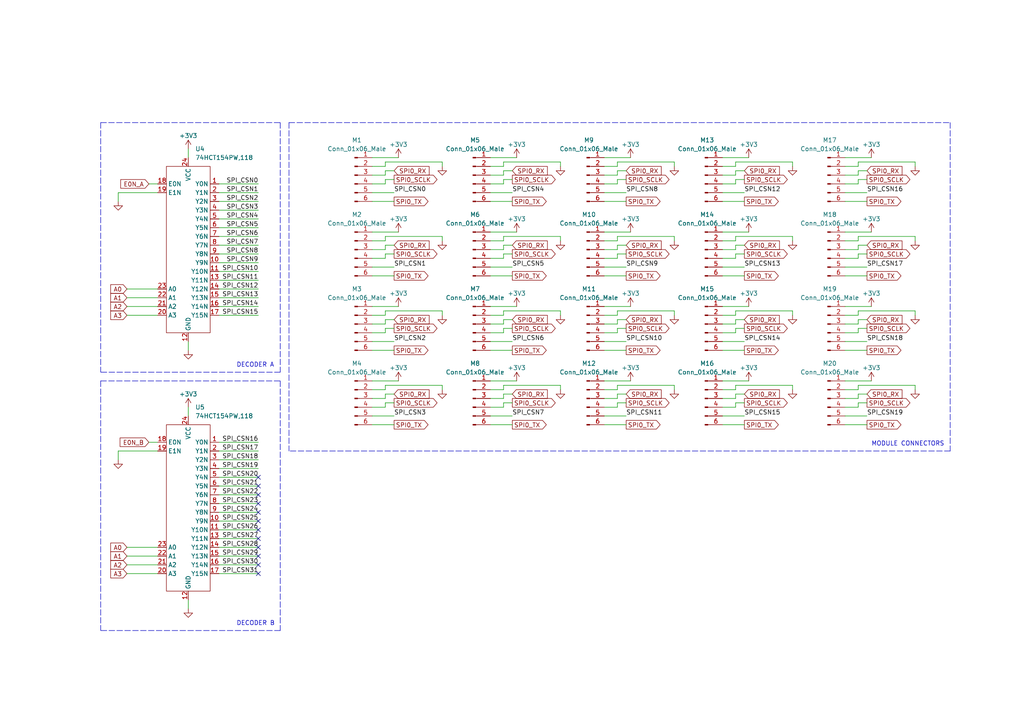
<source format=kicad_sch>
(kicad_sch (version 20211123) (generator eeschema)

  (uuid f505dcd4-a1b3-4baa-b206-f6cccc2c8328)

  (paper "A4")

  (title_block
    (title "Prototroller Motherboard")
    (date "2023-01-31")
    (rev "1")
  )

  (lib_symbols
    (symbol "Connector:Conn_01x06_Male" (pin_names (offset 1.016) hide) (in_bom yes) (on_board yes)
      (property "Reference" "J" (id 0) (at 0 7.62 0)
        (effects (font (size 1.27 1.27)))
      )
      (property "Value" "Conn_01x06_Male" (id 1) (at 0 -10.16 0)
        (effects (font (size 1.27 1.27)))
      )
      (property "Footprint" "" (id 2) (at 0 0 0)
        (effects (font (size 1.27 1.27)) hide)
      )
      (property "Datasheet" "~" (id 3) (at 0 0 0)
        (effects (font (size 1.27 1.27)) hide)
      )
      (property "ki_keywords" "connector" (id 4) (at 0 0 0)
        (effects (font (size 1.27 1.27)) hide)
      )
      (property "ki_description" "Generic connector, single row, 01x06, script generated (kicad-library-utils/schlib/autogen/connector/)" (id 5) (at 0 0 0)
        (effects (font (size 1.27 1.27)) hide)
      )
      (property "ki_fp_filters" "Connector*:*_1x??_*" (id 6) (at 0 0 0)
        (effects (font (size 1.27 1.27)) hide)
      )
      (symbol "Conn_01x06_Male_1_1"
        (polyline
          (pts
            (xy 1.27 -7.62)
            (xy 0.8636 -7.62)
          )
          (stroke (width 0.1524) (type default) (color 0 0 0 0))
          (fill (type none))
        )
        (polyline
          (pts
            (xy 1.27 -5.08)
            (xy 0.8636 -5.08)
          )
          (stroke (width 0.1524) (type default) (color 0 0 0 0))
          (fill (type none))
        )
        (polyline
          (pts
            (xy 1.27 -2.54)
            (xy 0.8636 -2.54)
          )
          (stroke (width 0.1524) (type default) (color 0 0 0 0))
          (fill (type none))
        )
        (polyline
          (pts
            (xy 1.27 0)
            (xy 0.8636 0)
          )
          (stroke (width 0.1524) (type default) (color 0 0 0 0))
          (fill (type none))
        )
        (polyline
          (pts
            (xy 1.27 2.54)
            (xy 0.8636 2.54)
          )
          (stroke (width 0.1524) (type default) (color 0 0 0 0))
          (fill (type none))
        )
        (polyline
          (pts
            (xy 1.27 5.08)
            (xy 0.8636 5.08)
          )
          (stroke (width 0.1524) (type default) (color 0 0 0 0))
          (fill (type none))
        )
        (rectangle (start 0.8636 -7.493) (end 0 -7.747)
          (stroke (width 0.1524) (type default) (color 0 0 0 0))
          (fill (type outline))
        )
        (rectangle (start 0.8636 -4.953) (end 0 -5.207)
          (stroke (width 0.1524) (type default) (color 0 0 0 0))
          (fill (type outline))
        )
        (rectangle (start 0.8636 -2.413) (end 0 -2.667)
          (stroke (width 0.1524) (type default) (color 0 0 0 0))
          (fill (type outline))
        )
        (rectangle (start 0.8636 0.127) (end 0 -0.127)
          (stroke (width 0.1524) (type default) (color 0 0 0 0))
          (fill (type outline))
        )
        (rectangle (start 0.8636 2.667) (end 0 2.413)
          (stroke (width 0.1524) (type default) (color 0 0 0 0))
          (fill (type outline))
        )
        (rectangle (start 0.8636 5.207) (end 0 4.953)
          (stroke (width 0.1524) (type default) (color 0 0 0 0))
          (fill (type outline))
        )
        (pin passive line (at 5.08 5.08 180) (length 3.81)
          (name "Pin_1" (effects (font (size 1.27 1.27))))
          (number "1" (effects (font (size 1.27 1.27))))
        )
        (pin passive line (at 5.08 2.54 180) (length 3.81)
          (name "Pin_2" (effects (font (size 1.27 1.27))))
          (number "2" (effects (font (size 1.27 1.27))))
        )
        (pin passive line (at 5.08 0 180) (length 3.81)
          (name "Pin_3" (effects (font (size 1.27 1.27))))
          (number "3" (effects (font (size 1.27 1.27))))
        )
        (pin passive line (at 5.08 -2.54 180) (length 3.81)
          (name "Pin_4" (effects (font (size 1.27 1.27))))
          (number "4" (effects (font (size 1.27 1.27))))
        )
        (pin passive line (at 5.08 -5.08 180) (length 3.81)
          (name "Pin_5" (effects (font (size 1.27 1.27))))
          (number "5" (effects (font (size 1.27 1.27))))
        )
        (pin passive line (at 5.08 -7.62 180) (length 3.81)
          (name "Pin_6" (effects (font (size 1.27 1.27))))
          (number "6" (effects (font (size 1.27 1.27))))
        )
      )
    )
    (symbol "power:+3V3" (power) (pin_names (offset 0)) (in_bom yes) (on_board yes)
      (property "Reference" "#PWR" (id 0) (at 0 -3.81 0)
        (effects (font (size 1.27 1.27)) hide)
      )
      (property "Value" "+3V3" (id 1) (at 0 3.556 0)
        (effects (font (size 1.27 1.27)))
      )
      (property "Footprint" "" (id 2) (at 0 0 0)
        (effects (font (size 1.27 1.27)) hide)
      )
      (property "Datasheet" "" (id 3) (at 0 0 0)
        (effects (font (size 1.27 1.27)) hide)
      )
      (property "ki_keywords" "global power" (id 4) (at 0 0 0)
        (effects (font (size 1.27 1.27)) hide)
      )
      (property "ki_description" "Power symbol creates a global label with name \"+3V3\"" (id 5) (at 0 0 0)
        (effects (font (size 1.27 1.27)) hide)
      )
      (symbol "+3V3_0_1"
        (polyline
          (pts
            (xy -0.762 1.27)
            (xy 0 2.54)
          )
          (stroke (width 0) (type default) (color 0 0 0 0))
          (fill (type none))
        )
        (polyline
          (pts
            (xy 0 0)
            (xy 0 2.54)
          )
          (stroke (width 0) (type default) (color 0 0 0 0))
          (fill (type none))
        )
        (polyline
          (pts
            (xy 0 2.54)
            (xy 0.762 1.27)
          )
          (stroke (width 0) (type default) (color 0 0 0 0))
          (fill (type none))
        )
      )
      (symbol "+3V3_1_1"
        (pin power_in line (at 0 0 90) (length 0) hide
          (name "+3V3" (effects (font (size 1.27 1.27))))
          (number "1" (effects (font (size 1.27 1.27))))
        )
      )
    )
    (symbol "power:GND" (power) (pin_names (offset 0)) (in_bom yes) (on_board yes)
      (property "Reference" "#PWR" (id 0) (at 0 -6.35 0)
        (effects (font (size 1.27 1.27)) hide)
      )
      (property "Value" "GND" (id 1) (at 0 -3.81 0)
        (effects (font (size 1.27 1.27)))
      )
      (property "Footprint" "" (id 2) (at 0 0 0)
        (effects (font (size 1.27 1.27)) hide)
      )
      (property "Datasheet" "" (id 3) (at 0 0 0)
        (effects (font (size 1.27 1.27)) hide)
      )
      (property "ki_keywords" "global power" (id 4) (at 0 0 0)
        (effects (font (size 1.27 1.27)) hide)
      )
      (property "ki_description" "Power symbol creates a global label with name \"GND\" , ground" (id 5) (at 0 0 0)
        (effects (font (size 1.27 1.27)) hide)
      )
      (symbol "GND_0_1"
        (polyline
          (pts
            (xy 0 0)
            (xy 0 -1.27)
            (xy 1.27 -1.27)
            (xy 0 -2.54)
            (xy -1.27 -1.27)
            (xy 0 -1.27)
          )
          (stroke (width 0) (type default) (color 0 0 0 0))
          (fill (type none))
        )
      )
      (symbol "GND_1_1"
        (pin power_in line (at 0 0 270) (length 0) hide
          (name "GND" (effects (font (size 1.27 1.27))))
          (number "1" (effects (font (size 1.27 1.27))))
        )
      )
    )
    (symbol "prototroller_symbols:74HCT154PW,118" (in_bom yes) (on_board yes)
      (property "Reference" "U6" (id 0) (at 2.54 16.51 0)
        (effects (font (size 1.27 1.27)) (justify left))
      )
      (property "Value" "74HCT154PW,118" (id 1) (at -7.62 -13.97 90)
        (effects (font (size 1.27 1.27)) (justify left))
      )
      (property "Footprint" "Package_SO:TSSOP-24_4.4x5mm_P0.4mm" (id 2) (at 8.89 10.16 0)
        (effects (font (size 1.27 1.27)) hide)
      )
      (property "Datasheet" "" (id 3) (at 8.89 10.16 0)
        (effects (font (size 1.27 1.27)) hide)
      )
      (symbol "74HCT154PW,118_0_0"
        (pin output line (at 8.89 10.16 180) (length 2.54)
          (name "Y0N" (effects (font (size 1.27 1.27))))
          (number "1" (effects (font (size 1.27 1.27))))
        )
        (pin output line (at 8.89 -12.7 180) (length 2.54)
          (name "Y9N" (effects (font (size 1.27 1.27))))
          (number "10" (effects (font (size 1.27 1.27))))
        )
        (pin output line (at 8.89 -15.24 180) (length 2.54)
          (name "Y10N" (effects (font (size 1.27 1.27))))
          (number "11" (effects (font (size 1.27 1.27))))
        )
        (pin power_in line (at 0 -35.56 90) (length 2.54)
          (name "GND" (effects (font (size 1.27 1.27))))
          (number "12" (effects (font (size 1.27 1.27))))
        )
        (pin output line (at 8.89 -17.78 180) (length 2.54)
          (name "Y11N" (effects (font (size 1.27 1.27))))
          (number "13" (effects (font (size 1.27 1.27))))
        )
        (pin output line (at 8.89 -20.32 180) (length 2.54)
          (name "Y12N" (effects (font (size 1.27 1.27))))
          (number "14" (effects (font (size 1.27 1.27))))
        )
        (pin output line (at 8.89 -22.86 180) (length 2.54)
          (name "Y13N" (effects (font (size 1.27 1.27))))
          (number "15" (effects (font (size 1.27 1.27))))
        )
        (pin output line (at 8.89 -25.4 180) (length 2.54)
          (name "Y14N" (effects (font (size 1.27 1.27))))
          (number "16" (effects (font (size 1.27 1.27))))
        )
        (pin output line (at 8.89 -27.94 180) (length 2.54)
          (name "Y15N" (effects (font (size 1.27 1.27))))
          (number "17" (effects (font (size 1.27 1.27))))
        )
        (pin input line (at -8.89 10.16 0) (length 2.54)
          (name "E0N" (effects (font (size 1.27 1.27))))
          (number "18" (effects (font (size 1.27 1.27))))
        )
        (pin input line (at -8.89 7.62 0) (length 2.54)
          (name "E1N" (effects (font (size 1.27 1.27))))
          (number "19" (effects (font (size 1.27 1.27))))
        )
        (pin output line (at 8.89 7.62 180) (length 2.54)
          (name "Y1N" (effects (font (size 1.27 1.27))))
          (number "2" (effects (font (size 1.27 1.27))))
        )
        (pin input line (at -8.89 -27.94 0) (length 2.54)
          (name "A3" (effects (font (size 1.27 1.27))))
          (number "20" (effects (font (size 1.27 1.27))))
        )
        (pin input line (at -8.89 -25.4 0) (length 2.54)
          (name "A2" (effects (font (size 1.27 1.27))))
          (number "21" (effects (font (size 1.27 1.27))))
        )
        (pin input line (at -8.89 -22.86 0) (length 2.54)
          (name "A1" (effects (font (size 1.27 1.27))))
          (number "22" (effects (font (size 1.27 1.27))))
        )
        (pin input line (at -8.89 -20.32 0) (length 2.54)
          (name "A0" (effects (font (size 1.27 1.27))))
          (number "23" (effects (font (size 1.27 1.27))))
        )
        (pin input line (at 0 17.78 270) (length 2.54)
          (name "VCC" (effects (font (size 1.27 1.27))))
          (number "24" (effects (font (size 1.27 1.27))))
        )
        (pin output line (at 8.89 5.08 180) (length 2.54)
          (name "Y2N" (effects (font (size 1.27 1.27))))
          (number "3" (effects (font (size 1.27 1.27))))
        )
        (pin output line (at 8.89 2.54 180) (length 2.54)
          (name "Y3N" (effects (font (size 1.27 1.27))))
          (number "4" (effects (font (size 1.27 1.27))))
        )
        (pin output line (at 8.89 0 180) (length 2.54)
          (name "Y4N" (effects (font (size 1.27 1.27))))
          (number "5" (effects (font (size 1.27 1.27))))
        )
        (pin output line (at 8.89 -2.54 180) (length 2.54)
          (name "Y5N" (effects (font (size 1.27 1.27))))
          (number "6" (effects (font (size 1.27 1.27))))
        )
        (pin output line (at 8.89 -5.08 180) (length 2.54)
          (name "Y6N" (effects (font (size 1.27 1.27))))
          (number "7" (effects (font (size 1.27 1.27))))
        )
        (pin output line (at 8.89 -7.62 180) (length 2.54)
          (name "Y7N" (effects (font (size 1.27 1.27))))
          (number "8" (effects (font (size 1.27 1.27))))
        )
        (pin output line (at 8.89 -10.16 180) (length 2.54)
          (name "Y8N" (effects (font (size 1.27 1.27))))
          (number "9" (effects (font (size 1.27 1.27))))
        )
      )
      (symbol "74HCT154PW,118_0_1"
        (rectangle (start -6.35 15.24) (end 6.35 -33.02)
          (stroke (width 0) (type default) (color 0 0 0 0))
          (fill (type none))
        )
      )
    )
  )


  (no_connect (at 74.93 156.21) (uuid 05b0a626-c539-4be1-a83c-34a443296646))
  (no_connect (at 74.93 153.67) (uuid 0cf2f531-50f3-4397-8d91-81db4f0d3c2b))
  (no_connect (at 74.93 163.83) (uuid 27e64aa2-35f4-4430-a33d-ce19bb88a59f))
  (no_connect (at 74.93 143.51) (uuid 3c0d32c5-5f80-4e38-945b-6df15eda6c45))
  (no_connect (at 74.93 146.05) (uuid 4744028a-247a-423f-ae80-d621cd9a69b7))
  (no_connect (at 74.93 158.75) (uuid 4aeb03f6-2969-4d45-bda4-b4498f3e61b5))
  (no_connect (at 74.93 166.37) (uuid 4af0b321-5c60-489b-ae59-64fb98ffcdd6))
  (no_connect (at 74.93 161.29) (uuid 5f14a03f-2cae-46ac-824e-de5be836bc9d))
  (no_connect (at 74.93 151.13) (uuid 7cb778ef-43e9-4a77-b8a3-d439ed331c69))
  (no_connect (at 74.93 140.97) (uuid 8d95ac60-1020-4a38-8cfc-ae906269b338))
  (no_connect (at 74.93 148.59) (uuid d9a5e6ed-4230-46a8-a4e3-a8b862010d2a))
  (no_connect (at 74.93 138.43) (uuid db73c1aa-f7cd-4cdf-90ac-48154c3ebcaa))

  (wire (pts (xy 63.5 78.74) (xy 74.93 78.74))
    (stroke (width 0) (type default) (color 0 0 0 0))
    (uuid 007ce25b-2ede-459d-b12c-02622051b47f)
  )
  (wire (pts (xy 63.5 60.96) (xy 74.93 60.96))
    (stroke (width 0) (type default) (color 0 0 0 0))
    (uuid 009070b8-1ccc-4cfb-8561-6c8949a16ec8)
  )
  (wire (pts (xy 146.05 114.3) (xy 148.59 114.3))
    (stroke (width 0) (type default) (color 0 0 0 0))
    (uuid 009480cc-4020-422f-b036-1f617df2b0ed)
  )
  (wire (pts (xy 142.24 93.98) (xy 146.05 93.98))
    (stroke (width 0) (type default) (color 0 0 0 0))
    (uuid 00caa07b-b294-4a80-b1cb-417e02ee6b54)
  )
  (wire (pts (xy 245.11 80.01) (xy 251.46 80.01))
    (stroke (width 0) (type default) (color 0 0 0 0))
    (uuid 02399d48-a547-4870-a5cf-ac54779cae1b)
  )
  (wire (pts (xy 34.29 58.42) (xy 34.29 55.88))
    (stroke (width 0) (type default) (color 0 0 0 0))
    (uuid 039eff33-c392-4bae-adba-daa4d4b4879e)
  )
  (polyline (pts (xy 29.21 35.56) (xy 29.21 107.95))
    (stroke (width 0) (type default) (color 0 0 0 0))
    (uuid 03a709f8-2c1d-4c85-bbbe-429b41945565)
  )

  (wire (pts (xy 63.5 76.2) (xy 74.93 76.2))
    (stroke (width 0) (type default) (color 0 0 0 0))
    (uuid 03d35367-9bc0-48d0-b8a2-c2c00567dc0f)
  )
  (wire (pts (xy 111.76 90.17) (xy 128.27 90.17))
    (stroke (width 0) (type default) (color 0 0 0 0))
    (uuid 040ff617-1e19-4be8-8e41-c8b12ad404e3)
  )
  (wire (pts (xy 107.95 123.19) (xy 114.3 123.19))
    (stroke (width 0) (type default) (color 0 0 0 0))
    (uuid 04a18a53-bfd7-4ca7-821b-f6925556e5fc)
  )
  (wire (pts (xy 245.11 115.57) (xy 248.92 115.57))
    (stroke (width 0) (type default) (color 0 0 0 0))
    (uuid 04f96fae-0e49-4962-a519-26eab56cb279)
  )
  (wire (pts (xy 245.11 72.39) (xy 248.92 72.39))
    (stroke (width 0) (type default) (color 0 0 0 0))
    (uuid 052cfa9a-5ab5-403f-ad8a-225c582c9906)
  )
  (wire (pts (xy 54.61 43.18) (xy 54.61 45.72))
    (stroke (width 0) (type default) (color 0 0 0 0))
    (uuid 069a081c-1d3f-4275-b599-c7091b7f4f14)
  )
  (wire (pts (xy 179.07 116.84) (xy 181.61 116.84))
    (stroke (width 0) (type default) (color 0 0 0 0))
    (uuid 069d39b4-0a31-40c1-9238-277cb9435063)
  )
  (wire (pts (xy 34.29 130.81) (xy 34.29 133.35))
    (stroke (width 0) (type default) (color 0 0 0 0))
    (uuid 06c831ca-bc6f-4bc1-b8ee-570ab18657bc)
  )
  (wire (pts (xy 248.92 74.93) (xy 248.92 73.66))
    (stroke (width 0) (type default) (color 0 0 0 0))
    (uuid 0742a6b0-c34d-4b4b-86d7-c0ae92f3f0a6)
  )
  (wire (pts (xy 213.36 46.99) (xy 229.87 46.99))
    (stroke (width 0) (type default) (color 0 0 0 0))
    (uuid 07c93a53-443d-4532-89da-0f9dc7ac5601)
  )
  (wire (pts (xy 142.24 115.57) (xy 146.05 115.57))
    (stroke (width 0) (type default) (color 0 0 0 0))
    (uuid 08a107f1-4a60-4fbd-bfae-f5314bc1e765)
  )
  (wire (pts (xy 146.05 68.58) (xy 162.56 68.58))
    (stroke (width 0) (type default) (color 0 0 0 0))
    (uuid 08f77770-af6c-4172-b8bc-fd84488f2938)
  )
  (wire (pts (xy 111.76 96.52) (xy 111.76 95.25))
    (stroke (width 0) (type default) (color 0 0 0 0))
    (uuid 09643a83-1619-4788-b792-6a6dfaaf0b60)
  )
  (wire (pts (xy 36.83 86.36) (xy 45.72 86.36))
    (stroke (width 0) (type default) (color 0 0 0 0))
    (uuid 09662bcb-2981-4b74-942c-83ab8bca234b)
  )
  (polyline (pts (xy 81.28 182.88) (xy 29.21 182.88))
    (stroke (width 0) (type default) (color 0 0 0 0))
    (uuid 0a9ec50f-6867-44d7-8439-2e56971bded3)
  )

  (wire (pts (xy 175.26 69.85) (xy 179.07 69.85))
    (stroke (width 0) (type default) (color 0 0 0 0))
    (uuid 0bc2964a-9116-4473-965a-9ffc19fc7b8f)
  )
  (wire (pts (xy 63.5 138.43) (xy 74.93 138.43))
    (stroke (width 0) (type default) (color 0 0 0 0))
    (uuid 0c40c308-5efb-4a98-b2e1-3553bc8e471c)
  )
  (wire (pts (xy 213.36 114.3) (xy 215.9 114.3))
    (stroke (width 0) (type default) (color 0 0 0 0))
    (uuid 0c6c6e2b-b16a-4da3-b696-1babd10e75bb)
  )
  (wire (pts (xy 248.92 95.25) (xy 251.46 95.25))
    (stroke (width 0) (type default) (color 0 0 0 0))
    (uuid 0cf1569c-e3d4-4eab-869d-c8f22b8f21f3)
  )
  (wire (pts (xy 245.11 96.52) (xy 248.92 96.52))
    (stroke (width 0) (type default) (color 0 0 0 0))
    (uuid 0e682422-8364-4979-9d5b-55c0451a4ad9)
  )
  (wire (pts (xy 142.24 48.26) (xy 146.05 48.26))
    (stroke (width 0) (type default) (color 0 0 0 0))
    (uuid 0ef7b19d-3a50-452e-92c5-9bc45b1156bb)
  )
  (wire (pts (xy 142.24 55.88) (xy 148.59 55.88))
    (stroke (width 0) (type default) (color 0 0 0 0))
    (uuid 0f9d2b98-0288-4a45-868c-aeff81899731)
  )
  (wire (pts (xy 146.05 46.99) (xy 162.56 46.99))
    (stroke (width 0) (type default) (color 0 0 0 0))
    (uuid 1053cdea-37fd-4be0-973e-bb6afd873e07)
  )
  (wire (pts (xy 142.24 120.65) (xy 148.59 120.65))
    (stroke (width 0) (type default) (color 0 0 0 0))
    (uuid 10988189-9a3b-455e-bc56-ff115e12d505)
  )
  (wire (pts (xy 179.07 111.76) (xy 195.58 111.76))
    (stroke (width 0) (type default) (color 0 0 0 0))
    (uuid 109e8468-31e6-4716-8a49-63879f6dbac2)
  )
  (wire (pts (xy 111.76 93.98) (xy 111.76 92.71))
    (stroke (width 0) (type default) (color 0 0 0 0))
    (uuid 118cc481-7ed5-4989-8d79-2bbd15fc8ba2)
  )
  (wire (pts (xy 213.36 111.76) (xy 229.87 111.76))
    (stroke (width 0) (type default) (color 0 0 0 0))
    (uuid 11e07733-10ca-4d50-b597-fa1e9c37836b)
  )
  (wire (pts (xy 209.55 80.01) (xy 215.9 80.01))
    (stroke (width 0) (type default) (color 0 0 0 0))
    (uuid 1325b7df-3a47-40b5-9618-b639f4fd2ae1)
  )
  (wire (pts (xy 213.36 96.52) (xy 213.36 95.25))
    (stroke (width 0) (type default) (color 0 0 0 0))
    (uuid 138cc467-6969-428a-8feb-54264f4fb49e)
  )
  (wire (pts (xy 146.05 69.85) (xy 146.05 68.58))
    (stroke (width 0) (type default) (color 0 0 0 0))
    (uuid 14d939be-9234-4696-83a7-e92b0a901087)
  )
  (wire (pts (xy 175.26 101.6) (xy 181.61 101.6))
    (stroke (width 0) (type default) (color 0 0 0 0))
    (uuid 15b48875-d927-41e8-8a5d-106aba6d485c)
  )
  (polyline (pts (xy 275.59 35.56) (xy 275.59 130.81))
    (stroke (width 0) (type default) (color 0 0 0 0))
    (uuid 1620063b-fe3b-4b2b-bfb8-d4faa25033ed)
  )

  (wire (pts (xy 245.11 123.19) (xy 251.46 123.19))
    (stroke (width 0) (type default) (color 0 0 0 0))
    (uuid 163c69e8-3939-4eb2-8283-81b1ec19955e)
  )
  (wire (pts (xy 248.92 71.12) (xy 251.46 71.12))
    (stroke (width 0) (type default) (color 0 0 0 0))
    (uuid 167d1289-9516-4044-bdf6-6d936bb1fb6f)
  )
  (wire (pts (xy 63.5 161.29) (xy 74.93 161.29))
    (stroke (width 0) (type default) (color 0 0 0 0))
    (uuid 17d96929-4432-4c21-a8e6-c1353bd7dad5)
  )
  (wire (pts (xy 128.27 90.17) (xy 128.27 91.44))
    (stroke (width 0) (type default) (color 0 0 0 0))
    (uuid 18b95599-fb41-4164-a8e9-c00fe2874a5b)
  )
  (wire (pts (xy 142.24 69.85) (xy 146.05 69.85))
    (stroke (width 0) (type default) (color 0 0 0 0))
    (uuid 19ea995d-c749-4de6-96f1-4c12419672e3)
  )
  (wire (pts (xy 162.56 46.99) (xy 162.56 48.26))
    (stroke (width 0) (type default) (color 0 0 0 0))
    (uuid 1a02e33f-a227-44c3-bccd-d2bd63a9d151)
  )
  (wire (pts (xy 63.5 166.37) (xy 74.93 166.37))
    (stroke (width 0) (type default) (color 0 0 0 0))
    (uuid 1a1f0278-1b5d-4a92-8b66-9367121894bf)
  )
  (wire (pts (xy 107.95 50.8) (xy 111.76 50.8))
    (stroke (width 0) (type default) (color 0 0 0 0))
    (uuid 1b0bcdae-35e1-4a3f-b963-77203881948c)
  )
  (wire (pts (xy 248.92 46.99) (xy 265.43 46.99))
    (stroke (width 0) (type default) (color 0 0 0 0))
    (uuid 1b1765d1-5053-4dba-bc4d-839afa1b121c)
  )
  (wire (pts (xy 146.05 52.07) (xy 148.59 52.07))
    (stroke (width 0) (type default) (color 0 0 0 0))
    (uuid 1b94fb73-3a93-4c1b-97fd-93ebf71866e8)
  )
  (wire (pts (xy 213.36 93.98) (xy 213.36 92.71))
    (stroke (width 0) (type default) (color 0 0 0 0))
    (uuid 1ce114be-16ab-41b5-95ab-d0031a530696)
  )
  (wire (pts (xy 63.5 153.67) (xy 74.93 153.67))
    (stroke (width 0) (type default) (color 0 0 0 0))
    (uuid 1d473f63-bcf6-439c-a947-5e06c8f8e6f9)
  )
  (wire (pts (xy 179.07 48.26) (xy 179.07 46.99))
    (stroke (width 0) (type default) (color 0 0 0 0))
    (uuid 1dfa2fa4-53fe-462f-bbcb-0bf61e3da0db)
  )
  (wire (pts (xy 248.92 72.39) (xy 248.92 71.12))
    (stroke (width 0) (type default) (color 0 0 0 0))
    (uuid 1e4363ea-7d83-42d0-8737-0a01b13425e3)
  )
  (wire (pts (xy 142.24 50.8) (xy 146.05 50.8))
    (stroke (width 0) (type default) (color 0 0 0 0))
    (uuid 1e9ee8c4-0c42-4bf8-952a-387b8eaf759e)
  )
  (wire (pts (xy 209.55 118.11) (xy 213.36 118.11))
    (stroke (width 0) (type default) (color 0 0 0 0))
    (uuid 1f26ba96-205e-442a-abce-00a967d271c1)
  )
  (wire (pts (xy 107.95 88.9) (xy 115.57 88.9))
    (stroke (width 0) (type default) (color 0 0 0 0))
    (uuid 20ca2c96-226f-47cd-a648-3289c06339ba)
  )
  (wire (pts (xy 179.07 90.17) (xy 195.58 90.17))
    (stroke (width 0) (type default) (color 0 0 0 0))
    (uuid 224b6c6c-8a0b-4688-9822-df0fa76bdba1)
  )
  (wire (pts (xy 209.55 120.65) (xy 215.9 120.65))
    (stroke (width 0) (type default) (color 0 0 0 0))
    (uuid 2306361d-f8b0-4e0e-be19-fa9f0d6a4543)
  )
  (wire (pts (xy 107.95 67.31) (xy 115.57 67.31))
    (stroke (width 0) (type default) (color 0 0 0 0))
    (uuid 245e66e1-0805-4607-8ee5-418cb0c4db2c)
  )
  (wire (pts (xy 107.95 101.6) (xy 114.3 101.6))
    (stroke (width 0) (type default) (color 0 0 0 0))
    (uuid 25606d97-a5fd-48de-a6cc-fdde4c412385)
  )
  (wire (pts (xy 146.05 50.8) (xy 146.05 49.53))
    (stroke (width 0) (type default) (color 0 0 0 0))
    (uuid 25872f3e-5b12-4da6-b7d5-6c3442369981)
  )
  (wire (pts (xy 146.05 72.39) (xy 146.05 71.12))
    (stroke (width 0) (type default) (color 0 0 0 0))
    (uuid 28b544c7-9b66-4ba4-83b7-24306ec54e1f)
  )
  (wire (pts (xy 175.26 74.93) (xy 179.07 74.93))
    (stroke (width 0) (type default) (color 0 0 0 0))
    (uuid 2974121b-5f98-437e-a20e-25028542dd72)
  )
  (wire (pts (xy 111.76 50.8) (xy 111.76 49.53))
    (stroke (width 0) (type default) (color 0 0 0 0))
    (uuid 2a2fb2c1-0089-453a-af4a-adda839d7871)
  )
  (wire (pts (xy 265.43 46.99) (xy 265.43 48.26))
    (stroke (width 0) (type default) (color 0 0 0 0))
    (uuid 2a65a996-9e32-40bb-a87d-74c74b8d0568)
  )
  (wire (pts (xy 111.76 48.26) (xy 111.76 46.99))
    (stroke (width 0) (type default) (color 0 0 0 0))
    (uuid 2a75f19a-c81a-48d0-96e6-bfadff4dd041)
  )
  (wire (pts (xy 111.76 46.99) (xy 128.27 46.99))
    (stroke (width 0) (type default) (color 0 0 0 0))
    (uuid 2ad7f295-5652-4bce-8dd8-0594e248d260)
  )
  (wire (pts (xy 209.55 67.31) (xy 217.17 67.31))
    (stroke (width 0) (type default) (color 0 0 0 0))
    (uuid 2b12f585-a3c5-4aa6-98f0-215c835f2179)
  )
  (wire (pts (xy 111.76 115.57) (xy 111.76 114.3))
    (stroke (width 0) (type default) (color 0 0 0 0))
    (uuid 2b487af9-b1d7-40db-a28e-c17d24566124)
  )
  (polyline (pts (xy 29.21 110.49) (xy 29.21 182.88))
    (stroke (width 0) (type default) (color 0 0 0 0))
    (uuid 2e154f0d-be3c-4329-808b-58cf7f1d1113)
  )

  (wire (pts (xy 107.95 110.49) (xy 115.57 110.49))
    (stroke (width 0) (type default) (color 0 0 0 0))
    (uuid 2f6b3557-d9f2-4e98-9dad-5d7deac36d26)
  )
  (wire (pts (xy 107.95 80.01) (xy 114.3 80.01))
    (stroke (width 0) (type default) (color 0 0 0 0))
    (uuid 2fb4a399-f4f7-4519-83b9-9a5ec2bfd981)
  )
  (wire (pts (xy 146.05 48.26) (xy 146.05 46.99))
    (stroke (width 0) (type default) (color 0 0 0 0))
    (uuid 30856a4a-9ead-4f4d-8723-7f9634519af2)
  )
  (wire (pts (xy 179.07 96.52) (xy 179.07 95.25))
    (stroke (width 0) (type default) (color 0 0 0 0))
    (uuid 30aa4da9-9907-4461-80ca-d167f7d14675)
  )
  (wire (pts (xy 213.36 115.57) (xy 213.36 114.3))
    (stroke (width 0) (type default) (color 0 0 0 0))
    (uuid 30b6a991-3a92-4760-ac80-cbd6b4608381)
  )
  (wire (pts (xy 162.56 90.17) (xy 162.56 91.44))
    (stroke (width 0) (type default) (color 0 0 0 0))
    (uuid 30d7eb50-d5cc-4a7e-9747-5ec6b173d80d)
  )
  (wire (pts (xy 265.43 68.58) (xy 265.43 69.85))
    (stroke (width 0) (type default) (color 0 0 0 0))
    (uuid 31bd789a-46be-4c42-b609-fad00e5092a6)
  )
  (wire (pts (xy 36.83 91.44) (xy 45.72 91.44))
    (stroke (width 0) (type default) (color 0 0 0 0))
    (uuid 32978a82-7802-4b03-8986-91ece63a8e96)
  )
  (wire (pts (xy 45.72 53.34) (xy 43.18 53.34))
    (stroke (width 0) (type default) (color 0 0 0 0))
    (uuid 346126e6-7099-4f85-91ae-8fc2db6f9a87)
  )
  (wire (pts (xy 146.05 53.34) (xy 146.05 52.07))
    (stroke (width 0) (type default) (color 0 0 0 0))
    (uuid 357ceaa0-281d-4c57-a238-ddce73cf24e5)
  )
  (wire (pts (xy 245.11 77.47) (xy 251.46 77.47))
    (stroke (width 0) (type default) (color 0 0 0 0))
    (uuid 35e91397-5db6-4ece-8b91-d574180fce62)
  )
  (wire (pts (xy 213.36 92.71) (xy 215.9 92.71))
    (stroke (width 0) (type default) (color 0 0 0 0))
    (uuid 36668852-2fa8-44b5-876c-b64a9e6f8676)
  )
  (wire (pts (xy 179.07 95.25) (xy 181.61 95.25))
    (stroke (width 0) (type default) (color 0 0 0 0))
    (uuid 36d2b309-de33-4f29-99d7-6d3f0f45540b)
  )
  (wire (pts (xy 209.55 77.47) (xy 215.9 77.47))
    (stroke (width 0) (type default) (color 0 0 0 0))
    (uuid 3700b404-1f77-4a63-8517-74e8d02c326a)
  )
  (wire (pts (xy 146.05 91.44) (xy 146.05 90.17))
    (stroke (width 0) (type default) (color 0 0 0 0))
    (uuid 37a6b58e-b53f-419d-8800-2932836752e5)
  )
  (wire (pts (xy 128.27 68.58) (xy 128.27 69.85))
    (stroke (width 0) (type default) (color 0 0 0 0))
    (uuid 37b8dfb7-7b33-498e-925c-256206486076)
  )
  (wire (pts (xy 179.07 71.12) (xy 181.61 71.12))
    (stroke (width 0) (type default) (color 0 0 0 0))
    (uuid 38339ed1-de5c-48e2-bd9f-3feb5a6e11ad)
  )
  (polyline (pts (xy 83.82 35.56) (xy 275.59 35.56))
    (stroke (width 0) (type default) (color 0 0 0 0))
    (uuid 38feb640-889d-4d24-829c-19dc69a6e08a)
  )

  (wire (pts (xy 142.24 91.44) (xy 146.05 91.44))
    (stroke (width 0) (type default) (color 0 0 0 0))
    (uuid 3993e466-d729-42b0-aff8-b5154f9c7ed8)
  )
  (wire (pts (xy 195.58 111.76) (xy 195.58 113.03))
    (stroke (width 0) (type default) (color 0 0 0 0))
    (uuid 3a7b5c3c-79fc-42ad-81d7-bead5a7ff12f)
  )
  (wire (pts (xy 175.26 48.26) (xy 179.07 48.26))
    (stroke (width 0) (type default) (color 0 0 0 0))
    (uuid 3ab4fc14-e44b-4866-9c37-5083e0a19918)
  )
  (wire (pts (xy 146.05 73.66) (xy 148.59 73.66))
    (stroke (width 0) (type default) (color 0 0 0 0))
    (uuid 3ab59868-f044-496d-af1f-e670e0c595c0)
  )
  (wire (pts (xy 107.95 53.34) (xy 111.76 53.34))
    (stroke (width 0) (type default) (color 0 0 0 0))
    (uuid 3c1a692e-401e-4fc7-b4ba-efebb71f72da)
  )
  (wire (pts (xy 63.5 146.05) (xy 74.93 146.05))
    (stroke (width 0) (type default) (color 0 0 0 0))
    (uuid 3c1df545-4b0c-499c-89ca-c21b19964fd7)
  )
  (wire (pts (xy 248.92 93.98) (xy 248.92 92.71))
    (stroke (width 0) (type default) (color 0 0 0 0))
    (uuid 3d2a7933-d401-4b71-ae1e-de35142f3ae0)
  )
  (wire (pts (xy 107.95 99.06) (xy 114.3 99.06))
    (stroke (width 0) (type default) (color 0 0 0 0))
    (uuid 3d729b90-6499-45c5-99a9-1a07e490404a)
  )
  (wire (pts (xy 63.5 73.66) (xy 74.93 73.66))
    (stroke (width 0) (type default) (color 0 0 0 0))
    (uuid 3f2f6630-0165-42f1-8d04-2f9bcdc77ea5)
  )
  (wire (pts (xy 213.36 68.58) (xy 229.87 68.58))
    (stroke (width 0) (type default) (color 0 0 0 0))
    (uuid 3fffdc51-0821-4c2e-86e4-e611bc8301ad)
  )
  (wire (pts (xy 248.92 69.85) (xy 248.92 68.58))
    (stroke (width 0) (type default) (color 0 0 0 0))
    (uuid 400f19ec-0da2-4812-9d09-0a512e592d99)
  )
  (wire (pts (xy 142.24 113.03) (xy 146.05 113.03))
    (stroke (width 0) (type default) (color 0 0 0 0))
    (uuid 401e706a-0e08-4df8-84f8-a9d7526966f8)
  )
  (wire (pts (xy 146.05 90.17) (xy 162.56 90.17))
    (stroke (width 0) (type default) (color 0 0 0 0))
    (uuid 41c73018-f0a6-4ad5-ab27-440b820a35af)
  )
  (wire (pts (xy 209.55 91.44) (xy 213.36 91.44))
    (stroke (width 0) (type default) (color 0 0 0 0))
    (uuid 421846bd-887f-4018-aceb-a8f7bf94b93a)
  )
  (wire (pts (xy 142.24 53.34) (xy 146.05 53.34))
    (stroke (width 0) (type default) (color 0 0 0 0))
    (uuid 4246decd-e38d-4838-940c-a35040fd317f)
  )
  (wire (pts (xy 175.26 88.9) (xy 182.88 88.9))
    (stroke (width 0) (type default) (color 0 0 0 0))
    (uuid 42c2253e-d0e8-4b82-a926-c778a87fadb1)
  )
  (wire (pts (xy 36.83 88.9) (xy 45.72 88.9))
    (stroke (width 0) (type default) (color 0 0 0 0))
    (uuid 44c8fe69-6ff7-4534-9a5e-c9125eb32cf9)
  )
  (wire (pts (xy 107.95 74.93) (xy 111.76 74.93))
    (stroke (width 0) (type default) (color 0 0 0 0))
    (uuid 45471f35-e72c-49ff-9ce5-c47af8ef23dd)
  )
  (wire (pts (xy 248.92 115.57) (xy 248.92 114.3))
    (stroke (width 0) (type default) (color 0 0 0 0))
    (uuid 455b2cf5-9b8d-484b-9621-8d9a203433f5)
  )
  (polyline (pts (xy 81.28 107.95) (xy 29.21 107.95))
    (stroke (width 0) (type default) (color 0 0 0 0))
    (uuid 46e3541e-b7ff-4d72-a501-20ae1f878cbd)
  )

  (wire (pts (xy 245.11 74.93) (xy 248.92 74.93))
    (stroke (width 0) (type default) (color 0 0 0 0))
    (uuid 47b825d0-ed3d-4cde-b1c8-b012dfa234c8)
  )
  (wire (pts (xy 245.11 101.6) (xy 251.46 101.6))
    (stroke (width 0) (type default) (color 0 0 0 0))
    (uuid 48d41919-c950-4338-ab4a-8e7f450d28e0)
  )
  (wire (pts (xy 245.11 69.85) (xy 248.92 69.85))
    (stroke (width 0) (type default) (color 0 0 0 0))
    (uuid 49e64893-fa75-429e-8a40-cf52b2637f34)
  )
  (polyline (pts (xy 81.28 110.49) (xy 81.28 182.88))
    (stroke (width 0) (type default) (color 0 0 0 0))
    (uuid 4ab21ffd-ffaf-4ff7-8e12-d0ea7debd413)
  )

  (wire (pts (xy 146.05 92.71) (xy 148.59 92.71))
    (stroke (width 0) (type default) (color 0 0 0 0))
    (uuid 4ab3bc2d-370e-41f1-81d3-b0dd53cadee4)
  )
  (wire (pts (xy 179.07 74.93) (xy 179.07 73.66))
    (stroke (width 0) (type default) (color 0 0 0 0))
    (uuid 4ab86358-8453-47ec-863a-605f9ac00fd6)
  )
  (wire (pts (xy 229.87 90.17) (xy 229.87 91.44))
    (stroke (width 0) (type default) (color 0 0 0 0))
    (uuid 4b3801bb-26df-490f-9325-b3d97464683a)
  )
  (wire (pts (xy 175.26 93.98) (xy 179.07 93.98))
    (stroke (width 0) (type default) (color 0 0 0 0))
    (uuid 4dc6ec43-0d23-4076-8193-54befdd0e9a2)
  )
  (wire (pts (xy 36.83 163.83) (xy 45.72 163.83))
    (stroke (width 0) (type default) (color 0 0 0 0))
    (uuid 4de84489-8b63-4c26-9498-bbb0c4fe2df4)
  )
  (polyline (pts (xy 275.59 130.81) (xy 83.82 130.81))
    (stroke (width 0) (type default) (color 0 0 0 0))
    (uuid 4e897904-2d67-4c4c-b51e-4da96dcd185b)
  )

  (wire (pts (xy 213.36 90.17) (xy 229.87 90.17))
    (stroke (width 0) (type default) (color 0 0 0 0))
    (uuid 4f05031b-f8b9-4e45-a3ab-a52f33145948)
  )
  (wire (pts (xy 146.05 115.57) (xy 146.05 114.3))
    (stroke (width 0) (type default) (color 0 0 0 0))
    (uuid 4fb67788-6ae4-4672-8b8b-9ededccada82)
  )
  (wire (pts (xy 63.5 86.36) (xy 74.93 86.36))
    (stroke (width 0) (type default) (color 0 0 0 0))
    (uuid 51484ba7-5311-4748-8a9b-0add7bec87a7)
  )
  (wire (pts (xy 63.5 135.89) (xy 74.93 135.89))
    (stroke (width 0) (type default) (color 0 0 0 0))
    (uuid 52087f20-a0da-49a9-b844-bb7633afa1d5)
  )
  (wire (pts (xy 111.76 95.25) (xy 114.3 95.25))
    (stroke (width 0) (type default) (color 0 0 0 0))
    (uuid 5255d294-9dd4-4a31-91f3-49161d29e967)
  )
  (wire (pts (xy 142.24 72.39) (xy 146.05 72.39))
    (stroke (width 0) (type default) (color 0 0 0 0))
    (uuid 526ae9ae-1e06-451e-b1b1-df9926d845af)
  )
  (wire (pts (xy 36.83 166.37) (xy 45.72 166.37))
    (stroke (width 0) (type default) (color 0 0 0 0))
    (uuid 53359ecb-a3d2-4b8e-b2c6-e82cc0f24dc8)
  )
  (wire (pts (xy 63.5 66.04) (xy 74.93 66.04))
    (stroke (width 0) (type default) (color 0 0 0 0))
    (uuid 5448ff85-cb13-40eb-8af8-0dcd8da84eca)
  )
  (wire (pts (xy 146.05 95.25) (xy 148.59 95.25))
    (stroke (width 0) (type default) (color 0 0 0 0))
    (uuid 5450232d-01f1-409b-bd95-5f47a26fd5c3)
  )
  (wire (pts (xy 142.24 110.49) (xy 149.86 110.49))
    (stroke (width 0) (type default) (color 0 0 0 0))
    (uuid 54a58ca5-d746-4702-9b89-4cb173b308bf)
  )
  (polyline (pts (xy 29.21 35.56) (xy 81.28 35.56))
    (stroke (width 0) (type default) (color 0 0 0 0))
    (uuid 558d674b-b505-47fa-8205-1e58151a28b5)
  )

  (wire (pts (xy 63.5 63.5) (xy 74.93 63.5))
    (stroke (width 0) (type default) (color 0 0 0 0))
    (uuid 5601ce5f-e4d3-4de3-904e-7709e7d32a02)
  )
  (wire (pts (xy 34.29 130.81) (xy 45.72 130.81))
    (stroke (width 0) (type default) (color 0 0 0 0))
    (uuid 562f075a-d483-4345-ab70-f0fd61362cca)
  )
  (wire (pts (xy 213.36 95.25) (xy 215.9 95.25))
    (stroke (width 0) (type default) (color 0 0 0 0))
    (uuid 56740a87-6138-473f-99ff-a5667325a23d)
  )
  (wire (pts (xy 175.26 96.52) (xy 179.07 96.52))
    (stroke (width 0) (type default) (color 0 0 0 0))
    (uuid 571abb30-7d88-44c1-9a3e-1d19832a5197)
  )
  (wire (pts (xy 209.55 115.57) (xy 213.36 115.57))
    (stroke (width 0) (type default) (color 0 0 0 0))
    (uuid 580c7cd0-8025-4c3f-9d08-1dd573c17a95)
  )
  (wire (pts (xy 175.26 45.72) (xy 182.88 45.72))
    (stroke (width 0) (type default) (color 0 0 0 0))
    (uuid 59179108-7af0-4cd7-8181-507c82fb1e1c)
  )
  (wire (pts (xy 63.5 53.34) (xy 74.93 53.34))
    (stroke (width 0) (type default) (color 0 0 0 0))
    (uuid 59831f30-f03f-4f52-887c-27fc30d27112)
  )
  (wire (pts (xy 248.92 49.53) (xy 251.46 49.53))
    (stroke (width 0) (type default) (color 0 0 0 0))
    (uuid 5ac3faef-4ac7-46db-931a-b62c2afe6bce)
  )
  (wire (pts (xy 142.24 123.19) (xy 148.59 123.19))
    (stroke (width 0) (type default) (color 0 0 0 0))
    (uuid 5c350a3f-e9ba-4672-a816-2eff06db6e67)
  )
  (wire (pts (xy 179.07 68.58) (xy 195.58 68.58))
    (stroke (width 0) (type default) (color 0 0 0 0))
    (uuid 5d58ff64-1ead-4a49-a0a0-2a7c3c536d00)
  )
  (wire (pts (xy 229.87 111.76) (xy 229.87 113.03))
    (stroke (width 0) (type default) (color 0 0 0 0))
    (uuid 5d5cf4c1-2c31-4fd5-b2d9-ebed5f37b8cd)
  )
  (wire (pts (xy 179.07 46.99) (xy 195.58 46.99))
    (stroke (width 0) (type default) (color 0 0 0 0))
    (uuid 5f7adfe6-9690-42e0-b611-28cc1336a57f)
  )
  (wire (pts (xy 179.07 72.39) (xy 179.07 71.12))
    (stroke (width 0) (type default) (color 0 0 0 0))
    (uuid 6099de28-3480-4d34-8b33-8c96dffa7e35)
  )
  (wire (pts (xy 63.5 83.82) (xy 74.93 83.82))
    (stroke (width 0) (type default) (color 0 0 0 0))
    (uuid 610e4263-1f4b-4cec-98a0-a69c82b2b997)
  )
  (wire (pts (xy 175.26 80.01) (xy 181.61 80.01))
    (stroke (width 0) (type default) (color 0 0 0 0))
    (uuid 6155b15f-a08f-4751-8615-b570a33dbec1)
  )
  (wire (pts (xy 111.76 91.44) (xy 111.76 90.17))
    (stroke (width 0) (type default) (color 0 0 0 0))
    (uuid 624cdc13-e0f1-4360-a610-e97e6a4221d3)
  )
  (wire (pts (xy 63.5 81.28) (xy 74.93 81.28))
    (stroke (width 0) (type default) (color 0 0 0 0))
    (uuid 650ebd31-ce16-4ceb-9605-3efa90277ffe)
  )
  (wire (pts (xy 179.07 91.44) (xy 179.07 90.17))
    (stroke (width 0) (type default) (color 0 0 0 0))
    (uuid 657ad1d0-d11f-4ac1-9377-02641ff36fe4)
  )
  (wire (pts (xy 245.11 99.06) (xy 251.46 99.06))
    (stroke (width 0) (type default) (color 0 0 0 0))
    (uuid 662d234a-5f64-4534-908e-94c10a603d26)
  )
  (wire (pts (xy 63.5 68.58) (xy 74.93 68.58))
    (stroke (width 0) (type default) (color 0 0 0 0))
    (uuid 6669d6a1-4d0e-42b3-a478-1cb9c802422f)
  )
  (wire (pts (xy 63.5 91.44) (xy 74.93 91.44))
    (stroke (width 0) (type default) (color 0 0 0 0))
    (uuid 695f4b27-1631-4f2b-97aa-cafb5249c60d)
  )
  (wire (pts (xy 209.55 123.19) (xy 215.9 123.19))
    (stroke (width 0) (type default) (color 0 0 0 0))
    (uuid 69ccfdd9-8d4a-46a2-acad-1355e583173b)
  )
  (wire (pts (xy 229.87 68.58) (xy 229.87 69.85))
    (stroke (width 0) (type default) (color 0 0 0 0))
    (uuid 6a6543c5-a5db-40a2-9de4-64f55f34dba0)
  )
  (wire (pts (xy 175.26 99.06) (xy 181.61 99.06))
    (stroke (width 0) (type default) (color 0 0 0 0))
    (uuid 6ae81914-c568-44d7-a8ba-31623bb68c24)
  )
  (wire (pts (xy 175.26 118.11) (xy 179.07 118.11))
    (stroke (width 0) (type default) (color 0 0 0 0))
    (uuid 6b6f13ee-d7ec-4a4a-93ee-7b7c9140b3bd)
  )
  (wire (pts (xy 146.05 71.12) (xy 148.59 71.12))
    (stroke (width 0) (type default) (color 0 0 0 0))
    (uuid 6bbddf5e-462b-49fc-ad98-b91974aa8f85)
  )
  (wire (pts (xy 175.26 50.8) (xy 179.07 50.8))
    (stroke (width 0) (type default) (color 0 0 0 0))
    (uuid 6c5c9fd4-363c-4514-b477-79ea89b32501)
  )
  (wire (pts (xy 213.36 53.34) (xy 213.36 52.07))
    (stroke (width 0) (type default) (color 0 0 0 0))
    (uuid 6d21e08d-713c-4dc1-85ae-41085a20d423)
  )
  (wire (pts (xy 248.92 50.8) (xy 248.92 49.53))
    (stroke (width 0) (type default) (color 0 0 0 0))
    (uuid 6d7c0f5e-29a2-49b6-a398-0843d22d60d8)
  )
  (wire (pts (xy 179.07 118.11) (xy 179.07 116.84))
    (stroke (width 0) (type default) (color 0 0 0 0))
    (uuid 6e79c4f9-d461-4ce3-ac7b-885da9f6ca21)
  )
  (wire (pts (xy 107.95 91.44) (xy 111.76 91.44))
    (stroke (width 0) (type default) (color 0 0 0 0))
    (uuid 6e904150-85c7-4908-9b14-955a4bc0058a)
  )
  (wire (pts (xy 175.26 58.42) (xy 181.61 58.42))
    (stroke (width 0) (type default) (color 0 0 0 0))
    (uuid 707da930-9dd5-46e5-b00e-b591687fc192)
  )
  (wire (pts (xy 146.05 111.76) (xy 162.56 111.76))
    (stroke (width 0) (type default) (color 0 0 0 0))
    (uuid 71e211f8-0cf2-4640-8e60-656dfa233eec)
  )
  (wire (pts (xy 213.36 113.03) (xy 213.36 111.76))
    (stroke (width 0) (type default) (color 0 0 0 0))
    (uuid 7393e30a-6fc6-4f55-9322-798e04416614)
  )
  (wire (pts (xy 213.36 50.8) (xy 213.36 49.53))
    (stroke (width 0) (type default) (color 0 0 0 0))
    (uuid 74260ad1-d55d-4731-9531-01d96842a067)
  )
  (wire (pts (xy 245.11 120.65) (xy 251.46 120.65))
    (stroke (width 0) (type default) (color 0 0 0 0))
    (uuid 74c6b155-beef-4f81-a24b-fc5b93739528)
  )
  (wire (pts (xy 175.26 120.65) (xy 181.61 120.65))
    (stroke (width 0) (type default) (color 0 0 0 0))
    (uuid 7528663f-e4cb-4bf3-95a7-0d700ca0dbcd)
  )
  (wire (pts (xy 142.24 45.72) (xy 149.86 45.72))
    (stroke (width 0) (type default) (color 0 0 0 0))
    (uuid 75c293b2-5fd6-4763-8f79-f51fe2cee2a5)
  )
  (wire (pts (xy 111.76 113.03) (xy 111.76 111.76))
    (stroke (width 0) (type default) (color 0 0 0 0))
    (uuid 7741a850-7756-47a8-8dc6-fd2e1ba4e4de)
  )
  (wire (pts (xy 213.36 52.07) (xy 215.9 52.07))
    (stroke (width 0) (type default) (color 0 0 0 0))
    (uuid 77506f54-8a3a-475d-b8bc-bbcbbfbc0fa3)
  )
  (wire (pts (xy 36.83 158.75) (xy 45.72 158.75))
    (stroke (width 0) (type default) (color 0 0 0 0))
    (uuid 781b2f2f-7c68-4540-8279-1af2dae5f24e)
  )
  (wire (pts (xy 213.36 49.53) (xy 215.9 49.53))
    (stroke (width 0) (type default) (color 0 0 0 0))
    (uuid 781e4896-f26b-4dda-9a96-3fdcf8a69cb7)
  )
  (wire (pts (xy 107.95 118.11) (xy 111.76 118.11))
    (stroke (width 0) (type default) (color 0 0 0 0))
    (uuid 78d76e3e-67ec-468e-b2b4-c4bc7d0a9afd)
  )
  (wire (pts (xy 175.26 53.34) (xy 179.07 53.34))
    (stroke (width 0) (type default) (color 0 0 0 0))
    (uuid 7a84476b-6d5b-4226-94ac-e64af367c09e)
  )
  (wire (pts (xy 63.5 151.13) (xy 74.93 151.13))
    (stroke (width 0) (type default) (color 0 0 0 0))
    (uuid 7ab492c7-b33e-46d0-be04-abc004cfe58d)
  )
  (wire (pts (xy 265.43 111.76) (xy 265.43 113.03))
    (stroke (width 0) (type default) (color 0 0 0 0))
    (uuid 7d316f5c-75f5-4341-b102-ffaa4cacb1db)
  )
  (wire (pts (xy 111.76 49.53) (xy 114.3 49.53))
    (stroke (width 0) (type default) (color 0 0 0 0))
    (uuid 7d6388ef-a163-44de-bd96-dd3214a5deeb)
  )
  (wire (pts (xy 142.24 80.01) (xy 148.59 80.01))
    (stroke (width 0) (type default) (color 0 0 0 0))
    (uuid 7d907687-16c9-441f-b526-a525238d8f07)
  )
  (wire (pts (xy 111.76 52.07) (xy 114.3 52.07))
    (stroke (width 0) (type default) (color 0 0 0 0))
    (uuid 7f76cbbb-c48f-4224-b9d4-dd5e7f148405)
  )
  (wire (pts (xy 63.5 163.83) (xy 74.93 163.83))
    (stroke (width 0) (type default) (color 0 0 0 0))
    (uuid 7fa2edaf-a9f8-4c08-96bd-e1e066f2f6c1)
  )
  (wire (pts (xy 248.92 53.34) (xy 248.92 52.07))
    (stroke (width 0) (type default) (color 0 0 0 0))
    (uuid 8007afd1-f1ee-4fbf-a1df-702f570ffcda)
  )
  (wire (pts (xy 209.55 74.93) (xy 213.36 74.93))
    (stroke (width 0) (type default) (color 0 0 0 0))
    (uuid 805d2fa7-e134-48ac-8552-b3001fd26e6c)
  )
  (wire (pts (xy 36.83 83.82) (xy 45.72 83.82))
    (stroke (width 0) (type default) (color 0 0 0 0))
    (uuid 8134b669-c706-43a5-b39e-f938d25fab0c)
  )
  (wire (pts (xy 248.92 48.26) (xy 248.92 46.99))
    (stroke (width 0) (type default) (color 0 0 0 0))
    (uuid 833a30f6-1664-48a6-a45f-0e0451d97d5a)
  )
  (wire (pts (xy 213.36 72.39) (xy 213.36 71.12))
    (stroke (width 0) (type default) (color 0 0 0 0))
    (uuid 834ba3b4-3f00-4c5c-93bf-4c52d4fd3b3f)
  )
  (wire (pts (xy 248.92 73.66) (xy 251.46 73.66))
    (stroke (width 0) (type default) (color 0 0 0 0))
    (uuid 83e63ffd-4d08-4eb5-b1ab-9d34c6027742)
  )
  (wire (pts (xy 146.05 118.11) (xy 146.05 116.84))
    (stroke (width 0) (type default) (color 0 0 0 0))
    (uuid 840b545a-db38-4107-aabf-dd7963c93d56)
  )
  (wire (pts (xy 179.07 93.98) (xy 179.07 92.71))
    (stroke (width 0) (type default) (color 0 0 0 0))
    (uuid 84b0ca84-c4d2-4531-8903-55048a48b4e1)
  )
  (wire (pts (xy 175.26 113.03) (xy 179.07 113.03))
    (stroke (width 0) (type default) (color 0 0 0 0))
    (uuid 8606d382-b5e3-46ac-baac-e43ab410f12a)
  )
  (wire (pts (xy 245.11 50.8) (xy 248.92 50.8))
    (stroke (width 0) (type default) (color 0 0 0 0))
    (uuid 87d3f736-3061-49bf-8280-427197f4afcb)
  )
  (wire (pts (xy 229.87 46.99) (xy 229.87 48.26))
    (stroke (width 0) (type default) (color 0 0 0 0))
    (uuid 87ea377f-a4df-48b1-b26b-3b7373728b68)
  )
  (wire (pts (xy 248.92 68.58) (xy 265.43 68.58))
    (stroke (width 0) (type default) (color 0 0 0 0))
    (uuid 88066ef9-94f2-4ddb-9366-335373826740)
  )
  (wire (pts (xy 209.55 99.06) (xy 215.9 99.06))
    (stroke (width 0) (type default) (color 0 0 0 0))
    (uuid 899d96c1-acab-4e7a-8513-6198b4c53f80)
  )
  (wire (pts (xy 146.05 96.52) (xy 146.05 95.25))
    (stroke (width 0) (type default) (color 0 0 0 0))
    (uuid 8aae9409-39a2-48f4-8219-34b000e38d7d)
  )
  (wire (pts (xy 248.92 113.03) (xy 248.92 111.76))
    (stroke (width 0) (type default) (color 0 0 0 0))
    (uuid 8c346ee3-ae44-4647-b0d4-bc2df008e845)
  )
  (wire (pts (xy 245.11 67.31) (xy 252.73 67.31))
    (stroke (width 0) (type default) (color 0 0 0 0))
    (uuid 8d4ff510-2aed-4c78-a267-8013846275ee)
  )
  (wire (pts (xy 63.5 55.88) (xy 74.93 55.88))
    (stroke (width 0) (type default) (color 0 0 0 0))
    (uuid 8dff3b5f-cfb6-4e8a-b489-d414ca931e91)
  )
  (wire (pts (xy 175.26 123.19) (xy 181.61 123.19))
    (stroke (width 0) (type default) (color 0 0 0 0))
    (uuid 8e63eaf8-b1fe-47aa-8abc-2c811aa6145c)
  )
  (wire (pts (xy 111.76 111.76) (xy 128.27 111.76))
    (stroke (width 0) (type default) (color 0 0 0 0))
    (uuid 8ebd2831-81e0-4c65-8d4f-544c5e2415a6)
  )
  (wire (pts (xy 107.95 93.98) (xy 111.76 93.98))
    (stroke (width 0) (type default) (color 0 0 0 0))
    (uuid 8fe760bd-e5ca-45d6-9217-393f5bf0117e)
  )
  (wire (pts (xy 209.55 113.03) (xy 213.36 113.03))
    (stroke (width 0) (type default) (color 0 0 0 0))
    (uuid 90ae9a3f-48ca-49a6-94b3-f7c155f40e95)
  )
  (wire (pts (xy 146.05 49.53) (xy 148.59 49.53))
    (stroke (width 0) (type default) (color 0 0 0 0))
    (uuid 90c28407-1dba-41fa-bceb-a109b71ac89c)
  )
  (wire (pts (xy 248.92 91.44) (xy 248.92 90.17))
    (stroke (width 0) (type default) (color 0 0 0 0))
    (uuid 9125832a-4134-45de-a578-df0e7f3848c1)
  )
  (wire (pts (xy 142.24 67.31) (xy 149.86 67.31))
    (stroke (width 0) (type default) (color 0 0 0 0))
    (uuid 913e732c-c220-4353-80d3-5dbfab8f7b84)
  )
  (wire (pts (xy 209.55 69.85) (xy 213.36 69.85))
    (stroke (width 0) (type default) (color 0 0 0 0))
    (uuid 926fa020-ae99-409f-af9c-5f0989920830)
  )
  (wire (pts (xy 63.5 130.81) (xy 74.93 130.81))
    (stroke (width 0) (type default) (color 0 0 0 0))
    (uuid 92d1676b-0ecc-45e4-83cc-ac47b615ec42)
  )
  (wire (pts (xy 63.5 88.9) (xy 74.93 88.9))
    (stroke (width 0) (type default) (color 0 0 0 0))
    (uuid 951024da-dd34-4a6f-a186-165e742425f8)
  )
  (wire (pts (xy 179.07 115.57) (xy 179.07 114.3))
    (stroke (width 0) (type default) (color 0 0 0 0))
    (uuid 95d1b3cf-b70c-4359-a354-9e8374ec83bf)
  )
  (wire (pts (xy 128.27 111.76) (xy 128.27 113.03))
    (stroke (width 0) (type default) (color 0 0 0 0))
    (uuid 95f6d047-f424-4d17-a0d1-eafcf57248a4)
  )
  (wire (pts (xy 107.95 58.42) (xy 114.3 58.42))
    (stroke (width 0) (type default) (color 0 0 0 0))
    (uuid 96e1f100-a335-4d35-bb45-77169c52f241)
  )
  (wire (pts (xy 245.11 113.03) (xy 248.92 113.03))
    (stroke (width 0) (type default) (color 0 0 0 0))
    (uuid 9751f4ba-699c-4fee-85dd-1d1cf2677ad5)
  )
  (wire (pts (xy 209.55 110.49) (xy 217.17 110.49))
    (stroke (width 0) (type default) (color 0 0 0 0))
    (uuid 98264ccc-6aa2-4d67-8aa2-565c32f0c583)
  )
  (wire (pts (xy 111.76 92.71) (xy 114.3 92.71))
    (stroke (width 0) (type default) (color 0 0 0 0))
    (uuid 98407690-6543-43de-934d-ae614971b82c)
  )
  (wire (pts (xy 128.27 46.99) (xy 128.27 48.26))
    (stroke (width 0) (type default) (color 0 0 0 0))
    (uuid 99d5115c-303e-4ba6-b187-887195281deb)
  )
  (wire (pts (xy 179.07 50.8) (xy 179.07 49.53))
    (stroke (width 0) (type default) (color 0 0 0 0))
    (uuid 9a6d528d-6838-4484-9afa-eb6697740792)
  )
  (wire (pts (xy 195.58 68.58) (xy 195.58 69.85))
    (stroke (width 0) (type default) (color 0 0 0 0))
    (uuid 9c43fd5c-c755-4a45-bf84-6dec20b9329e)
  )
  (wire (pts (xy 146.05 113.03) (xy 146.05 111.76))
    (stroke (width 0) (type default) (color 0 0 0 0))
    (uuid 9c480bb1-1ae1-47a4-ba7b-257df259fe8f)
  )
  (wire (pts (xy 63.5 133.35) (xy 74.93 133.35))
    (stroke (width 0) (type default) (color 0 0 0 0))
    (uuid 9ce8fe45-7cfc-4ce9-805c-0a4c4b49d503)
  )
  (wire (pts (xy 54.61 118.11) (xy 54.61 120.65))
    (stroke (width 0) (type default) (color 0 0 0 0))
    (uuid 9e3d24ea-c540-4dc1-9c54-85ceac7be39c)
  )
  (wire (pts (xy 195.58 90.17) (xy 195.58 91.44))
    (stroke (width 0) (type default) (color 0 0 0 0))
    (uuid 9efed573-253b-423e-8684-99d1249bff90)
  )
  (wire (pts (xy 209.55 48.26) (xy 213.36 48.26))
    (stroke (width 0) (type default) (color 0 0 0 0))
    (uuid 9fe22c8d-d0f7-49c1-b36e-0fe6c58ce90b)
  )
  (wire (pts (xy 179.07 114.3) (xy 181.61 114.3))
    (stroke (width 0) (type default) (color 0 0 0 0))
    (uuid a2528cb2-bf88-4928-a920-1f0961188a63)
  )
  (wire (pts (xy 209.55 72.39) (xy 213.36 72.39))
    (stroke (width 0) (type default) (color 0 0 0 0))
    (uuid a28227a4-1367-4114-b788-b50ce48ccbcf)
  )
  (polyline (pts (xy 83.82 35.56) (xy 83.82 130.81))
    (stroke (width 0) (type default) (color 0 0 0 0))
    (uuid a3bf0bfa-6da3-4bc1-b05a-bda8ee61a1aa)
  )

  (wire (pts (xy 209.55 53.34) (xy 213.36 53.34))
    (stroke (width 0) (type default) (color 0 0 0 0))
    (uuid a43cf92b-aadb-4dfe-af6e-fac4ad63e07d)
  )
  (wire (pts (xy 107.95 69.85) (xy 111.76 69.85))
    (stroke (width 0) (type default) (color 0 0 0 0))
    (uuid a4c60c78-2145-4913-9302-49f99b2c22a9)
  )
  (wire (pts (xy 63.5 148.59) (xy 74.93 148.59))
    (stroke (width 0) (type default) (color 0 0 0 0))
    (uuid a5aa6b60-8cc6-4d31-b82f-7df3c155cd58)
  )
  (wire (pts (xy 43.18 128.27) (xy 45.72 128.27))
    (stroke (width 0) (type default) (color 0 0 0 0))
    (uuid a6014ef3-f8b3-4756-bbee-ac94cf17c3ea)
  )
  (wire (pts (xy 63.5 58.42) (xy 74.93 58.42))
    (stroke (width 0) (type default) (color 0 0 0 0))
    (uuid a82c1c5d-c1ce-4a29-8147-0d185f6783cd)
  )
  (wire (pts (xy 213.36 71.12) (xy 215.9 71.12))
    (stroke (width 0) (type default) (color 0 0 0 0))
    (uuid a8de8cf6-26f5-42ec-9161-11dc164c3600)
  )
  (wire (pts (xy 111.76 114.3) (xy 114.3 114.3))
    (stroke (width 0) (type default) (color 0 0 0 0))
    (uuid a91686f1-7581-48a7-ae22-290d58c24c97)
  )
  (wire (pts (xy 111.76 53.34) (xy 111.76 52.07))
    (stroke (width 0) (type default) (color 0 0 0 0))
    (uuid a9455ef6-fcd3-483e-bba9-9c45803ff522)
  )
  (wire (pts (xy 248.92 111.76) (xy 265.43 111.76))
    (stroke (width 0) (type default) (color 0 0 0 0))
    (uuid a9fbceb0-b724-44bb-a8e9-d6679708970d)
  )
  (wire (pts (xy 63.5 158.75) (xy 74.93 158.75))
    (stroke (width 0) (type default) (color 0 0 0 0))
    (uuid ad274c7c-50be-42e2-87f9-bffa88844eae)
  )
  (wire (pts (xy 209.55 50.8) (xy 213.36 50.8))
    (stroke (width 0) (type default) (color 0 0 0 0))
    (uuid ae6a1d77-e6d8-4e77-8a03-1a804e4d6453)
  )
  (wire (pts (xy 213.36 69.85) (xy 213.36 68.58))
    (stroke (width 0) (type default) (color 0 0 0 0))
    (uuid ae6ad58e-c03b-4c0d-a91e-28a4164826f1)
  )
  (wire (pts (xy 245.11 91.44) (xy 248.92 91.44))
    (stroke (width 0) (type default) (color 0 0 0 0))
    (uuid afebdc6b-bbda-4873-840c-55b82040b977)
  )
  (wire (pts (xy 63.5 143.51) (xy 74.93 143.51))
    (stroke (width 0) (type default) (color 0 0 0 0))
    (uuid b167eb13-8304-4357-9532-47cb0bd1b646)
  )
  (wire (pts (xy 54.61 99.06) (xy 54.61 101.6))
    (stroke (width 0) (type default) (color 0 0 0 0))
    (uuid b1c7a764-5745-495a-975d-c5fd3d545ae5)
  )
  (wire (pts (xy 111.76 72.39) (xy 111.76 71.12))
    (stroke (width 0) (type default) (color 0 0 0 0))
    (uuid b216676d-052a-4ddd-9ad4-4dbdafa82b41)
  )
  (wire (pts (xy 213.36 116.84) (xy 215.9 116.84))
    (stroke (width 0) (type default) (color 0 0 0 0))
    (uuid b36b335c-301f-4cbd-a61d-54e8d4b49db5)
  )
  (wire (pts (xy 179.07 49.53) (xy 181.61 49.53))
    (stroke (width 0) (type default) (color 0 0 0 0))
    (uuid b3a64f15-166c-45bc-bcd4-08bf0d3f5a6b)
  )
  (wire (pts (xy 179.07 53.34) (xy 179.07 52.07))
    (stroke (width 0) (type default) (color 0 0 0 0))
    (uuid b47ef529-ebe8-45c1-8049-8004c46dd980)
  )
  (wire (pts (xy 111.76 74.93) (xy 111.76 73.66))
    (stroke (width 0) (type default) (color 0 0 0 0))
    (uuid b74ee855-8f77-403a-bcca-f697a91e964b)
  )
  (wire (pts (xy 146.05 74.93) (xy 146.05 73.66))
    (stroke (width 0) (type default) (color 0 0 0 0))
    (uuid b79778c7-3ee1-4d17-a4d4-1abf3516a43c)
  )
  (wire (pts (xy 107.95 45.72) (xy 115.57 45.72))
    (stroke (width 0) (type default) (color 0 0 0 0))
    (uuid b7daa4fe-6c2d-4f5a-8d29-b00f9419d41c)
  )
  (wire (pts (xy 107.95 48.26) (xy 111.76 48.26))
    (stroke (width 0) (type default) (color 0 0 0 0))
    (uuid bb1bcb6f-484c-48aa-8e74-1eec4f20bd8d)
  )
  (wire (pts (xy 209.55 96.52) (xy 213.36 96.52))
    (stroke (width 0) (type default) (color 0 0 0 0))
    (uuid bb72872d-542c-432b-985f-22ebec1995d7)
  )
  (wire (pts (xy 111.76 69.85) (xy 111.76 68.58))
    (stroke (width 0) (type default) (color 0 0 0 0))
    (uuid bd4dcad7-ad54-4565-80ca-2c906239cdb8)
  )
  (wire (pts (xy 248.92 114.3) (xy 251.46 114.3))
    (stroke (width 0) (type default) (color 0 0 0 0))
    (uuid bdc3915d-169d-4f61-9009-f1fc39a2a973)
  )
  (wire (pts (xy 63.5 140.97) (xy 74.93 140.97))
    (stroke (width 0) (type default) (color 0 0 0 0))
    (uuid bdf9bedb-d127-4b66-8ebe-36e8bd5275a0)
  )
  (wire (pts (xy 213.36 118.11) (xy 213.36 116.84))
    (stroke (width 0) (type default) (color 0 0 0 0))
    (uuid beb4f68f-5eaa-43dd-9111-2310b21602fa)
  )
  (wire (pts (xy 245.11 55.88) (xy 251.46 55.88))
    (stroke (width 0) (type default) (color 0 0 0 0))
    (uuid bee1770e-07fb-48b8-8bc8-53c31b3f36a3)
  )
  (wire (pts (xy 111.76 71.12) (xy 114.3 71.12))
    (stroke (width 0) (type default) (color 0 0 0 0))
    (uuid bef1812a-2e7f-481b-90e8-f1ec7d8d86fe)
  )
  (polyline (pts (xy 81.28 35.56) (xy 81.28 107.95))
    (stroke (width 0) (type default) (color 0 0 0 0))
    (uuid bf01ca4d-0a6e-4076-a8bf-ab84cb18e666)
  )

  (wire (pts (xy 245.11 45.72) (xy 252.73 45.72))
    (stroke (width 0) (type default) (color 0 0 0 0))
    (uuid c0d57b17-bf91-49d6-9e60-adf9e26f33e3)
  )
  (wire (pts (xy 142.24 101.6) (xy 148.59 101.6))
    (stroke (width 0) (type default) (color 0 0 0 0))
    (uuid c191f0dc-a715-444d-bd7c-92864139a7d8)
  )
  (wire (pts (xy 175.26 110.49) (xy 182.88 110.49))
    (stroke (width 0) (type default) (color 0 0 0 0))
    (uuid c254e1f5-260a-4825-b97f-1624b20fbf40)
  )
  (wire (pts (xy 175.26 115.57) (xy 179.07 115.57))
    (stroke (width 0) (type default) (color 0 0 0 0))
    (uuid c3231af5-adde-4e44-b540-570eb478c43c)
  )
  (wire (pts (xy 54.61 173.99) (xy 54.61 176.53))
    (stroke (width 0) (type default) (color 0 0 0 0))
    (uuid c39ec50f-8b97-4782-a261-bc453ec1b707)
  )
  (wire (pts (xy 179.07 92.71) (xy 181.61 92.71))
    (stroke (width 0) (type default) (color 0 0 0 0))
    (uuid c3a4d71d-6167-4976-9d95-23804d1ceb98)
  )
  (wire (pts (xy 209.55 88.9) (xy 217.17 88.9))
    (stroke (width 0) (type default) (color 0 0 0 0))
    (uuid c579f13c-07f7-4129-beaa-51b81e9a02c2)
  )
  (wire (pts (xy 34.29 55.88) (xy 45.72 55.88))
    (stroke (width 0) (type default) (color 0 0 0 0))
    (uuid c6afbdbc-30fb-46b5-8e9e-4f75e806b3b4)
  )
  (wire (pts (xy 245.11 118.11) (xy 248.92 118.11))
    (stroke (width 0) (type default) (color 0 0 0 0))
    (uuid c7e808ce-2de2-46bc-8e79-9f73a8990287)
  )
  (wire (pts (xy 107.95 120.65) (xy 114.3 120.65))
    (stroke (width 0) (type default) (color 0 0 0 0))
    (uuid c8061543-7f96-4c5b-97cf-832227329e06)
  )
  (wire (pts (xy 107.95 113.03) (xy 111.76 113.03))
    (stroke (width 0) (type default) (color 0 0 0 0))
    (uuid c85039d0-a98d-4f92-9d9a-0adc755233d5)
  )
  (wire (pts (xy 146.05 93.98) (xy 146.05 92.71))
    (stroke (width 0) (type default) (color 0 0 0 0))
    (uuid c86c7b07-8b19-41db-8072-873888b37c84)
  )
  (wire (pts (xy 209.55 101.6) (xy 215.9 101.6))
    (stroke (width 0) (type default) (color 0 0 0 0))
    (uuid c8c87aaf-9ab2-404f-a7c0-242e7b90440f)
  )
  (wire (pts (xy 175.26 67.31) (xy 182.88 67.31))
    (stroke (width 0) (type default) (color 0 0 0 0))
    (uuid c8f07ed3-abec-40e7-b7c5-5e4a609a18eb)
  )
  (wire (pts (xy 175.26 55.88) (xy 181.61 55.88))
    (stroke (width 0) (type default) (color 0 0 0 0))
    (uuid c9f274bf-afa9-4364-b010-9db15f9909f8)
  )
  (wire (pts (xy 245.11 88.9) (xy 252.73 88.9))
    (stroke (width 0) (type default) (color 0 0 0 0))
    (uuid caf0e8cb-37e9-4da4-a2e5-07939a231a2e)
  )
  (wire (pts (xy 162.56 111.76) (xy 162.56 113.03))
    (stroke (width 0) (type default) (color 0 0 0 0))
    (uuid ccadecba-8c87-40ac-bd02-16aab434154e)
  )
  (wire (pts (xy 142.24 118.11) (xy 146.05 118.11))
    (stroke (width 0) (type default) (color 0 0 0 0))
    (uuid d28b347e-abdc-42d9-b47d-9422f5b295e2)
  )
  (wire (pts (xy 36.83 161.29) (xy 45.72 161.29))
    (stroke (width 0) (type default) (color 0 0 0 0))
    (uuid d2a8c4c7-9354-418d-b18e-d085e933d817)
  )
  (wire (pts (xy 265.43 90.17) (xy 265.43 91.44))
    (stroke (width 0) (type default) (color 0 0 0 0))
    (uuid d2b65cc3-2084-4a59-8de2-760628815ee3)
  )
  (wire (pts (xy 107.95 96.52) (xy 111.76 96.52))
    (stroke (width 0) (type default) (color 0 0 0 0))
    (uuid d4e02cf9-8557-43a3-a530-8d100f49ab33)
  )
  (wire (pts (xy 245.11 53.34) (xy 248.92 53.34))
    (stroke (width 0) (type default) (color 0 0 0 0))
    (uuid d6441743-b725-4803-bd8c-3b8a0b097400)
  )
  (wire (pts (xy 248.92 118.11) (xy 248.92 116.84))
    (stroke (width 0) (type default) (color 0 0 0 0))
    (uuid d8d36b55-8e3f-4327-9bc7-9a36b3625a1d)
  )
  (wire (pts (xy 63.5 128.27) (xy 74.93 128.27))
    (stroke (width 0) (type default) (color 0 0 0 0))
    (uuid d8ea9d33-9a78-467c-bb5a-807ef67b0c59)
  )
  (wire (pts (xy 111.76 73.66) (xy 114.3 73.66))
    (stroke (width 0) (type default) (color 0 0 0 0))
    (uuid da14ea75-b627-4ba6-92a6-923d3829b6cd)
  )
  (wire (pts (xy 245.11 110.49) (xy 252.73 110.49))
    (stroke (width 0) (type default) (color 0 0 0 0))
    (uuid da204758-d3c7-4fac-b5e3-83e02f8f2d78)
  )
  (wire (pts (xy 175.26 72.39) (xy 179.07 72.39))
    (stroke (width 0) (type default) (color 0 0 0 0))
    (uuid dbf2a267-5f62-4ad6-9e4f-0efc7d39984d)
  )
  (wire (pts (xy 146.05 116.84) (xy 148.59 116.84))
    (stroke (width 0) (type default) (color 0 0 0 0))
    (uuid dcbbb8e3-b07d-47e2-a06b-1fe01a833614)
  )
  (wire (pts (xy 209.55 58.42) (xy 215.9 58.42))
    (stroke (width 0) (type default) (color 0 0 0 0))
    (uuid dd4170f5-2602-42e9-b659-354743a3ab1d)
  )
  (wire (pts (xy 213.36 91.44) (xy 213.36 90.17))
    (stroke (width 0) (type default) (color 0 0 0 0))
    (uuid dfc60e5f-401d-4ade-a888-379cb670d28b)
  )
  (wire (pts (xy 63.5 71.12) (xy 74.93 71.12))
    (stroke (width 0) (type default) (color 0 0 0 0))
    (uuid e12a28de-b02e-46c5-9491-633d8e41285e)
  )
  (wire (pts (xy 179.07 73.66) (xy 181.61 73.66))
    (stroke (width 0) (type default) (color 0 0 0 0))
    (uuid e1874a5b-7ad2-4adf-9a2f-d24cdfba07dd)
  )
  (wire (pts (xy 179.07 69.85) (xy 179.07 68.58))
    (stroke (width 0) (type default) (color 0 0 0 0))
    (uuid e1d16a4d-4041-4344-89ad-0162a3976ef4)
  )
  (wire (pts (xy 248.92 116.84) (xy 251.46 116.84))
    (stroke (width 0) (type default) (color 0 0 0 0))
    (uuid e4286c55-5252-4397-8852-ef1efdf054f7)
  )
  (wire (pts (xy 107.95 72.39) (xy 111.76 72.39))
    (stroke (width 0) (type default) (color 0 0 0 0))
    (uuid e4328813-9760-4eb7-9816-05049b5669bc)
  )
  (wire (pts (xy 111.76 68.58) (xy 128.27 68.58))
    (stroke (width 0) (type default) (color 0 0 0 0))
    (uuid e4ada4ca-9d27-42d6-bf12-586034642bf6)
  )
  (wire (pts (xy 213.36 48.26) (xy 213.36 46.99))
    (stroke (width 0) (type default) (color 0 0 0 0))
    (uuid e4afe652-33b2-43c3-94eb-c570f04cb0c1)
  )
  (polyline (pts (xy 29.21 110.49) (xy 81.28 110.49))
    (stroke (width 0) (type default) (color 0 0 0 0))
    (uuid e4bb428b-9f46-4130-8fe8-aefc5b2a0c4e)
  )

  (wire (pts (xy 248.92 96.52) (xy 248.92 95.25))
    (stroke (width 0) (type default) (color 0 0 0 0))
    (uuid e6acbfcf-2647-4768-bb59-1319f1b0b98b)
  )
  (wire (pts (xy 248.92 92.71) (xy 251.46 92.71))
    (stroke (width 0) (type default) (color 0 0 0 0))
    (uuid e7a0cd90-efb0-4281-a4a0-4f39904f7142)
  )
  (wire (pts (xy 209.55 55.88) (xy 215.9 55.88))
    (stroke (width 0) (type default) (color 0 0 0 0))
    (uuid e7a292e6-482a-4817-84d7-b9a06ae4df0b)
  )
  (wire (pts (xy 179.07 52.07) (xy 181.61 52.07))
    (stroke (width 0) (type default) (color 0 0 0 0))
    (uuid e874bef4-e8da-430e-a518-ff372ed1f0d6)
  )
  (wire (pts (xy 63.5 156.21) (xy 74.93 156.21))
    (stroke (width 0) (type default) (color 0 0 0 0))
    (uuid e8bad00c-ec5d-45ac-926f-b6d2f0b0a4f0)
  )
  (wire (pts (xy 248.92 90.17) (xy 265.43 90.17))
    (stroke (width 0) (type default) (color 0 0 0 0))
    (uuid ea1346b5-9451-4aa3-9e75-1a890573baca)
  )
  (wire (pts (xy 111.76 116.84) (xy 114.3 116.84))
    (stroke (width 0) (type default) (color 0 0 0 0))
    (uuid ea902a45-b537-4eb0-b5a3-747d9e9cf28f)
  )
  (wire (pts (xy 107.95 55.88) (xy 114.3 55.88))
    (stroke (width 0) (type default) (color 0 0 0 0))
    (uuid eb28835d-db9c-4990-8478-bcbb2dfef78a)
  )
  (wire (pts (xy 175.26 91.44) (xy 179.07 91.44))
    (stroke (width 0) (type default) (color 0 0 0 0))
    (uuid ec23882d-f6dc-466a-8768-df37c352cbcd)
  )
  (wire (pts (xy 142.24 96.52) (xy 146.05 96.52))
    (stroke (width 0) (type default) (color 0 0 0 0))
    (uuid ec3097d2-208a-4f4f-bbcb-a22fc267eff4)
  )
  (wire (pts (xy 245.11 93.98) (xy 248.92 93.98))
    (stroke (width 0) (type default) (color 0 0 0 0))
    (uuid ee866bd6-3054-4e46-899d-192b27be07b5)
  )
  (wire (pts (xy 142.24 77.47) (xy 148.59 77.47))
    (stroke (width 0) (type default) (color 0 0 0 0))
    (uuid ef11517c-7c2c-46fb-8fe2-65f74e3088bf)
  )
  (wire (pts (xy 209.55 45.72) (xy 217.17 45.72))
    (stroke (width 0) (type default) (color 0 0 0 0))
    (uuid f04d0635-f1a1-4fc0-ac17-66df5bb2e891)
  )
  (wire (pts (xy 107.95 77.47) (xy 114.3 77.47))
    (stroke (width 0) (type default) (color 0 0 0 0))
    (uuid f2390091-b542-4670-b217-c4072a2ad9c6)
  )
  (wire (pts (xy 213.36 73.66) (xy 215.9 73.66))
    (stroke (width 0) (type default) (color 0 0 0 0))
    (uuid f2a9925e-d299-4b7d-a0c9-410b66654067)
  )
  (wire (pts (xy 195.58 46.99) (xy 195.58 48.26))
    (stroke (width 0) (type default) (color 0 0 0 0))
    (uuid f3447cf2-0308-4090-9e6a-a7e4cb22bb08)
  )
  (wire (pts (xy 248.92 52.07) (xy 251.46 52.07))
    (stroke (width 0) (type default) (color 0 0 0 0))
    (uuid f42981a1-0c1c-4e3a-b1e6-69f22ec37566)
  )
  (wire (pts (xy 245.11 58.42) (xy 251.46 58.42))
    (stroke (width 0) (type default) (color 0 0 0 0))
    (uuid f46106a1-227d-4094-83f2-3702296da2a4)
  )
  (wire (pts (xy 209.55 93.98) (xy 213.36 93.98))
    (stroke (width 0) (type default) (color 0 0 0 0))
    (uuid f50a679b-b122-443f-98d9-f79088135898)
  )
  (wire (pts (xy 179.07 113.03) (xy 179.07 111.76))
    (stroke (width 0) (type default) (color 0 0 0 0))
    (uuid f592f8e1-399d-4df1-8a9c-874a2bfaff41)
  )
  (wire (pts (xy 142.24 99.06) (xy 148.59 99.06))
    (stroke (width 0) (type default) (color 0 0 0 0))
    (uuid f598ad57-2e7f-44d5-8972-c15a9c0c11d6)
  )
  (wire (pts (xy 175.26 77.47) (xy 181.61 77.47))
    (stroke (width 0) (type default) (color 0 0 0 0))
    (uuid f5a98754-7fdd-473b-9ae6-320e559d262c)
  )
  (wire (pts (xy 245.11 48.26) (xy 248.92 48.26))
    (stroke (width 0) (type default) (color 0 0 0 0))
    (uuid f6a07c13-6c75-45e1-8c6f-6087dbc97fec)
  )
  (wire (pts (xy 142.24 74.93) (xy 146.05 74.93))
    (stroke (width 0) (type default) (color 0 0 0 0))
    (uuid f86ea8c2-54cb-42be-b2b7-8fe8c7703dae)
  )
  (wire (pts (xy 107.95 115.57) (xy 111.76 115.57))
    (stroke (width 0) (type default) (color 0 0 0 0))
    (uuid f8d3ffe4-170c-44da-8164-efd0d9487f99)
  )
  (wire (pts (xy 213.36 74.93) (xy 213.36 73.66))
    (stroke (width 0) (type default) (color 0 0 0 0))
    (uuid fa01ee70-1d98-4261-838f-2a03255e26b0)
  )
  (wire (pts (xy 142.24 58.42) (xy 148.59 58.42))
    (stroke (width 0) (type default) (color 0 0 0 0))
    (uuid fb7e6ea9-e5bd-43e7-97f9-82020db9c35f)
  )
  (wire (pts (xy 162.56 68.58) (xy 162.56 69.85))
    (stroke (width 0) (type default) (color 0 0 0 0))
    (uuid fca630e1-4f48-4a4b-ba63-2af5a074c44f)
  )
  (wire (pts (xy 111.76 118.11) (xy 111.76 116.84))
    (stroke (width 0) (type default) (color 0 0 0 0))
    (uuid fd9c025f-90e5-4501-a6b0-967e0d7ff77b)
  )
  (wire (pts (xy 142.24 88.9) (xy 149.86 88.9))
    (stroke (width 0) (type default) (color 0 0 0 0))
    (uuid fec3d335-a666-4fde-b174-108ef02e5ef6)
  )

  (text "MODULE CONNECTORS" (at 252.73 129.54 0)
    (effects (font (size 1.27 1.27)) (justify left bottom))
    (uuid 687fabdf-c552-4357-bb84-c40dd163697a)
  )
  (text "DECODER B" (at 68.58 181.61 0)
    (effects (font (size 1.27 1.27)) (justify left bottom))
    (uuid 86acdd02-5c9b-4899-ba2c-78b73ce71ad6)
  )
  (text "DECODER A" (at 68.58 106.68 0)
    (effects (font (size 1.27 1.27)) (justify left bottom))
    (uuid 9784491f-3f78-4b6e-8553-644796c32242)
  )

  (label "SPI_CSN0" (at 114.3 55.88 0)
    (effects (font (size 1.27 1.27)) (justify left bottom))
    (uuid 0cf316e4-aef7-4a36-8dd1-62af2da91f3c)
  )
  (label "SPI_CSN18" (at 251.46 99.06 0)
    (effects (font (size 1.27 1.27)) (justify left bottom))
    (uuid 176df26d-3bb5-41f1-ab00-9c9d6105b6d9)
  )
  (label "SPI_CSN12" (at 74.93 83.82 180)
    (effects (font (size 1.27 1.27)) (justify right bottom))
    (uuid 1d5f7801-f430-41d5-9649-7bf9f0a050f9)
  )
  (label "SPI_CSN2" (at 114.3 99.06 0)
    (effects (font (size 1.27 1.27)) (justify left bottom))
    (uuid 1e832908-4345-4bd0-be37-b95ebf0b815f)
  )
  (label "SPI_CSN13" (at 215.9 77.47 0)
    (effects (font (size 1.27 1.27)) (justify left bottom))
    (uuid 1ece30cd-2832-4ca5-bce3-1e010ef4d723)
  )
  (label "SPI_CSN14" (at 74.93 88.9 180)
    (effects (font (size 1.27 1.27)) (justify right bottom))
    (uuid 27f1f4d5-1e09-4cb9-8625-937763b4f634)
  )
  (label "SPI_CSN0" (at 74.93 53.34 180)
    (effects (font (size 1.27 1.27)) (justify right bottom))
    (uuid 2a8c2be2-5902-43bc-bdbf-5fbfec822ae5)
  )
  (label "SPI_CSN15" (at 74.93 91.44 180)
    (effects (font (size 1.27 1.27)) (justify right bottom))
    (uuid 2b41cf0d-d9fe-4c1a-9e3e-e12e4a837804)
  )
  (label "SPI_CSN5" (at 74.93 66.04 180)
    (effects (font (size 1.27 1.27)) (justify right bottom))
    (uuid 2ca7c36b-0235-4ca7-95b5-7e96f27b1484)
  )
  (label "SPI_CSN16" (at 251.46 55.88 0)
    (effects (font (size 1.27 1.27)) (justify left bottom))
    (uuid 3a5e57cd-4b07-478d-81d6-40ff82540b9d)
  )
  (label "SPI_CSN17" (at 74.93 130.81 180)
    (effects (font (size 1.27 1.27)) (justify right bottom))
    (uuid 3bb0acb9-fecd-4cc3-a306-401708f54058)
  )
  (label "SPI_CSN1" (at 74.93 55.88 180)
    (effects (font (size 1.27 1.27)) (justify right bottom))
    (uuid 3be434ad-11fe-4c7d-9431-231185bed296)
  )
  (label "SPI_CSN27" (at 74.93 156.21 180)
    (effects (font (size 1.27 1.27)) (justify right bottom))
    (uuid 46755f09-b79e-4a6b-8a96-e8d974e2d649)
  )
  (label "SPI_CSN4" (at 74.93 63.5 180)
    (effects (font (size 1.27 1.27)) (justify right bottom))
    (uuid 5180ee20-1248-480f-a16a-47e3bfea8ce6)
  )
  (label "SPI_CSN31" (at 74.93 166.37 180)
    (effects (font (size 1.27 1.27)) (justify right bottom))
    (uuid 59c6da33-a397-42d0-a5a3-2d50a7c3b332)
  )
  (label "SPI_CSN8" (at 181.61 55.88 0)
    (effects (font (size 1.27 1.27)) (justify left bottom))
    (uuid 6119456d-e191-4e4a-aba3-13db8dd33067)
  )
  (label "SPI_CSN1" (at 114.3 77.47 0)
    (effects (font (size 1.27 1.27)) (justify left bottom))
    (uuid 6be0fd3e-34a9-4776-ad4c-13bb9d9268f5)
  )
  (label "SPI_CSN30" (at 74.93 163.83 180)
    (effects (font (size 1.27 1.27)) (justify right bottom))
    (uuid 6e79c773-6262-4343-8f65-f99bf82dacf5)
  )
  (label "SPI_CSN19" (at 74.93 135.89 180)
    (effects (font (size 1.27 1.27)) (justify right bottom))
    (uuid 6edfbb8f-52d4-4740-a5a7-1c0c9e1a2424)
  )
  (label "SPI_CSN18" (at 74.93 133.35 180)
    (effects (font (size 1.27 1.27)) (justify right bottom))
    (uuid 70424a30-748e-48e3-a47e-71d93fe40e4c)
  )
  (label "SPI_CSN23" (at 74.93 146.05 180)
    (effects (font (size 1.27 1.27)) (justify right bottom))
    (uuid 7b0abfb0-6d54-4a9e-8b6e-678a669415de)
  )
  (label "SPI_CSN22" (at 74.93 143.51 180)
    (effects (font (size 1.27 1.27)) (justify right bottom))
    (uuid 7d58aba6-a14f-4f95-96db-71b7a0d83c6c)
  )
  (label "SPI_CSN11" (at 181.61 120.65 0)
    (effects (font (size 1.27 1.27)) (justify left bottom))
    (uuid 807b401f-1151-4637-865e-04380125f97d)
  )
  (label "SPI_CSN6" (at 148.59 99.06 0)
    (effects (font (size 1.27 1.27)) (justify left bottom))
    (uuid 86b78005-1ff6-4290-bde8-387cfd4b964a)
  )
  (label "SPI_CSN7" (at 74.93 71.12 180)
    (effects (font (size 1.27 1.27)) (justify right bottom))
    (uuid 86d7c41b-b768-4655-96cf-69783298ad34)
  )
  (label "SPI_CSN21" (at 74.93 140.97 180)
    (effects (font (size 1.27 1.27)) (justify right bottom))
    (uuid 877bd0ee-fe2c-40a0-9beb-e66c8eb66066)
  )
  (label "SPI_CSN3" (at 114.3 120.65 0)
    (effects (font (size 1.27 1.27)) (justify left bottom))
    (uuid 883cf00a-e7a0-47e9-9fe5-2249b22e2789)
  )
  (label "SPI_CSN25" (at 74.93 151.13 180)
    (effects (font (size 1.27 1.27)) (justify right bottom))
    (uuid 8ba89263-fb11-40ed-9f8e-f43a74cc2e1c)
  )
  (label "SPI_CSN7" (at 148.59 120.65 0)
    (effects (font (size 1.27 1.27)) (justify left bottom))
    (uuid 8cb7a9e0-80a6-49e1-82ad-9df253692bb1)
  )
  (label "SPI_CSN20" (at 74.93 138.43 180)
    (effects (font (size 1.27 1.27)) (justify right bottom))
    (uuid 90e210a6-0787-4637-9ed5-d566068bf1ce)
  )
  (label "SPI_CSN5" (at 148.59 77.47 0)
    (effects (font (size 1.27 1.27)) (justify left bottom))
    (uuid 9579e100-f105-43fd-b2f5-fac4f6ca5f39)
  )
  (label "SPI_CSN10" (at 74.93 78.74 180)
    (effects (font (size 1.27 1.27)) (justify right bottom))
    (uuid 99c04270-2598-4229-b4ad-4b6e37b4c517)
  )
  (label "SPI_CSN19" (at 251.46 120.65 0)
    (effects (font (size 1.27 1.27)) (justify left bottom))
    (uuid 9cdc3827-95d9-4a99-b46b-60b27f697992)
  )
  (label "SPI_CSN14" (at 215.9 99.06 0)
    (effects (font (size 1.27 1.27)) (justify left bottom))
    (uuid a73aa615-68fc-4320-a380-87c2c65df697)
  )
  (label "SPI_CSN15" (at 215.9 120.65 0)
    (effects (font (size 1.27 1.27)) (justify left bottom))
    (uuid a8b584db-9059-491a-ad6c-5e4fc188dcc7)
  )
  (label "SPI_CSN28" (at 74.93 158.75 180)
    (effects (font (size 1.27 1.27)) (justify right bottom))
    (uuid b630be6e-793b-4aa1-a134-16e6384c87dc)
  )
  (label "SPI_CSN11" (at 74.93 81.28 180)
    (effects (font (size 1.27 1.27)) (justify right bottom))
    (uuid b8206a14-2dc4-4d83-874a-bf74c81d2eb5)
  )
  (label "SPI_CSN24" (at 74.93 148.59 180)
    (effects (font (size 1.27 1.27)) (justify right bottom))
    (uuid ba09de58-f582-4c11-ac70-54c2fe3e608c)
  )
  (label "SPI_CSN16" (at 74.93 128.27 180)
    (effects (font (size 1.27 1.27)) (justify right bottom))
    (uuid c34cf51a-2730-4075-8807-d311ec690632)
  )
  (label "SPI_CSN2" (at 74.93 58.42 180)
    (effects (font (size 1.27 1.27)) (justify right bottom))
    (uuid c99b410d-f52f-42c6-9d46-7e5d0709629f)
  )
  (label "SPI_CSN29" (at 74.93 161.29 180)
    (effects (font (size 1.27 1.27)) (justify right bottom))
    (uuid d2cdd1d8-b779-49a2-b094-39c9b5c51425)
  )
  (label "SPI_CSN4" (at 148.59 55.88 0)
    (effects (font (size 1.27 1.27)) (justify left bottom))
    (uuid df4803b2-7356-42dd-9aca-c00d929a7753)
  )
  (label "SPI_CSN13" (at 74.93 86.36 180)
    (effects (font (size 1.27 1.27)) (justify right bottom))
    (uuid e073f8ba-c8a1-47ea-b22a-774223d79014)
  )
  (label "SPI_CSN3" (at 74.93 60.96 180)
    (effects (font (size 1.27 1.27)) (justify right bottom))
    (uuid e40271dc-7c3b-48ea-aea5-c6965aca6346)
  )
  (label "SPI_CSN10" (at 181.61 99.06 0)
    (effects (font (size 1.27 1.27)) (justify left bottom))
    (uuid e4eee740-7aa2-4e4e-90f2-3df1d0f1a850)
  )
  (label "SPI_CSN9" (at 181.61 77.47 0)
    (effects (font (size 1.27 1.27)) (justify left bottom))
    (uuid e4f30aab-e782-487b-822b-eb9ce3828157)
  )
  (label "SPI_CSN26" (at 74.93 153.67 180)
    (effects (font (size 1.27 1.27)) (justify right bottom))
    (uuid e965eaef-ee1f-4a05-b51d-6ae49baa644d)
  )
  (label "SPI_CSN12" (at 215.9 55.88 0)
    (effects (font (size 1.27 1.27)) (justify left bottom))
    (uuid ee8a81a4-0ca5-4909-99b2-81d2794bc574)
  )
  (label "SPI_CSN6" (at 74.93 68.58 180)
    (effects (font (size 1.27 1.27)) (justify right bottom))
    (uuid f1ef289b-a934-4755-a568-229af0c00c4e)
  )
  (label "SPI_CSN9" (at 74.93 76.2 180)
    (effects (font (size 1.27 1.27)) (justify right bottom))
    (uuid f5e01467-7895-457d-b050-e274b5085dc6)
  )
  (label "SPI_CSN8" (at 74.93 73.66 180)
    (effects (font (size 1.27 1.27)) (justify right bottom))
    (uuid f7ed976e-f5f5-46a3-9ec0-d1d3dcdc50a4)
  )
  (label "SPI_CSN17" (at 251.46 77.47 0)
    (effects (font (size 1.27 1.27)) (justify left bottom))
    (uuid fad84c17-44b2-4036-945d-ccee0e9ef332)
  )

  (global_label "SPI0_SCLK" (shape output) (at 181.61 52.07 0) (fields_autoplaced)
    (effects (font (size 1.27 1.27)) (justify left))
    (uuid 0594fd3a-9476-46a8-8199-232eba3a6ea5)
    (property "Intersheet References" "${INTERSHEET_REFS}" (id 0) (at 194.0621 51.9906 0)
      (effects (font (size 1.27 1.27)) (justify left) hide)
    )
  )
  (global_label "SPI0_RX" (shape input) (at 148.59 49.53 0) (fields_autoplaced)
    (effects (font (size 1.27 1.27)) (justify left))
    (uuid 0e429b01-6bf4-4e45-8c53-35e0e003f0bb)
    (property "Intersheet References" "${INTERSHEET_REFS}" (id 0) (at 158.7441 49.4506 0)
      (effects (font (size 1.27 1.27)) (justify left) hide)
    )
  )
  (global_label "SPI0_RX" (shape input) (at 114.3 49.53 0) (fields_autoplaced)
    (effects (font (size 1.27 1.27)) (justify left))
    (uuid 0fe747d7-9db5-49aa-953f-f21119c49509)
    (property "Intersheet References" "${INTERSHEET_REFS}" (id 0) (at 124.4541 49.4506 0)
      (effects (font (size 1.27 1.27)) (justify left) hide)
    )
  )
  (global_label "SPI0_RX" (shape input) (at 148.59 114.3 0) (fields_autoplaced)
    (effects (font (size 1.27 1.27)) (justify left))
    (uuid 101fb4ac-3179-4dda-93a5-6710c27afc72)
    (property "Intersheet References" "${INTERSHEET_REFS}" (id 0) (at 158.7441 114.2206 0)
      (effects (font (size 1.27 1.27)) (justify left) hide)
    )
  )
  (global_label "SPI0_SCLK" (shape output) (at 181.61 73.66 0) (fields_autoplaced)
    (effects (font (size 1.27 1.27)) (justify left))
    (uuid 13249e89-21d1-4180-a7c0-039303a37a58)
    (property "Intersheet References" "${INTERSHEET_REFS}" (id 0) (at 194.0621 73.5806 0)
      (effects (font (size 1.27 1.27)) (justify left) hide)
    )
  )
  (global_label "SPI0_RX" (shape input) (at 148.59 71.12 0) (fields_autoplaced)
    (effects (font (size 1.27 1.27)) (justify left))
    (uuid 13cb98fa-92d6-4908-b1bf-a78788defdab)
    (property "Intersheet References" "${INTERSHEET_REFS}" (id 0) (at 158.7441 71.0406 0)
      (effects (font (size 1.27 1.27)) (justify left) hide)
    )
  )
  (global_label "SPI0_TX" (shape output) (at 181.61 58.42 0) (fields_autoplaced)
    (effects (font (size 1.27 1.27)) (justify left))
    (uuid 15b8f5c2-e111-4425-aa37-b56a46a56ced)
    (property "Intersheet References" "${INTERSHEET_REFS}" (id 0) (at 191.4617 58.3406 0)
      (effects (font (size 1.27 1.27)) (justify left) hide)
    )
  )
  (global_label "SPI0_TX" (shape output) (at 251.46 80.01 0) (fields_autoplaced)
    (effects (font (size 1.27 1.27)) (justify left))
    (uuid 189c556e-99e5-4d53-a91e-ad6db7371d7c)
    (property "Intersheet References" "${INTERSHEET_REFS}" (id 0) (at 261.3117 79.9306 0)
      (effects (font (size 1.27 1.27)) (justify left) hide)
    )
  )
  (global_label "SPI0_RX" (shape input) (at 215.9 71.12 0) (fields_autoplaced)
    (effects (font (size 1.27 1.27)) (justify left))
    (uuid 18f05204-5342-4e97-a5c4-2b3d23045c4b)
    (property "Intersheet References" "${INTERSHEET_REFS}" (id 0) (at 226.0541 71.0406 0)
      (effects (font (size 1.27 1.27)) (justify left) hide)
    )
  )
  (global_label "SPI0_RX" (shape input) (at 181.61 71.12 0) (fields_autoplaced)
    (effects (font (size 1.27 1.27)) (justify left))
    (uuid 1a83b6d6-8f68-4e4f-8ceb-9b68f4f648e9)
    (property "Intersheet References" "${INTERSHEET_REFS}" (id 0) (at 191.7641 71.0406 0)
      (effects (font (size 1.27 1.27)) (justify left) hide)
    )
  )
  (global_label "SPI0_SCLK" (shape output) (at 215.9 116.84 0) (fields_autoplaced)
    (effects (font (size 1.27 1.27)) (justify left))
    (uuid 1ef36c67-25d7-455a-bd85-cdd20f6c8706)
    (property "Intersheet References" "${INTERSHEET_REFS}" (id 0) (at 228.3521 116.7606 0)
      (effects (font (size 1.27 1.27)) (justify left) hide)
    )
  )
  (global_label "SPI0_SCLK" (shape output) (at 114.3 52.07 0) (fields_autoplaced)
    (effects (font (size 1.27 1.27)) (justify left))
    (uuid 21e980bd-8019-40a8-8bc2-f76a57adeff0)
    (property "Intersheet References" "${INTERSHEET_REFS}" (id 0) (at 126.7521 51.9906 0)
      (effects (font (size 1.27 1.27)) (justify left) hide)
    )
  )
  (global_label "SPI0_TX" (shape output) (at 148.59 80.01 0) (fields_autoplaced)
    (effects (font (size 1.27 1.27)) (justify left))
    (uuid 2637cf9e-83e1-4140-8e03-c8df1ea1493a)
    (property "Intersheet References" "${INTERSHEET_REFS}" (id 0) (at 158.4417 79.9306 0)
      (effects (font (size 1.27 1.27)) (justify left) hide)
    )
  )
  (global_label "SPI0_TX" (shape output) (at 114.3 80.01 0) (fields_autoplaced)
    (effects (font (size 1.27 1.27)) (justify left))
    (uuid 29ae1083-3a06-4e01-b59e-b9ec45bfbd59)
    (property "Intersheet References" "${INTERSHEET_REFS}" (id 0) (at 124.1517 79.9306 0)
      (effects (font (size 1.27 1.27)) (justify left) hide)
    )
  )
  (global_label "E0N_B" (shape input) (at 43.18 128.27 180) (fields_autoplaced)
    (effects (font (size 1.27 1.27)) (justify right))
    (uuid 309129d1-de7f-49cd-8582-6e09ef8a6c8c)
    (property "Intersheet References" "${INTERSHEET_REFS}" (id 0) (at 34.8402 128.1906 0)
      (effects (font (size 1.27 1.27)) (justify right) hide)
    )
  )
  (global_label "SPI0_TX" (shape output) (at 114.3 101.6 0) (fields_autoplaced)
    (effects (font (size 1.27 1.27)) (justify left))
    (uuid 332939e0-a48d-4645-81a1-893b8d67b16d)
    (property "Intersheet References" "${INTERSHEET_REFS}" (id 0) (at 124.1517 101.5206 0)
      (effects (font (size 1.27 1.27)) (justify left) hide)
    )
  )
  (global_label "A2" (shape input) (at 36.83 88.9 180) (fields_autoplaced)
    (effects (font (size 1.27 1.27)) (justify right))
    (uuid 457b0ae1-8d5f-44fc-b957-2eea14f7bf36)
    (property "Intersheet References" "${INTERSHEET_REFS}" (id 0) (at 32.1188 88.8206 0)
      (effects (font (size 1.27 1.27)) (justify right) hide)
    )
  )
  (global_label "SPI0_TX" (shape output) (at 148.59 58.42 0) (fields_autoplaced)
    (effects (font (size 1.27 1.27)) (justify left))
    (uuid 45baa7b5-8eac-4c34-8939-9a73a2ddbeee)
    (property "Intersheet References" "${INTERSHEET_REFS}" (id 0) (at 158.4417 58.3406 0)
      (effects (font (size 1.27 1.27)) (justify left) hide)
    )
  )
  (global_label "SPI0_RX" (shape input) (at 114.3 92.71 0) (fields_autoplaced)
    (effects (font (size 1.27 1.27)) (justify left))
    (uuid 49238814-a936-4154-b451-ac493df1586b)
    (property "Intersheet References" "${INTERSHEET_REFS}" (id 0) (at 124.4541 92.6306 0)
      (effects (font (size 1.27 1.27)) (justify left) hide)
    )
  )
  (global_label "A2" (shape input) (at 36.83 163.83 180) (fields_autoplaced)
    (effects (font (size 1.27 1.27)) (justify right))
    (uuid 4f32f4e1-0ce4-4bd8-afec-f979d613bd46)
    (property "Intersheet References" "${INTERSHEET_REFS}" (id 0) (at 32.1188 163.7506 0)
      (effects (font (size 1.27 1.27)) (justify right) hide)
    )
  )
  (global_label "SPI0_RX" (shape input) (at 251.46 92.71 0) (fields_autoplaced)
    (effects (font (size 1.27 1.27)) (justify left))
    (uuid 54c29f77-d167-4c59-9da8-b934a864f97f)
    (property "Intersheet References" "${INTERSHEET_REFS}" (id 0) (at 261.6141 92.6306 0)
      (effects (font (size 1.27 1.27)) (justify left) hide)
    )
  )
  (global_label "SPI0_SCLK" (shape output) (at 181.61 95.25 0) (fields_autoplaced)
    (effects (font (size 1.27 1.27)) (justify left))
    (uuid 58e11197-5ec6-427e-bc1a-8769a1e2f19a)
    (property "Intersheet References" "${INTERSHEET_REFS}" (id 0) (at 194.0621 95.1706 0)
      (effects (font (size 1.27 1.27)) (justify left) hide)
    )
  )
  (global_label "SPI0_TX" (shape output) (at 251.46 58.42 0) (fields_autoplaced)
    (effects (font (size 1.27 1.27)) (justify left))
    (uuid 5912be0e-5ebc-4ccc-9d4b-fbdaf7b657f8)
    (property "Intersheet References" "${INTERSHEET_REFS}" (id 0) (at 261.3117 58.3406 0)
      (effects (font (size 1.27 1.27)) (justify left) hide)
    )
  )
  (global_label "SPI0_SCLK" (shape output) (at 251.46 116.84 0) (fields_autoplaced)
    (effects (font (size 1.27 1.27)) (justify left))
    (uuid 5a0725a6-c027-4599-bddb-0bfa45af0dc8)
    (property "Intersheet References" "${INTERSHEET_REFS}" (id 0) (at 263.9121 116.7606 0)
      (effects (font (size 1.27 1.27)) (justify left) hide)
    )
  )
  (global_label "SPI0_RX" (shape input) (at 181.61 114.3 0) (fields_autoplaced)
    (effects (font (size 1.27 1.27)) (justify left))
    (uuid 603c95e5-2815-4efd-b24a-5abd4f7f92cd)
    (property "Intersheet References" "${INTERSHEET_REFS}" (id 0) (at 191.7641 114.2206 0)
      (effects (font (size 1.27 1.27)) (justify left) hide)
    )
  )
  (global_label "SPI0_TX" (shape output) (at 181.61 80.01 0) (fields_autoplaced)
    (effects (font (size 1.27 1.27)) (justify left))
    (uuid 614fcb4a-b7a2-43bb-b26a-c144d6b3fca3)
    (property "Intersheet References" "${INTERSHEET_REFS}" (id 0) (at 191.4617 79.9306 0)
      (effects (font (size 1.27 1.27)) (justify left) hide)
    )
  )
  (global_label "SPI0_TX" (shape output) (at 215.9 101.6 0) (fields_autoplaced)
    (effects (font (size 1.27 1.27)) (justify left))
    (uuid 6446bd0d-b949-402b-b345-8c0bd654a799)
    (property "Intersheet References" "${INTERSHEET_REFS}" (id 0) (at 225.7517 101.5206 0)
      (effects (font (size 1.27 1.27)) (justify left) hide)
    )
  )
  (global_label "A0" (shape input) (at 36.83 158.75 180) (fields_autoplaced)
    (effects (font (size 1.27 1.27)) (justify right))
    (uuid 673c053e-173d-4e60-a24d-1d8e6fd4b7ce)
    (property "Intersheet References" "${INTERSHEET_REFS}" (id 0) (at 32.1188 158.6706 0)
      (effects (font (size 1.27 1.27)) (justify right) hide)
    )
  )
  (global_label "SPI0_SCLK" (shape output) (at 114.3 73.66 0) (fields_autoplaced)
    (effects (font (size 1.27 1.27)) (justify left))
    (uuid 6a996c47-5822-4899-ad75-ab56df2cca16)
    (property "Intersheet References" "${INTERSHEET_REFS}" (id 0) (at 126.7521 73.5806 0)
      (effects (font (size 1.27 1.27)) (justify left) hide)
    )
  )
  (global_label "A1" (shape input) (at 36.83 161.29 180) (fields_autoplaced)
    (effects (font (size 1.27 1.27)) (justify right))
    (uuid 6ae2ee0f-2c97-44d8-9d14-7a29c48d632d)
    (property "Intersheet References" "${INTERSHEET_REFS}" (id 0) (at 32.1188 161.2106 0)
      (effects (font (size 1.27 1.27)) (justify right) hide)
    )
  )
  (global_label "SPI0_RX" (shape input) (at 215.8687 92.71 0) (fields_autoplaced)
    (effects (font (size 1.27 1.27)) (justify left))
    (uuid 702cc8ab-7372-44d4-ae54-141847d5d2a2)
    (property "Intersheet References" "${INTERSHEET_REFS}" (id 0) (at 226.0228 92.6306 0)
      (effects (font (size 1.27 1.27)) (justify left) hide)
    )
  )
  (global_label "SPI0_SCLK" (shape output) (at 251.46 95.25 0) (fields_autoplaced)
    (effects (font (size 1.27 1.27)) (justify left))
    (uuid 77d10bd9-1181-4249-970f-932a333ff0a9)
    (property "Intersheet References" "${INTERSHEET_REFS}" (id 0) (at 263.9121 95.1706 0)
      (effects (font (size 1.27 1.27)) (justify left) hide)
    )
  )
  (global_label "SPI0_SCLK" (shape output) (at 215.9 95.25 0) (fields_autoplaced)
    (effects (font (size 1.27 1.27)) (justify left))
    (uuid 78554819-979c-46dc-a278-12b1b1a6fb00)
    (property "Intersheet References" "${INTERSHEET_REFS}" (id 0) (at 228.3521 95.1706 0)
      (effects (font (size 1.27 1.27)) (justify left) hide)
    )
  )
  (global_label "SPI0_RX" (shape input) (at 181.61 92.71 0) (fields_autoplaced)
    (effects (font (size 1.27 1.27)) (justify left))
    (uuid 7a069004-1639-41e3-b668-04086b7f612a)
    (property "Intersheet References" "${INTERSHEET_REFS}" (id 0) (at 191.7641 92.6306 0)
      (effects (font (size 1.27 1.27)) (justify left) hide)
    )
  )
  (global_label "SPI0_SCLK" (shape output) (at 215.9 73.66 0) (fields_autoplaced)
    (effects (font (size 1.27 1.27)) (justify left))
    (uuid 7b01d82b-d194-4ce2-a4e1-61e8d146a0c0)
    (property "Intersheet References" "${INTERSHEET_REFS}" (id 0) (at 228.3521 73.5806 0)
      (effects (font (size 1.27 1.27)) (justify left) hide)
    )
  )
  (global_label "SPI0_RX" (shape input) (at 251.46 114.3 0) (fields_autoplaced)
    (effects (font (size 1.27 1.27)) (justify left))
    (uuid 7cb0aab9-f3bb-42aa-9027-fb346bb34103)
    (property "Intersheet References" "${INTERSHEET_REFS}" (id 0) (at 261.6141 114.2206 0)
      (effects (font (size 1.27 1.27)) (justify left) hide)
    )
  )
  (global_label "SPI0_SCLK" (shape output) (at 251.46 52.07 0) (fields_autoplaced)
    (effects (font (size 1.27 1.27)) (justify left))
    (uuid 80bad141-ebe4-402d-b6eb-068331419aaf)
    (property "Intersheet References" "${INTERSHEET_REFS}" (id 0) (at 263.9121 51.9906 0)
      (effects (font (size 1.27 1.27)) (justify left) hide)
    )
  )
  (global_label "SPI0_TX" (shape output) (at 114.3 58.42 0) (fields_autoplaced)
    (effects (font (size 1.27 1.27)) (justify left))
    (uuid 947a4596-1b40-4002-927c-6d0e5fc311ba)
    (property "Intersheet References" "${INTERSHEET_REFS}" (id 0) (at 124.1517 58.3406 0)
      (effects (font (size 1.27 1.27)) (justify left) hide)
    )
  )
  (global_label "SPI0_TX" (shape output) (at 181.61 101.6 0) (fields_autoplaced)
    (effects (font (size 1.27 1.27)) (justify left))
    (uuid 956dff6d-92a8-48fc-a180-92873cea330f)
    (property "Intersheet References" "${INTERSHEET_REFS}" (id 0) (at 191.4617 101.5206 0)
      (effects (font (size 1.27 1.27)) (justify left) hide)
    )
  )
  (global_label "SPI0_SCLK" (shape output) (at 148.59 116.84 0) (fields_autoplaced)
    (effects (font (size 1.27 1.27)) (justify left))
    (uuid 95813161-846b-45a8-885e-350462f79f16)
    (property "Intersheet References" "${INTERSHEET_REFS}" (id 0) (at 161.0421 116.7606 0)
      (effects (font (size 1.27 1.27)) (justify left) hide)
    )
  )
  (global_label "SPI0_RX" (shape input) (at 148.59 92.71 0) (fields_autoplaced)
    (effects (font (size 1.27 1.27)) (justify left))
    (uuid 95db028e-62e8-49bd-a3f2-917a9324ce31)
    (property "Intersheet References" "${INTERSHEET_REFS}" (id 0) (at 158.7441 92.6306 0)
      (effects (font (size 1.27 1.27)) (justify left) hide)
    )
  )
  (global_label "SPI0_SCLK" (shape output) (at 251.46 73.66 0) (fields_autoplaced)
    (effects (font (size 1.27 1.27)) (justify left))
    (uuid 964c60f8-2b65-4be7-852c-a30900169b30)
    (property "Intersheet References" "${INTERSHEET_REFS}" (id 0) (at 263.9121 73.5806 0)
      (effects (font (size 1.27 1.27)) (justify left) hide)
    )
  )
  (global_label "E0N_A" (shape input) (at 43.18 53.34 180) (fields_autoplaced)
    (effects (font (size 1.27 1.27)) (justify right))
    (uuid 97035455-f1c3-400d-8212-6f041330b8e6)
    (property "Intersheet References" "${INTERSHEET_REFS}" (id 0) (at 35.0217 53.2606 0)
      (effects (font (size 1.27 1.27)) (justify right) hide)
    )
  )
  (global_label "SPI0_SCLK" (shape output) (at 215.9 52.07 0) (fields_autoplaced)
    (effects (font (size 1.27 1.27)) (justify left))
    (uuid 981fabd3-dc14-40ac-a3d4-51343070e2ef)
    (property "Intersheet References" "${INTERSHEET_REFS}" (id 0) (at 228.3521 51.9906 0)
      (effects (font (size 1.27 1.27)) (justify left) hide)
    )
  )
  (global_label "SPI0_SCLK" (shape output) (at 114.3 116.84 0) (fields_autoplaced)
    (effects (font (size 1.27 1.27)) (justify left))
    (uuid a27f343e-7202-4e3c-a6f1-3dc6f01b2a41)
    (property "Intersheet References" "${INTERSHEET_REFS}" (id 0) (at 126.7521 116.7606 0)
      (effects (font (size 1.27 1.27)) (justify left) hide)
    )
  )
  (global_label "SPI0_TX" (shape output) (at 148.59 101.6 0) (fields_autoplaced)
    (effects (font (size 1.27 1.27)) (justify left))
    (uuid a549f2e8-0159-43ca-a317-adce72a110aa)
    (property "Intersheet References" "${INTERSHEET_REFS}" (id 0) (at 158.4417 101.5206 0)
      (effects (font (size 1.27 1.27)) (justify left) hide)
    )
  )
  (global_label "SPI0_TX" (shape output) (at 181.61 123.19 0) (fields_autoplaced)
    (effects (font (size 1.27 1.27)) (justify left))
    (uuid a89886f9-f15c-47da-8f42-7b7c1e7e3cb3)
    (property "Intersheet References" "${INTERSHEET_REFS}" (id 0) (at 191.4617 123.1106 0)
      (effects (font (size 1.27 1.27)) (justify left) hide)
    )
  )
  (global_label "SPI0_TX" (shape output) (at 215.9 58.42 0) (fields_autoplaced)
    (effects (font (size 1.27 1.27)) (justify left))
    (uuid a910c618-e7ff-459e-941f-cbd5dfbc1097)
    (property "Intersheet References" "${INTERSHEET_REFS}" (id 0) (at 225.7517 58.3406 0)
      (effects (font (size 1.27 1.27)) (justify left) hide)
    )
  )
  (global_label "SPI0_TX" (shape output) (at 215.9 123.19 0) (fields_autoplaced)
    (effects (font (size 1.27 1.27)) (justify left))
    (uuid abb12950-47d9-4f40-a3b9-e607943c2262)
    (property "Intersheet References" "${INTERSHEET_REFS}" (id 0) (at 225.7517 123.1106 0)
      (effects (font (size 1.27 1.27)) (justify left) hide)
    )
  )
  (global_label "SPI0_RX" (shape input) (at 215.9 49.53 0) (fields_autoplaced)
    (effects (font (size 1.27 1.27)) (justify left))
    (uuid b315acc0-73ea-4a32-ab86-8af544657095)
    (property "Intersheet References" "${INTERSHEET_REFS}" (id 0) (at 226.0541 49.4506 0)
      (effects (font (size 1.27 1.27)) (justify left) hide)
    )
  )
  (global_label "SPI0_SCLK" (shape output) (at 114.3 95.25 0) (fields_autoplaced)
    (effects (font (size 1.27 1.27)) (justify left))
    (uuid b340b36c-40aa-4a44-8a92-0e6199ae1304)
    (property "Intersheet References" "${INTERSHEET_REFS}" (id 0) (at 126.7521 95.1706 0)
      (effects (font (size 1.27 1.27)) (justify left) hide)
    )
  )
  (global_label "SPI0_SCLK" (shape output) (at 148.59 95.25 0) (fields_autoplaced)
    (effects (font (size 1.27 1.27)) (justify left))
    (uuid b947c007-3caf-46b9-995e-2fa0c21868a5)
    (property "Intersheet References" "${INTERSHEET_REFS}" (id 0) (at 161.0421 95.1706 0)
      (effects (font (size 1.27 1.27)) (justify left) hide)
    )
  )
  (global_label "SPI0_RX" (shape input) (at 251.46 49.53 0) (fields_autoplaced)
    (effects (font (size 1.27 1.27)) (justify left))
    (uuid bcdc176e-4deb-4c55-94fe-582a4c6059e6)
    (property "Intersheet References" "${INTERSHEET_REFS}" (id 0) (at 261.6141 49.4506 0)
      (effects (font (size 1.27 1.27)) (justify left) hide)
    )
  )
  (global_label "SPI0_TX" (shape output) (at 148.59 123.19 0) (fields_autoplaced)
    (effects (font (size 1.27 1.27)) (justify left))
    (uuid c7eeea4b-97a7-416e-92fb-24d63493a754)
    (property "Intersheet References" "${INTERSHEET_REFS}" (id 0) (at 158.4417 123.1106 0)
      (effects (font (size 1.27 1.27)) (justify left) hide)
    )
  )
  (global_label "A3" (shape input) (at 36.83 91.44 180) (fields_autoplaced)
    (effects (font (size 1.27 1.27)) (justify right))
    (uuid cf384a62-c392-4116-9cb4-ff3f21cbbf41)
    (property "Intersheet References" "${INTERSHEET_REFS}" (id 0) (at 32.1188 91.3606 0)
      (effects (font (size 1.27 1.27)) (justify right) hide)
    )
  )
  (global_label "SPI0_TX" (shape output) (at 251.46 123.19 0) (fields_autoplaced)
    (effects (font (size 1.27 1.27)) (justify left))
    (uuid d334eaac-c76b-48a6-a258-8e912c1e1c50)
    (property "Intersheet References" "${INTERSHEET_REFS}" (id 0) (at 261.3117 123.1106 0)
      (effects (font (size 1.27 1.27)) (justify left) hide)
    )
  )
  (global_label "SPI0_RX" (shape input) (at 251.46 71.12 0) (fields_autoplaced)
    (effects (font (size 1.27 1.27)) (justify left))
    (uuid d67c7a11-8da5-4d9b-8c79-97a414a3e374)
    (property "Intersheet References" "${INTERSHEET_REFS}" (id 0) (at 261.6141 71.0406 0)
      (effects (font (size 1.27 1.27)) (justify left) hide)
    )
  )
  (global_label "SPI0_RX" (shape input) (at 114.3 114.3 0) (fields_autoplaced)
    (effects (font (size 1.27 1.27)) (justify left))
    (uuid d9257184-6425-4ecb-b4e6-7da48231e06d)
    (property "Intersheet References" "${INTERSHEET_REFS}" (id 0) (at 124.4541 114.2206 0)
      (effects (font (size 1.27 1.27)) (justify left) hide)
    )
  )
  (global_label "SPI0_RX" (shape input) (at 181.61 49.53 0) (fields_autoplaced)
    (effects (font (size 1.27 1.27)) (justify left))
    (uuid db37102e-526d-4ea7-9496-99709ec51d54)
    (property "Intersheet References" "${INTERSHEET_REFS}" (id 0) (at 191.7641 49.4506 0)
      (effects (font (size 1.27 1.27)) (justify left) hide)
    )
  )
  (global_label "SPI0_RX" (shape input) (at 215.9 114.3 0) (fields_autoplaced)
    (effects (font (size 1.27 1.27)) (justify left))
    (uuid db6a61f8-c936-410a-bdb0-61ac7fba5f0b)
    (property "Intersheet References" "${INTERSHEET_REFS}" (id 0) (at 226.0541 114.2206 0)
      (effects (font (size 1.27 1.27)) (justify left) hide)
    )
  )
  (global_label "A1" (shape input) (at 36.83 86.36 180) (fields_autoplaced)
    (effects (font (size 1.27 1.27)) (justify right))
    (uuid e373e324-0c7d-4456-815b-0bc1f29c1ffd)
    (property "Intersheet References" "${INTERSHEET_REFS}" (id 0) (at 32.1188 86.2806 0)
      (effects (font (size 1.27 1.27)) (justify right) hide)
    )
  )
  (global_label "SPI0_SCLK" (shape output) (at 148.59 73.66 0) (fields_autoplaced)
    (effects (font (size 1.27 1.27)) (justify left))
    (uuid e3c440c5-6132-4db6-bde9-cef7e4b43de2)
    (property "Intersheet References" "${INTERSHEET_REFS}" (id 0) (at 161.0421 73.5806 0)
      (effects (font (size 1.27 1.27)) (justify left) hide)
    )
  )
  (global_label "SPI0_TX" (shape output) (at 114.3 123.19 0) (fields_autoplaced)
    (effects (font (size 1.27 1.27)) (justify left))
    (uuid e4587983-3f37-40b0-b69b-ac5e42bcae26)
    (property "Intersheet References" "${INTERSHEET_REFS}" (id 0) (at 124.1517 123.1106 0)
      (effects (font (size 1.27 1.27)) (justify left) hide)
    )
  )
  (global_label "SPI0_TX" (shape output) (at 215.9 80.01 0) (fields_autoplaced)
    (effects (font (size 1.27 1.27)) (justify left))
    (uuid e5944601-37a2-40ca-876a-3d6d360f9dc4)
    (property "Intersheet References" "${INTERSHEET_REFS}" (id 0) (at 225.7517 79.9306 0)
      (effects (font (size 1.27 1.27)) (justify left) hide)
    )
  )
  (global_label "SPI0_SCLK" (shape output) (at 148.59 52.07 0) (fields_autoplaced)
    (effects (font (size 1.27 1.27)) (justify left))
    (uuid ea2c7171-df8c-46ea-923f-0c8cdf8df65d)
    (property "Intersheet References" "${INTERSHEET_REFS}" (id 0) (at 161.0421 51.9906 0)
      (effects (font (size 1.27 1.27)) (justify left) hide)
    )
  )
  (global_label "A0" (shape input) (at 36.83 83.82 180) (fields_autoplaced)
    (effects (font (size 1.27 1.27)) (justify right))
    (uuid ec77472c-c5f8-4f99-867e-d063838f087d)
    (property "Intersheet References" "${INTERSHEET_REFS}" (id 0) (at 32.1188 83.7406 0)
      (effects (font (size 1.27 1.27)) (justify right) hide)
    )
  )
  (global_label "SPI0_TX" (shape output) (at 251.46 101.6 0) (fields_autoplaced)
    (effects (font (size 1.27 1.27)) (justify left))
    (uuid eec61251-82da-455c-bc5a-20a2a2958106)
    (property "Intersheet References" "${INTERSHEET_REFS}" (id 0) (at 261.3117 101.5206 0)
      (effects (font (size 1.27 1.27)) (justify left) hide)
    )
  )
  (global_label "SPI0_SCLK" (shape output) (at 181.61 116.84 0) (fields_autoplaced)
    (effects (font (size 1.27 1.27)) (justify left))
    (uuid f16d9870-ecc6-46b0-a353-742b82129a92)
    (property "Intersheet References" "${INTERSHEET_REFS}" (id 0) (at 194.0621 116.7606 0)
      (effects (font (size 1.27 1.27)) (justify left) hide)
    )
  )
  (global_label "SPI0_RX" (shape input) (at 114.3 71.12 0) (fields_autoplaced)
    (effects (font (size 1.27 1.27)) (justify left))
    (uuid fbbc46d0-7891-4e1d-8d5a-062620ce0673)
    (property "Intersheet References" "${INTERSHEET_REFS}" (id 0) (at 124.4541 71.0406 0)
      (effects (font (size 1.27 1.27)) (justify left) hide)
    )
  )
  (global_label "A3" (shape input) (at 36.83 166.37 180) (fields_autoplaced)
    (effects (font (size 1.27 1.27)) (justify right))
    (uuid fc34e004-eb73-47ab-840a-debaada023db)
    (property "Intersheet References" "${INTERSHEET_REFS}" (id 0) (at 32.1188 166.2906 0)
      (effects (font (size 1.27 1.27)) (justify right) hide)
    )
  )

  (symbol (lib_id "power:+3V3") (at 217.17 45.72 0) (unit 1)
    (in_bom yes) (on_board yes)
    (uuid 092421bc-6fa7-4f0e-8c54-56d253f9ede5)
    (property "Reference" "#PWR057" (id 0) (at 217.17 49.53 0)
      (effects (font (size 1.27 1.27)) hide)
    )
    (property "Value" "+3V3" (id 1) (at 217.17 41.91 0))
    (property "Footprint" "" (id 2) (at 217.17 45.72 0)
      (effects (font (size 1.27 1.27)) hide)
    )
    (property "Datasheet" "" (id 3) (at 217.17 45.72 0)
      (effects (font (size 1.27 1.27)) hide)
    )
    (pin "1" (uuid baeae0e2-140f-45cb-ba73-43cdcfe015bf))
  )

  (symbol (lib_id "Connector:Conn_01x06_Male") (at 240.03 115.57 0) (unit 1)
    (in_bom yes) (on_board yes) (fields_autoplaced)
    (uuid 09594df6-6208-43c9-9dca-7a15394a1c40)
    (property "Reference" "M20" (id 0) (at 240.665 105.41 0))
    (property "Value" "Conn_01x06_Male" (id 1) (at 240.665 107.95 0))
    (property "Footprint" "prototroller_footprints:Mag_Pogo_6P_P2.2mm_Female" (id 2) (at 240.03 115.57 0)
      (effects (font (size 1.27 1.27)) hide)
    )
    (property "Datasheet" "~" (id 3) (at 240.03 115.57 0)
      (effects (font (size 1.27 1.27)) hide)
    )
    (pin "1" (uuid 0072a78c-2df1-4a63-b4d8-95a5c0de308e))
    (pin "2" (uuid f0189c7f-dce6-4566-ab94-bf04d11252a4))
    (pin "3" (uuid 81ca5a75-a621-4bf7-b4c8-613343a34b02))
    (pin "4" (uuid 78b2960f-eb07-4aa0-96db-c61445b819d7))
    (pin "5" (uuid 3bff0eaa-a39b-4904-bb56-09a6e66b5955))
    (pin "6" (uuid 927e52a4-1a06-435e-ad9e-9921baa853ca))
  )

  (symbol (lib_id "power:GND") (at 265.43 113.03 0) (unit 1)
    (in_bom yes) (on_board yes) (fields_autoplaced)
    (uuid 0b276fd2-6012-46ff-a35b-d6db675e5dc7)
    (property "Reference" "#PWR072" (id 0) (at 265.43 119.38 0)
      (effects (font (size 1.27 1.27)) hide)
    )
    (property "Value" "GND" (id 1) (at 265.43 118.11 0)
      (effects (font (size 1.27 1.27)) hide)
    )
    (property "Footprint" "" (id 2) (at 265.43 113.03 0)
      (effects (font (size 1.27 1.27)) hide)
    )
    (property "Datasheet" "" (id 3) (at 265.43 113.03 0)
      (effects (font (size 1.27 1.27)) hide)
    )
    (pin "1" (uuid 593c676b-7da6-4546-b420-119a820e97e0))
  )

  (symbol (lib_id "power:GND") (at 128.27 91.44 0) (unit 1)
    (in_bom yes) (on_board yes) (fields_autoplaced)
    (uuid 118d3b4d-5a4f-4117-af7d-bc8ec67bd30a)
    (property "Reference" "#PWR039" (id 0) (at 128.27 97.79 0)
      (effects (font (size 1.27 1.27)) hide)
    )
    (property "Value" "GND" (id 1) (at 128.27 96.52 0)
      (effects (font (size 1.27 1.27)) hide)
    )
    (property "Footprint" "" (id 2) (at 128.27 91.44 0)
      (effects (font (size 1.27 1.27)) hide)
    )
    (property "Datasheet" "" (id 3) (at 128.27 91.44 0)
      (effects (font (size 1.27 1.27)) hide)
    )
    (pin "1" (uuid 304316a8-40f7-4308-a510-2a875db596d3))
  )

  (symbol (lib_id "Connector:Conn_01x06_Male") (at 240.03 93.98 0) (unit 1)
    (in_bom yes) (on_board yes) (fields_autoplaced)
    (uuid 12f8e4c5-ac19-4679-914b-972d79eb4b1f)
    (property "Reference" "M19" (id 0) (at 240.665 83.82 0))
    (property "Value" "Conn_01x06_Male" (id 1) (at 240.665 86.36 0))
    (property "Footprint" "prototroller_footprints:Mag_Pogo_6P_P2.2mm_Female" (id 2) (at 240.03 93.98 0)
      (effects (font (size 1.27 1.27)) hide)
    )
    (property "Datasheet" "~" (id 3) (at 240.03 93.98 0)
      (effects (font (size 1.27 1.27)) hide)
    )
    (pin "1" (uuid 2b5a33e2-218a-48a1-b90c-9777b3847eee))
    (pin "2" (uuid 8d4af43d-c5c7-4742-be84-dbe80013d4f0))
    (pin "3" (uuid 02437e35-e401-4460-a626-892969a3d99e))
    (pin "4" (uuid 7dbc718b-5b1b-4b50-93ef-1db488caec43))
    (pin "5" (uuid f7d7b045-c133-4154-9a08-96cccb29d0f1))
    (pin "6" (uuid 8281deb9-6558-45d7-9bbe-d5412453116d))
  )

  (symbol (lib_id "power:+3V3") (at 149.86 110.49 0) (unit 1)
    (in_bom yes) (on_board yes)
    (uuid 199fa586-f4f7-4128-bfad-6e1da63b677b)
    (property "Reference" "#PWR044" (id 0) (at 149.86 114.3 0)
      (effects (font (size 1.27 1.27)) hide)
    )
    (property "Value" "+3V3" (id 1) (at 149.86 106.68 0))
    (property "Footprint" "" (id 2) (at 149.86 110.49 0)
      (effects (font (size 1.27 1.27)) hide)
    )
    (property "Datasheet" "" (id 3) (at 149.86 110.49 0)
      (effects (font (size 1.27 1.27)) hide)
    )
    (pin "1" (uuid 0a3064f3-5e2b-480e-8196-37a0c7ad7f4f))
  )

  (symbol (lib_id "power:GND") (at 229.87 69.85 0) (unit 1)
    (in_bom yes) (on_board yes) (fields_autoplaced)
    (uuid 1bb15ab3-df05-476b-8242-82f1e36c6d0c)
    (property "Reference" "#PWR062" (id 0) (at 229.87 76.2 0)
      (effects (font (size 1.27 1.27)) hide)
    )
    (property "Value" "GND" (id 1) (at 229.87 74.93 0)
      (effects (font (size 1.27 1.27)) hide)
    )
    (property "Footprint" "" (id 2) (at 229.87 69.85 0)
      (effects (font (size 1.27 1.27)) hide)
    )
    (property "Datasheet" "" (id 3) (at 229.87 69.85 0)
      (effects (font (size 1.27 1.27)) hide)
    )
    (pin "1" (uuid 876267f3-9ebd-4f6b-ab88-29d8c238706b))
  )

  (symbol (lib_id "Connector:Conn_01x06_Male") (at 137.16 50.8 0) (unit 1)
    (in_bom yes) (on_board yes)
    (uuid 1def0ca7-b156-4a21-8251-88198eba149b)
    (property "Reference" "M5" (id 0) (at 137.795 40.64 0))
    (property "Value" "Conn_01x06_Male" (id 1) (at 137.795 43.18 0))
    (property "Footprint" "prototroller_footprints:Mag_Pogo_6P_P2.2mm_Female" (id 2) (at 137.16 50.8 0)
      (effects (font (size 1.27 1.27)) hide)
    )
    (property "Datasheet" "~" (id 3) (at 137.16 50.8 0)
      (effects (font (size 1.27 1.27)) hide)
    )
    (pin "1" (uuid 5b1f577d-85e7-4bd4-8036-3c3737e50355))
    (pin "2" (uuid fd8840f6-cec8-43b6-b1a8-3dc903d80d4a))
    (pin "3" (uuid e590c25d-163c-4d5f-9178-f8ea161a4f63))
    (pin "4" (uuid bd60fac7-b341-46e5-8bd5-8009475751c3))
    (pin "5" (uuid f92ef7f7-3b2a-4688-80fa-37c3eca1daaa))
    (pin "6" (uuid bee1c0ad-8cd3-434a-a915-29ff5ca39630))
  )

  (symbol (lib_id "Connector:Conn_01x06_Male") (at 137.16 72.39 0) (unit 1)
    (in_bom yes) (on_board yes) (fields_autoplaced)
    (uuid 2273827e-2cdf-48fe-aa08-f9defa85ce0a)
    (property "Reference" "M6" (id 0) (at 137.795 62.23 0))
    (property "Value" "Conn_01x06_Male" (id 1) (at 137.795 64.77 0))
    (property "Footprint" "prototroller_footprints:Mag_Pogo_6P_P2.2mm_Female" (id 2) (at 137.16 72.39 0)
      (effects (font (size 1.27 1.27)) hide)
    )
    (property "Datasheet" "~" (id 3) (at 137.16 72.39 0)
      (effects (font (size 1.27 1.27)) hide)
    )
    (pin "1" (uuid c99d06b1-aecc-4d8e-add8-83589434dbd1))
    (pin "2" (uuid 5a8e0c91-a9ad-4167-9d9d-08f13b2271eb))
    (pin "3" (uuid a5d0313f-bd05-4480-86bd-949ed34c3639))
    (pin "4" (uuid 6eb930a1-0428-45e2-8990-9b877fed2cc2))
    (pin "5" (uuid 13568de5-bb8c-48a3-8ec0-ebe52a9a9206))
    (pin "6" (uuid 43bc899f-84d7-4504-b162-63291802433d))
  )

  (symbol (lib_id "power:+3V3") (at 182.88 110.49 0) (unit 1)
    (in_bom yes) (on_board yes)
    (uuid 22ec659f-51c9-4de1-8db9-9096e2fa4b6b)
    (property "Reference" "#PWR052" (id 0) (at 182.88 114.3 0)
      (effects (font (size 1.27 1.27)) hide)
    )
    (property "Value" "+3V3" (id 1) (at 182.88 106.68 0))
    (property "Footprint" "" (id 2) (at 182.88 110.49 0)
      (effects (font (size 1.27 1.27)) hide)
    )
    (property "Datasheet" "" (id 3) (at 182.88 110.49 0)
      (effects (font (size 1.27 1.27)) hide)
    )
    (pin "1" (uuid a2af0694-4f56-4369-b952-d917ed8ae6c0))
  )

  (symbol (lib_id "power:GND") (at 265.43 91.44 0) (unit 1)
    (in_bom yes) (on_board yes) (fields_autoplaced)
    (uuid 23b69e75-b0b1-4a9b-b2bc-621d92d9ef82)
    (property "Reference" "#PWR071" (id 0) (at 265.43 97.79 0)
      (effects (font (size 1.27 1.27)) hide)
    )
    (property "Value" "GND" (id 1) (at 265.43 96.52 0)
      (effects (font (size 1.27 1.27)) hide)
    )
    (property "Footprint" "" (id 2) (at 265.43 91.44 0)
      (effects (font (size 1.27 1.27)) hide)
    )
    (property "Datasheet" "" (id 3) (at 265.43 91.44 0)
      (effects (font (size 1.27 1.27)) hide)
    )
    (pin "1" (uuid 640121e7-dece-445a-99bb-ed1b8b674172))
  )

  (symbol (lib_id "power:+3V3") (at 217.17 67.31 0) (unit 1)
    (in_bom yes) (on_board yes)
    (uuid 281ecb41-1f33-428c-a56d-b1144bbc435c)
    (property "Reference" "#PWR058" (id 0) (at 217.17 71.12 0)
      (effects (font (size 1.27 1.27)) hide)
    )
    (property "Value" "+3V3" (id 1) (at 217.17 63.5 0))
    (property "Footprint" "" (id 2) (at 217.17 67.31 0)
      (effects (font (size 1.27 1.27)) hide)
    )
    (property "Datasheet" "" (id 3) (at 217.17 67.31 0)
      (effects (font (size 1.27 1.27)) hide)
    )
    (pin "1" (uuid f4b58599-51cc-4b26-9366-1493ba733508))
  )

  (symbol (lib_id "power:GND") (at 54.61 101.6 0) (unit 1)
    (in_bom yes) (on_board yes) (fields_autoplaced)
    (uuid 29859db7-f0bc-4a72-ba06-f78ed608c242)
    (property "Reference" "#PWR030" (id 0) (at 54.61 107.95 0)
      (effects (font (size 1.27 1.27)) hide)
    )
    (property "Value" "GND" (id 1) (at 54.61 106.68 0)
      (effects (font (size 1.27 1.27)) hide)
    )
    (property "Footprint" "" (id 2) (at 54.61 101.6 0)
      (effects (font (size 1.27 1.27)) hide)
    )
    (property "Datasheet" "" (id 3) (at 54.61 101.6 0)
      (effects (font (size 1.27 1.27)) hide)
    )
    (pin "1" (uuid 86713f9b-e61c-4059-afaa-9003d44ea177))
  )

  (symbol (lib_id "power:+3V3") (at 217.17 88.9 0) (unit 1)
    (in_bom yes) (on_board yes)
    (uuid 2a882c7b-d813-42b0-ba36-d2c78235e446)
    (property "Reference" "#PWR059" (id 0) (at 217.17 92.71 0)
      (effects (font (size 1.27 1.27)) hide)
    )
    (property "Value" "+3V3" (id 1) (at 217.17 85.09 0))
    (property "Footprint" "" (id 2) (at 217.17 88.9 0)
      (effects (font (size 1.27 1.27)) hide)
    )
    (property "Datasheet" "" (id 3) (at 217.17 88.9 0)
      (effects (font (size 1.27 1.27)) hide)
    )
    (pin "1" (uuid 22b94807-29eb-4a78-b327-b7db279906c6))
  )

  (symbol (lib_id "power:+3V3") (at 115.57 45.72 0) (unit 1)
    (in_bom yes) (on_board yes)
    (uuid 337bd114-eeea-48c5-b0db-dd312296a059)
    (property "Reference" "#PWR033" (id 0) (at 115.57 49.53 0)
      (effects (font (size 1.27 1.27)) hide)
    )
    (property "Value" "+3V3" (id 1) (at 115.57 41.91 0))
    (property "Footprint" "" (id 2) (at 115.57 45.72 0)
      (effects (font (size 1.27 1.27)) hide)
    )
    (property "Datasheet" "" (id 3) (at 115.57 45.72 0)
      (effects (font (size 1.27 1.27)) hide)
    )
    (pin "1" (uuid e27ccc5c-7ee7-4887-b018-ee53aea3e766))
  )

  (symbol (lib_id "power:+3V3") (at 149.86 88.9 0) (unit 1)
    (in_bom yes) (on_board yes)
    (uuid 340bbed5-68a3-46e7-b2bd-9df054c520a8)
    (property "Reference" "#PWR043" (id 0) (at 149.86 92.71 0)
      (effects (font (size 1.27 1.27)) hide)
    )
    (property "Value" "+3V3" (id 1) (at 149.86 85.09 0))
    (property "Footprint" "" (id 2) (at 149.86 88.9 0)
      (effects (font (size 1.27 1.27)) hide)
    )
    (property "Datasheet" "" (id 3) (at 149.86 88.9 0)
      (effects (font (size 1.27 1.27)) hide)
    )
    (pin "1" (uuid d14d4162-42e3-42ac-9eaf-3fee1f7f3ea2))
  )

  (symbol (lib_id "power:+3V3") (at 182.88 45.72 0) (unit 1)
    (in_bom yes) (on_board yes)
    (uuid 36a69569-b5d1-4c31-b4ec-1cb7efd4788e)
    (property "Reference" "#PWR049" (id 0) (at 182.88 49.53 0)
      (effects (font (size 1.27 1.27)) hide)
    )
    (property "Value" "+3V3" (id 1) (at 182.88 41.91 0))
    (property "Footprint" "" (id 2) (at 182.88 45.72 0)
      (effects (font (size 1.27 1.27)) hide)
    )
    (property "Datasheet" "" (id 3) (at 182.88 45.72 0)
      (effects (font (size 1.27 1.27)) hide)
    )
    (pin "1" (uuid de68b189-1a2e-48c6-b3b7-a832cf113ab8))
  )

  (symbol (lib_id "power:GND") (at 34.29 133.35 0) (unit 1)
    (in_bom yes) (on_board yes) (fields_autoplaced)
    (uuid 36fae03a-b4b3-48cd-8886-c2b34b0302ee)
    (property "Reference" "#PWR028" (id 0) (at 34.29 139.7 0)
      (effects (font (size 1.27 1.27)) hide)
    )
    (property "Value" "GND" (id 1) (at 34.29 138.43 0)
      (effects (font (size 1.27 1.27)) hide)
    )
    (property "Footprint" "" (id 2) (at 34.29 133.35 0)
      (effects (font (size 1.27 1.27)) hide)
    )
    (property "Datasheet" "" (id 3) (at 34.29 133.35 0)
      (effects (font (size 1.27 1.27)) hide)
    )
    (pin "1" (uuid 77824c7c-bc2c-458a-a7c3-5e025d58900b))
  )

  (symbol (lib_id "power:GND") (at 162.56 113.03 0) (unit 1)
    (in_bom yes) (on_board yes) (fields_autoplaced)
    (uuid 38a1d0f0-7a1e-47f8-bd89-f514a90298cf)
    (property "Reference" "#PWR048" (id 0) (at 162.56 119.38 0)
      (effects (font (size 1.27 1.27)) hide)
    )
    (property "Value" "GND" (id 1) (at 162.56 118.11 0)
      (effects (font (size 1.27 1.27)) hide)
    )
    (property "Footprint" "" (id 2) (at 162.56 113.03 0)
      (effects (font (size 1.27 1.27)) hide)
    )
    (property "Datasheet" "" (id 3) (at 162.56 113.03 0)
      (effects (font (size 1.27 1.27)) hide)
    )
    (pin "1" (uuid b03af675-6152-4b9a-b2f6-2e6c5555e6d0))
  )

  (symbol (lib_id "power:+3V3") (at 217.17 110.49 0) (unit 1)
    (in_bom yes) (on_board yes)
    (uuid 39b77637-f4af-43b6-8f04-0374ed6f06b4)
    (property "Reference" "#PWR060" (id 0) (at 217.17 114.3 0)
      (effects (font (size 1.27 1.27)) hide)
    )
    (property "Value" "+3V3" (id 1) (at 217.17 106.68 0))
    (property "Footprint" "" (id 2) (at 217.17 110.49 0)
      (effects (font (size 1.27 1.27)) hide)
    )
    (property "Datasheet" "" (id 3) (at 217.17 110.49 0)
      (effects (font (size 1.27 1.27)) hide)
    )
    (pin "1" (uuid f0e8e17b-5dc0-4c94-82de-ddc5524aa7bb))
  )

  (symbol (lib_id "Connector:Conn_01x06_Male") (at 170.18 115.57 0) (unit 1)
    (in_bom yes) (on_board yes) (fields_autoplaced)
    (uuid 3a91475f-d32b-4c6d-8cd8-96bb658fcb89)
    (property "Reference" "M12" (id 0) (at 170.815 105.41 0))
    (property "Value" "Conn_01x06_Male" (id 1) (at 170.815 107.95 0))
    (property "Footprint" "prototroller_footprints:Mag_Pogo_6P_P2.2mm_Female" (id 2) (at 170.18 115.57 0)
      (effects (font (size 1.27 1.27)) hide)
    )
    (property "Datasheet" "~" (id 3) (at 170.18 115.57 0)
      (effects (font (size 1.27 1.27)) hide)
    )
    (pin "1" (uuid 16c88446-3273-4a09-84a7-5000ff83ab29))
    (pin "2" (uuid ed369253-e82b-4693-ad48-1c10a380c40b))
    (pin "3" (uuid f78a9ed6-5567-4746-a0a1-48ece2e07618))
    (pin "4" (uuid 0b6d3b3e-1a48-441c-a4af-5b1811ba8e90))
    (pin "5" (uuid b71a6b35-c090-471e-8530-794cf47d2432))
    (pin "6" (uuid a63b804c-8403-4c79-992c-1c63eec6de9a))
  )

  (symbol (lib_id "Connector:Conn_01x06_Male") (at 102.87 72.39 0) (unit 1)
    (in_bom yes) (on_board yes) (fields_autoplaced)
    (uuid 42c01002-ee51-4124-bd24-bda8db0450e3)
    (property "Reference" "M2" (id 0) (at 103.505 62.23 0))
    (property "Value" "Conn_01x06_Male" (id 1) (at 103.505 64.77 0))
    (property "Footprint" "prototroller_footprints:Mag_Pogo_6P_P2.2mm_Female" (id 2) (at 102.87 72.39 0)
      (effects (font (size 1.27 1.27)) hide)
    )
    (property "Datasheet" "~" (id 3) (at 102.87 72.39 0)
      (effects (font (size 1.27 1.27)) hide)
    )
    (pin "1" (uuid 10fa011d-4cf1-49ea-8522-1525240efe2c))
    (pin "2" (uuid 028614b2-45bd-4ca7-9bed-edb67a6c631f))
    (pin "3" (uuid 1ad1a744-6f4f-4ff4-9afe-db4232d1eff5))
    (pin "4" (uuid 9bc01215-62c6-47eb-b060-b0f43809f89e))
    (pin "5" (uuid 1f4190ec-ebca-4f12-9c2b-7f288cd6e380))
    (pin "6" (uuid e0d5db44-adde-49f9-8391-2ff811293900))
  )

  (symbol (lib_id "power:GND") (at 162.56 48.26 0) (unit 1)
    (in_bom yes) (on_board yes) (fields_autoplaced)
    (uuid 4582e51d-d863-47d0-8077-5572be80c857)
    (property "Reference" "#PWR045" (id 0) (at 162.56 54.61 0)
      (effects (font (size 1.27 1.27)) hide)
    )
    (property "Value" "GND" (id 1) (at 162.56 53.34 0)
      (effects (font (size 1.27 1.27)) hide)
    )
    (property "Footprint" "" (id 2) (at 162.56 48.26 0)
      (effects (font (size 1.27 1.27)) hide)
    )
    (property "Datasheet" "" (id 3) (at 162.56 48.26 0)
      (effects (font (size 1.27 1.27)) hide)
    )
    (pin "1" (uuid f392e116-8acb-4130-989a-b52e24cec017))
  )

  (symbol (lib_id "power:+3V3") (at 182.88 88.9 0) (unit 1)
    (in_bom yes) (on_board yes)
    (uuid 45bb371d-baf2-44f1-8390-29fcd0a96ecb)
    (property "Reference" "#PWR051" (id 0) (at 182.88 92.71 0)
      (effects (font (size 1.27 1.27)) hide)
    )
    (property "Value" "+3V3" (id 1) (at 182.88 85.09 0))
    (property "Footprint" "" (id 2) (at 182.88 88.9 0)
      (effects (font (size 1.27 1.27)) hide)
    )
    (property "Datasheet" "" (id 3) (at 182.88 88.9 0)
      (effects (font (size 1.27 1.27)) hide)
    )
    (pin "1" (uuid a2570106-b1d1-40b9-b1f5-128b367a2535))
  )

  (symbol (lib_id "power:GND") (at 195.58 113.03 0) (unit 1)
    (in_bom yes) (on_board yes) (fields_autoplaced)
    (uuid 4668269c-f892-465d-99a0-d596cee7c502)
    (property "Reference" "#PWR056" (id 0) (at 195.58 119.38 0)
      (effects (font (size 1.27 1.27)) hide)
    )
    (property "Value" "GND" (id 1) (at 195.58 118.11 0)
      (effects (font (size 1.27 1.27)) hide)
    )
    (property "Footprint" "" (id 2) (at 195.58 113.03 0)
      (effects (font (size 1.27 1.27)) hide)
    )
    (property "Datasheet" "" (id 3) (at 195.58 113.03 0)
      (effects (font (size 1.27 1.27)) hide)
    )
    (pin "1" (uuid 8e475629-399d-4e4a-9d29-99b580d27af9))
  )

  (symbol (lib_id "power:+3V3") (at 54.61 118.11 0) (unit 1)
    (in_bom yes) (on_board yes)
    (uuid 59a96634-bcd9-4175-bb02-0e27e9729c8d)
    (property "Reference" "#PWR031" (id 0) (at 54.61 121.92 0)
      (effects (font (size 1.27 1.27)) hide)
    )
    (property "Value" "+3V3" (id 1) (at 54.61 114.3 0))
    (property "Footprint" "" (id 2) (at 54.61 118.11 0)
      (effects (font (size 1.27 1.27)) hide)
    )
    (property "Datasheet" "" (id 3) (at 54.61 118.11 0)
      (effects (font (size 1.27 1.27)) hide)
    )
    (pin "1" (uuid e19237b1-484d-47e4-8675-41cf57d6357f))
  )

  (symbol (lib_id "power:GND") (at 229.87 113.03 0) (unit 1)
    (in_bom yes) (on_board yes) (fields_autoplaced)
    (uuid 5fa19a41-0948-4980-9094-04f8dcd57489)
    (property "Reference" "#PWR064" (id 0) (at 229.87 119.38 0)
      (effects (font (size 1.27 1.27)) hide)
    )
    (property "Value" "GND" (id 1) (at 229.87 118.11 0)
      (effects (font (size 1.27 1.27)) hide)
    )
    (property "Footprint" "" (id 2) (at 229.87 113.03 0)
      (effects (font (size 1.27 1.27)) hide)
    )
    (property "Datasheet" "" (id 3) (at 229.87 113.03 0)
      (effects (font (size 1.27 1.27)) hide)
    )
    (pin "1" (uuid ea354c50-2dbc-4a2d-94f4-e40ee17a97e7))
  )

  (symbol (lib_id "power:GND") (at 265.43 69.85 0) (unit 1)
    (in_bom yes) (on_board yes) (fields_autoplaced)
    (uuid 6330193e-88f8-4a05-bd3f-c192b6d1123d)
    (property "Reference" "#PWR070" (id 0) (at 265.43 76.2 0)
      (effects (font (size 1.27 1.27)) hide)
    )
    (property "Value" "GND" (id 1) (at 265.43 74.93 0)
      (effects (font (size 1.27 1.27)) hide)
    )
    (property "Footprint" "" (id 2) (at 265.43 69.85 0)
      (effects (font (size 1.27 1.27)) hide)
    )
    (property "Datasheet" "" (id 3) (at 265.43 69.85 0)
      (effects (font (size 1.27 1.27)) hide)
    )
    (pin "1" (uuid dc818488-9503-4223-8939-829f900f5d79))
  )

  (symbol (lib_id "power:GND") (at 229.87 91.44 0) (unit 1)
    (in_bom yes) (on_board yes) (fields_autoplaced)
    (uuid 6603cd3a-05e4-45a6-b140-e78d59dcb318)
    (property "Reference" "#PWR063" (id 0) (at 229.87 97.79 0)
      (effects (font (size 1.27 1.27)) hide)
    )
    (property "Value" "GND" (id 1) (at 229.87 96.52 0)
      (effects (font (size 1.27 1.27)) hide)
    )
    (property "Footprint" "" (id 2) (at 229.87 91.44 0)
      (effects (font (size 1.27 1.27)) hide)
    )
    (property "Datasheet" "" (id 3) (at 229.87 91.44 0)
      (effects (font (size 1.27 1.27)) hide)
    )
    (pin "1" (uuid 256fcc02-f53c-4f55-ba41-c124755250b0))
  )

  (symbol (lib_id "power:+3V3") (at 115.57 67.31 0) (unit 1)
    (in_bom yes) (on_board yes)
    (uuid 6b5c3a62-1b10-4e7e-898b-4b10c9e3bd58)
    (property "Reference" "#PWR034" (id 0) (at 115.57 71.12 0)
      (effects (font (size 1.27 1.27)) hide)
    )
    (property "Value" "+3V3" (id 1) (at 115.57 63.5 0))
    (property "Footprint" "" (id 2) (at 115.57 67.31 0)
      (effects (font (size 1.27 1.27)) hide)
    )
    (property "Datasheet" "" (id 3) (at 115.57 67.31 0)
      (effects (font (size 1.27 1.27)) hide)
    )
    (pin "1" (uuid 5e4b3ee8-e373-4aab-a610-86d2a93ccc55))
  )

  (symbol (lib_id "power:+3V3") (at 252.73 45.72 0) (unit 1)
    (in_bom yes) (on_board yes)
    (uuid 6d285518-1752-4eab-8a05-5fc6bf4aca20)
    (property "Reference" "#PWR065" (id 0) (at 252.73 49.53 0)
      (effects (font (size 1.27 1.27)) hide)
    )
    (property "Value" "+3V3" (id 1) (at 252.73 41.91 0))
    (property "Footprint" "" (id 2) (at 252.73 45.72 0)
      (effects (font (size 1.27 1.27)) hide)
    )
    (property "Datasheet" "" (id 3) (at 252.73 45.72 0)
      (effects (font (size 1.27 1.27)) hide)
    )
    (pin "1" (uuid 33e7f8f2-59be-4f33-88d1-4754735e866c))
  )

  (symbol (lib_id "Connector:Conn_01x06_Male") (at 204.47 115.57 0) (unit 1)
    (in_bom yes) (on_board yes) (fields_autoplaced)
    (uuid 6db4f993-1f64-4a9c-84fd-756161f067fa)
    (property "Reference" "M16" (id 0) (at 205.105 105.41 0))
    (property "Value" "Conn_01x06_Male" (id 1) (at 205.105 107.95 0))
    (property "Footprint" "prototroller_footprints:Mag_Pogo_6P_P2.2mm_Female" (id 2) (at 204.47 115.57 0)
      (effects (font (size 1.27 1.27)) hide)
    )
    (property "Datasheet" "~" (id 3) (at 204.47 115.57 0)
      (effects (font (size 1.27 1.27)) hide)
    )
    (pin "1" (uuid 2046ba2f-2252-477b-9a5b-53ca6604da3d))
    (pin "2" (uuid e4deff3e-292a-4f82-82e5-1e0e34b0fc45))
    (pin "3" (uuid 53819f41-c00f-472f-9535-331b30cf521e))
    (pin "4" (uuid dabe216c-dd65-47e6-aa6e-11d2553b651e))
    (pin "5" (uuid 80da15eb-1eb8-45f0-9ef9-b004b1b5349b))
    (pin "6" (uuid 63fe963d-8215-41cb-aa5b-e9c3ab726c56))
  )

  (symbol (lib_id "power:GND") (at 195.58 69.85 0) (unit 1)
    (in_bom yes) (on_board yes) (fields_autoplaced)
    (uuid 73a2de64-6bc3-45f5-9ad4-586dba616e10)
    (property "Reference" "#PWR054" (id 0) (at 195.58 76.2 0)
      (effects (font (size 1.27 1.27)) hide)
    )
    (property "Value" "GND" (id 1) (at 195.58 74.93 0)
      (effects (font (size 1.27 1.27)) hide)
    )
    (property "Footprint" "" (id 2) (at 195.58 69.85 0)
      (effects (font (size 1.27 1.27)) hide)
    )
    (property "Datasheet" "" (id 3) (at 195.58 69.85 0)
      (effects (font (size 1.27 1.27)) hide)
    )
    (pin "1" (uuid e1a6c3be-0ba7-41b0-8e2c-1c054906963c))
  )

  (symbol (lib_id "Connector:Conn_01x06_Male") (at 240.03 50.8 0) (unit 1)
    (in_bom yes) (on_board yes) (fields_autoplaced)
    (uuid 77160d1a-2f49-451a-8798-5c44fca5c3b1)
    (property "Reference" "M17" (id 0) (at 240.665 40.64 0))
    (property "Value" "Conn_01x06_Male" (id 1) (at 240.665 43.18 0))
    (property "Footprint" "prototroller_footprints:Mag_Pogo_6P_P2.2mm_Female" (id 2) (at 240.03 50.8 0)
      (effects (font (size 1.27 1.27)) hide)
    )
    (property "Datasheet" "~" (id 3) (at 240.03 50.8 0)
      (effects (font (size 1.27 1.27)) hide)
    )
    (pin "1" (uuid 4168d94f-1e4d-423b-903d-552e1bfc2d5d))
    (pin "2" (uuid 956ff8d9-9170-4f03-9d8f-da625ef018b7))
    (pin "3" (uuid 6f295703-9cc9-42bc-bc70-1d0654c5a427))
    (pin "4" (uuid a64e79c0-ae8c-431e-93a5-ec8b2871d2ef))
    (pin "5" (uuid 7660e4fa-67f9-4b8c-b7ba-08f27659afb4))
    (pin "6" (uuid 4cbfe896-5cb8-498b-b720-8c5db03b4749))
  )

  (symbol (lib_id "power:+3V3") (at 149.86 45.72 0) (unit 1)
    (in_bom yes) (on_board yes)
    (uuid 7d863a71-8df2-4a85-a33f-f9c1eac3da7e)
    (property "Reference" "#PWR041" (id 0) (at 149.86 49.53 0)
      (effects (font (size 1.27 1.27)) hide)
    )
    (property "Value" "+3V3" (id 1) (at 149.86 41.91 0))
    (property "Footprint" "" (id 2) (at 149.86 45.72 0)
      (effects (font (size 1.27 1.27)) hide)
    )
    (property "Datasheet" "" (id 3) (at 149.86 45.72 0)
      (effects (font (size 1.27 1.27)) hide)
    )
    (pin "1" (uuid d175fb06-25d9-400e-9557-a6d8455d5f2f))
  )

  (symbol (lib_id "Connector:Conn_01x06_Male") (at 102.87 50.8 0) (unit 1)
    (in_bom yes) (on_board yes) (fields_autoplaced)
    (uuid 7e7beb70-8cc5-489d-b2ba-9f4a3b3ad891)
    (property "Reference" "M1" (id 0) (at 103.505 40.64 0))
    (property "Value" "Conn_01x06_Male" (id 1) (at 103.505 43.18 0))
    (property "Footprint" "prototroller_footprints:Mag_Pogo_6P_P2.2mm_Female" (id 2) (at 102.87 50.8 0)
      (effects (font (size 1.27 1.27)) hide)
    )
    (property "Datasheet" "~" (id 3) (at 102.87 50.8 0)
      (effects (font (size 1.27 1.27)) hide)
    )
    (pin "1" (uuid 19a42410-fe56-4d07-b264-b393eb8e36bb))
    (pin "2" (uuid 92dd4239-907f-4da4-90d8-03bbf42bb607))
    (pin "3" (uuid 841e6d30-8277-4e71-9a97-2be84f528a66))
    (pin "4" (uuid d9578507-bf38-4589-bd99-31dbca78960c))
    (pin "5" (uuid ebb6df0a-0020-4da9-b498-8a4f794f18c3))
    (pin "6" (uuid d27e883f-1030-4f94-82c4-802918815023))
  )

  (symbol (lib_id "Connector:Conn_01x06_Male") (at 204.47 72.39 0) (unit 1)
    (in_bom yes) (on_board yes) (fields_autoplaced)
    (uuid 813d0449-19d1-4f7c-9330-1f2cc20f8a49)
    (property "Reference" "M14" (id 0) (at 205.105 62.23 0))
    (property "Value" "Conn_01x06_Male" (id 1) (at 205.105 64.77 0))
    (property "Footprint" "prototroller_footprints:Mag_Pogo_6P_P2.2mm_Female" (id 2) (at 204.47 72.39 0)
      (effects (font (size 1.27 1.27)) hide)
    )
    (property "Datasheet" "~" (id 3) (at 204.47 72.39 0)
      (effects (font (size 1.27 1.27)) hide)
    )
    (pin "1" (uuid 4649fc17-d2a0-4d29-8391-2782cb975e0d))
    (pin "2" (uuid 1c5b8a09-c78a-4e88-9bd3-23a8d655af63))
    (pin "3" (uuid 86314635-fcad-4d6e-9337-b4ce07bf903b))
    (pin "4" (uuid 6f7b7fd7-d81c-42cf-8d85-c679a0f06444))
    (pin "5" (uuid 46062101-b9f9-4fad-9356-6f2abe866228))
    (pin "6" (uuid 5bd25dad-67e1-4622-aeb5-657523637f37))
  )

  (symbol (lib_id "power:+3V3") (at 54.61 43.18 0) (unit 1)
    (in_bom yes) (on_board yes)
    (uuid 8740275c-9ec4-4bbf-a225-b9a02eb84420)
    (property "Reference" "#PWR029" (id 0) (at 54.61 46.99 0)
      (effects (font (size 1.27 1.27)) hide)
    )
    (property "Value" "+3V3" (id 1) (at 54.61 39.37 0))
    (property "Footprint" "" (id 2) (at 54.61 43.18 0)
      (effects (font (size 1.27 1.27)) hide)
    )
    (property "Datasheet" "" (id 3) (at 54.61 43.18 0)
      (effects (font (size 1.27 1.27)) hide)
    )
    (pin "1" (uuid f2c66378-395c-4b55-b13b-951dc60d5597))
  )

  (symbol (lib_id "power:GND") (at 229.87 48.26 0) (unit 1)
    (in_bom yes) (on_board yes) (fields_autoplaced)
    (uuid 8ec687a2-985b-44ef-a44f-6ee192db5900)
    (property "Reference" "#PWR061" (id 0) (at 229.87 54.61 0)
      (effects (font (size 1.27 1.27)) hide)
    )
    (property "Value" "GND" (id 1) (at 229.87 53.34 0)
      (effects (font (size 1.27 1.27)) hide)
    )
    (property "Footprint" "" (id 2) (at 229.87 48.26 0)
      (effects (font (size 1.27 1.27)) hide)
    )
    (property "Datasheet" "" (id 3) (at 229.87 48.26 0)
      (effects (font (size 1.27 1.27)) hide)
    )
    (pin "1" (uuid d92e4f43-4bdf-441a-bb9c-f5ec44875ebf))
  )

  (symbol (lib_id "power:+3V3") (at 182.88 67.31 0) (unit 1)
    (in_bom yes) (on_board yes)
    (uuid 905f1258-3b38-4915-8d26-dbd1de2f9a8b)
    (property "Reference" "#PWR050" (id 0) (at 182.88 71.12 0)
      (effects (font (size 1.27 1.27)) hide)
    )
    (property "Value" "+3V3" (id 1) (at 182.88 63.5 0))
    (property "Footprint" "" (id 2) (at 182.88 67.31 0)
      (effects (font (size 1.27 1.27)) hide)
    )
    (property "Datasheet" "" (id 3) (at 182.88 67.31 0)
      (effects (font (size 1.27 1.27)) hide)
    )
    (pin "1" (uuid 81e1e073-c61c-4d80-9ac2-0ffbe422a62d))
  )

  (symbol (lib_id "power:+3V3") (at 115.57 110.49 0) (unit 1)
    (in_bom yes) (on_board yes)
    (uuid 91384329-76cc-4545-af47-aa51473a2b5c)
    (property "Reference" "#PWR036" (id 0) (at 115.57 114.3 0)
      (effects (font (size 1.27 1.27)) hide)
    )
    (property "Value" "+3V3" (id 1) (at 115.57 106.68 0))
    (property "Footprint" "" (id 2) (at 115.57 110.49 0)
      (effects (font (size 1.27 1.27)) hide)
    )
    (property "Datasheet" "" (id 3) (at 115.57 110.49 0)
      (effects (font (size 1.27 1.27)) hide)
    )
    (pin "1" (uuid ef141d73-5301-4428-886e-6d7b8ac4fe9e))
  )

  (symbol (lib_id "Connector:Conn_01x06_Male") (at 170.18 50.8 0) (unit 1)
    (in_bom yes) (on_board yes) (fields_autoplaced)
    (uuid 91df4557-6784-48d6-9286-b6abce585967)
    (property "Reference" "M9" (id 0) (at 170.815 40.64 0))
    (property "Value" "Conn_01x06_Male" (id 1) (at 170.815 43.18 0))
    (property "Footprint" "prototroller_footprints:Mag_Pogo_6P_P2.2mm_Female" (id 2) (at 170.18 50.8 0)
      (effects (font (size 1.27 1.27)) hide)
    )
    (property "Datasheet" "~" (id 3) (at 170.18 50.8 0)
      (effects (font (size 1.27 1.27)) hide)
    )
    (pin "1" (uuid 684de671-ad59-43e3-9600-81a5a8053f07))
    (pin "2" (uuid 6bc941f6-25ea-40a1-a9b0-7e770580b434))
    (pin "3" (uuid ac38d353-b3a0-4480-bc2e-a01575d3be51))
    (pin "4" (uuid 2b1b74b9-4b4d-43ed-8a59-cbcf43fcb1fc))
    (pin "5" (uuid c0548cb1-eb94-44c7-87c1-3aa90ac60210))
    (pin "6" (uuid 133a6b0e-cb15-4333-9854-38ad65ffb94e))
  )

  (symbol (lib_id "power:GND") (at 162.56 69.85 0) (unit 1)
    (in_bom yes) (on_board yes) (fields_autoplaced)
    (uuid 9c6576f7-9f35-40d4-80e7-5fcbf98c2600)
    (property "Reference" "#PWR046" (id 0) (at 162.56 76.2 0)
      (effects (font (size 1.27 1.27)) hide)
    )
    (property "Value" "GND" (id 1) (at 162.56 74.93 0)
      (effects (font (size 1.27 1.27)) hide)
    )
    (property "Footprint" "" (id 2) (at 162.56 69.85 0)
      (effects (font (size 1.27 1.27)) hide)
    )
    (property "Datasheet" "" (id 3) (at 162.56 69.85 0)
      (effects (font (size 1.27 1.27)) hide)
    )
    (pin "1" (uuid 3b8f07ae-b355-4756-af07-2e53c731cab1))
  )

  (symbol (lib_id "Connector:Conn_01x06_Male") (at 204.47 93.98 0) (unit 1)
    (in_bom yes) (on_board yes) (fields_autoplaced)
    (uuid a39568f4-ac9d-47f2-b135-80aa4ac5d7fb)
    (property "Reference" "M15" (id 0) (at 205.105 83.82 0))
    (property "Value" "Conn_01x06_Male" (id 1) (at 205.105 86.36 0))
    (property "Footprint" "prototroller_footprints:Mag_Pogo_6P_P2.2mm_Female" (id 2) (at 204.47 93.98 0)
      (effects (font (size 1.27 1.27)) hide)
    )
    (property "Datasheet" "~" (id 3) (at 204.47 93.98 0)
      (effects (font (size 1.27 1.27)) hide)
    )
    (pin "1" (uuid 0a22e8b5-bf74-466f-a4cf-9c05c72b8929))
    (pin "2" (uuid 4d1c498e-66ee-4d35-a0f1-6c4386ed7fc6))
    (pin "3" (uuid 25a4549f-a399-4dde-bd4d-d5ba6666c63a))
    (pin "4" (uuid 2751ff1f-2296-4be8-8065-1362e9deb15e))
    (pin "5" (uuid 5b552663-aa8f-41cf-b0af-90c56bdb0d27))
    (pin "6" (uuid 7cf85882-69a7-4852-a9d9-99af20a0fc02))
  )

  (symbol (lib_id "power:GND") (at 162.56 91.44 0) (unit 1)
    (in_bom yes) (on_board yes) (fields_autoplaced)
    (uuid a44f0d2e-5a19-4210-a56f-2e7b4679fa4c)
    (property "Reference" "#PWR047" (id 0) (at 162.56 97.79 0)
      (effects (font (size 1.27 1.27)) hide)
    )
    (property "Value" "GND" (id 1) (at 162.56 96.52 0)
      (effects (font (size 1.27 1.27)) hide)
    )
    (property "Footprint" "" (id 2) (at 162.56 91.44 0)
      (effects (font (size 1.27 1.27)) hide)
    )
    (property "Datasheet" "" (id 3) (at 162.56 91.44 0)
      (effects (font (size 1.27 1.27)) hide)
    )
    (pin "1" (uuid 5ef0c5eb-d675-49d2-80d2-17980baa951b))
  )

  (symbol (lib_id "power:GND") (at 195.58 91.44 0) (unit 1)
    (in_bom yes) (on_board yes) (fields_autoplaced)
    (uuid a56a4cd3-7d65-49cf-a360-f8174e0633d6)
    (property "Reference" "#PWR055" (id 0) (at 195.58 97.79 0)
      (effects (font (size 1.27 1.27)) hide)
    )
    (property "Value" "GND" (id 1) (at 195.58 96.52 0)
      (effects (font (size 1.27 1.27)) hide)
    )
    (property "Footprint" "" (id 2) (at 195.58 91.44 0)
      (effects (font (size 1.27 1.27)) hide)
    )
    (property "Datasheet" "" (id 3) (at 195.58 91.44 0)
      (effects (font (size 1.27 1.27)) hide)
    )
    (pin "1" (uuid b41b9c46-af92-48b6-b4e3-1ac92509c73c))
  )

  (symbol (lib_id "Connector:Conn_01x06_Male") (at 102.87 93.98 0) (unit 1)
    (in_bom yes) (on_board yes) (fields_autoplaced)
    (uuid a5c57a6d-fdd5-4547-8eed-3b2217a53e4e)
    (property "Reference" "M3" (id 0) (at 103.505 83.82 0))
    (property "Value" "Conn_01x06_Male" (id 1) (at 103.505 86.36 0))
    (property "Footprint" "prototroller_footprints:Mag_Pogo_6P_P2.2mm_Female" (id 2) (at 102.87 93.98 0)
      (effects (font (size 1.27 1.27)) hide)
    )
    (property "Datasheet" "~" (id 3) (at 102.87 93.98 0)
      (effects (font (size 1.27 1.27)) hide)
    )
    (pin "1" (uuid d786dadc-3a4d-44fc-baf0-8db3190001ef))
    (pin "2" (uuid 7acf6444-1acd-44ed-9baa-fe05fd175e73))
    (pin "3" (uuid 4ebd369a-6231-4067-aaf7-a799aad1e134))
    (pin "4" (uuid aad860ae-c89e-42f3-9d17-b0e890e5bbac))
    (pin "5" (uuid 4bd3564d-e513-4c8e-a6d1-0a4a4f2d0fe9))
    (pin "6" (uuid 3f5a638d-b2d3-4bf2-a303-d184a75efbc6))
  )

  (symbol (lib_id "Connector:Conn_01x06_Male") (at 204.47 50.8 0) (unit 1)
    (in_bom yes) (on_board yes) (fields_autoplaced)
    (uuid a91558db-3469-4774-82fd-c7b3a009da1a)
    (property "Reference" "M13" (id 0) (at 205.105 40.64 0))
    (property "Value" "Conn_01x06_Male" (id 1) (at 205.105 43.18 0))
    (property "Footprint" "prototroller_footprints:Mag_Pogo_6P_P2.2mm_Female" (id 2) (at 204.47 50.8 0)
      (effects (font (size 1.27 1.27)) hide)
    )
    (property "Datasheet" "~" (id 3) (at 204.47 50.8 0)
      (effects (font (size 1.27 1.27)) hide)
    )
    (pin "1" (uuid bbd8bf82-d818-44cc-b8a5-a0ffedb0c442))
    (pin "2" (uuid e30489ec-2625-4b17-a36e-bebdc55ea7e2))
    (pin "3" (uuid 1931abf1-bab2-4489-8bb3-e5c331228c94))
    (pin "4" (uuid 27e92aec-1d4b-4e7a-bb19-c350881f50ed))
    (pin "5" (uuid 71669199-d7cd-41c2-89e0-227d20e6ce87))
    (pin "6" (uuid 06e05400-200f-4e7d-9eb9-79bbb4b6fb6a))
  )

  (symbol (lib_id "Connector:Conn_01x06_Male") (at 170.18 93.98 0) (unit 1)
    (in_bom yes) (on_board yes) (fields_autoplaced)
    (uuid af507f20-d744-436a-9d6e-c59da118b9d6)
    (property "Reference" "M11" (id 0) (at 170.815 83.82 0))
    (property "Value" "Conn_01x06_Male" (id 1) (at 170.815 86.36 0))
    (property "Footprint" "prototroller_footprints:Mag_Pogo_6P_P2.2mm_Female" (id 2) (at 170.18 93.98 0)
      (effects (font (size 1.27 1.27)) hide)
    )
    (property "Datasheet" "~" (id 3) (at 170.18 93.98 0)
      (effects (font (size 1.27 1.27)) hide)
    )
    (pin "1" (uuid b4d5cb2c-4e8a-461e-a99a-127c8035ae0a))
    (pin "2" (uuid 2681782c-b753-40bf-b0fd-af06516a255e))
    (pin "3" (uuid bf734793-05ab-4d26-9ab7-998bc64523b6))
    (pin "4" (uuid 1a95469a-1dd1-4bf4-b664-27c097bd18b4))
    (pin "5" (uuid 5126a63b-5cfd-4818-91a1-0c13e3a16170))
    (pin "6" (uuid 45faafbc-5c46-443b-81a0-0ef4cba5ccd3))
  )

  (symbol (lib_id "power:GND") (at 128.27 48.26 0) (unit 1)
    (in_bom yes) (on_board yes) (fields_autoplaced)
    (uuid afa876fa-68ff-4c0d-a7d9-7ac071b35109)
    (property "Reference" "#PWR037" (id 0) (at 128.27 54.61 0)
      (effects (font (size 1.27 1.27)) hide)
    )
    (property "Value" "GND" (id 1) (at 128.27 53.34 0)
      (effects (font (size 1.27 1.27)) hide)
    )
    (property "Footprint" "" (id 2) (at 128.27 48.26 0)
      (effects (font (size 1.27 1.27)) hide)
    )
    (property "Datasheet" "" (id 3) (at 128.27 48.26 0)
      (effects (font (size 1.27 1.27)) hide)
    )
    (pin "1" (uuid dc8abfb3-414c-49ee-b80c-f54c833b7abd))
  )

  (symbol (lib_id "power:+3V3") (at 115.57 88.9 0) (unit 1)
    (in_bom yes) (on_board yes)
    (uuid b187b52e-3719-4ebe-adaa-bcec51cada66)
    (property "Reference" "#PWR035" (id 0) (at 115.57 92.71 0)
      (effects (font (size 1.27 1.27)) hide)
    )
    (property "Value" "+3V3" (id 1) (at 115.57 85.09 0))
    (property "Footprint" "" (id 2) (at 115.57 88.9 0)
      (effects (font (size 1.27 1.27)) hide)
    )
    (property "Datasheet" "" (id 3) (at 115.57 88.9 0)
      (effects (font (size 1.27 1.27)) hide)
    )
    (pin "1" (uuid b0e5a1e4-e5a1-481d-87c4-254d418a67e5))
  )

  (symbol (lib_id "power:+3V3") (at 252.73 110.49 0) (unit 1)
    (in_bom yes) (on_board yes)
    (uuid b6248493-250c-4644-bea4-244670550651)
    (property "Reference" "#PWR068" (id 0) (at 252.73 114.3 0)
      (effects (font (size 1.27 1.27)) hide)
    )
    (property "Value" "+3V3" (id 1) (at 252.73 106.68 0))
    (property "Footprint" "" (id 2) (at 252.73 110.49 0)
      (effects (font (size 1.27 1.27)) hide)
    )
    (property "Datasheet" "" (id 3) (at 252.73 110.49 0)
      (effects (font (size 1.27 1.27)) hide)
    )
    (pin "1" (uuid ddf3eeeb-029b-45b3-9c32-f63c972f85e7))
  )

  (symbol (lib_id "Connector:Conn_01x06_Male") (at 240.03 72.39 0) (unit 1)
    (in_bom yes) (on_board yes) (fields_autoplaced)
    (uuid b958f99c-2c4b-4ca4-8c38-abc7dfe42382)
    (property "Reference" "M18" (id 0) (at 240.665 62.23 0))
    (property "Value" "Conn_01x06_Male" (id 1) (at 240.665 64.77 0))
    (property "Footprint" "prototroller_footprints:Mag_Pogo_6P_P2.2mm_Female" (id 2) (at 240.03 72.39 0)
      (effects (font (size 1.27 1.27)) hide)
    )
    (property "Datasheet" "~" (id 3) (at 240.03 72.39 0)
      (effects (font (size 1.27 1.27)) hide)
    )
    (pin "1" (uuid df32a3b7-aefb-45df-ade6-96104fa2d47f))
    (pin "2" (uuid 63b20a9b-75ea-4b24-925f-9d4501c3df8d))
    (pin "3" (uuid 275ba617-2cfa-4c6e-a936-ff333c78c4a8))
    (pin "4" (uuid 8ac06697-e1b0-413e-9404-1739fce98152))
    (pin "5" (uuid df24cd02-25c6-4259-a667-f3f9efa8aa77))
    (pin "6" (uuid 1f6daed0-7876-4766-8dac-c67b24f60c14))
  )

  (symbol (lib_id "power:GND") (at 128.27 69.85 0) (unit 1)
    (in_bom yes) (on_board yes) (fields_autoplaced)
    (uuid bbc8141d-e5fd-4c07-9f92-42f1786bbe60)
    (property "Reference" "#PWR038" (id 0) (at 128.27 76.2 0)
      (effects (font (size 1.27 1.27)) hide)
    )
    (property "Value" "GND" (id 1) (at 128.27 74.93 0)
      (effects (font (size 1.27 1.27)) hide)
    )
    (property "Footprint" "" (id 2) (at 128.27 69.85 0)
      (effects (font (size 1.27 1.27)) hide)
    )
    (property "Datasheet" "" (id 3) (at 128.27 69.85 0)
      (effects (font (size 1.27 1.27)) hide)
    )
    (pin "1" (uuid facdea0b-3225-40cd-a088-9c03dced41a4))
  )

  (symbol (lib_id "prototroller_symbols:74HCT154PW,118") (at 54.61 63.5 0) (unit 1)
    (in_bom yes) (on_board yes) (fields_autoplaced)
    (uuid c5b10338-3d5b-439c-8ae1-eff4ceb3ea34)
    (property "Reference" "U4" (id 0) (at 56.6294 43.18 0)
      (effects (font (size 1.27 1.27)) (justify left))
    )
    (property "Value" "74HCT154PW,118" (id 1) (at 56.6294 45.72 0)
      (effects (font (size 1.27 1.27)) (justify left))
    )
    (property "Footprint" "Package_SO:TSSOP-24_4.4x7.8mm_P0.65mm" (id 2) (at 63.5 53.34 0)
      (effects (font (size 1.27 1.27)) hide)
    )
    (property "Datasheet" "" (id 3) (at 63.5 53.34 0)
      (effects (font (size 1.27 1.27)) hide)
    )
    (property "Manufacturer" "Nexperia USA Inc." (id 4) (at 54.61 63.5 0)
      (effects (font (size 1.27 1.27)) hide)
    )
    (property "Manufacturer Part Number" "74HCT154PW,118" (id 5) (at 54.61 63.5 0)
      (effects (font (size 1.27 1.27)) hide)
    )
    (pin "1" (uuid d5d2a696-2423-4ab1-af44-e2483439af9d))
    (pin "10" (uuid 378afd94-1c0a-4439-a899-9ad254e79202))
    (pin "11" (uuid c830987a-4827-443c-ac1a-1cc38e8a0e2e))
    (pin "12" (uuid 04ce97d8-7f68-4b09-be9d-bef6b2fc7451))
    (pin "13" (uuid b8f1ea97-6db3-4ea0-b57f-309c2cbaf31e))
    (pin "14" (uuid d917291a-d4d4-4cbf-9ce8-39cc584ac81b))
    (pin "15" (uuid 7044ca6e-2070-499c-a753-712e39b45ee0))
    (pin "16" (uuid 148387cd-7ec2-476c-90f9-516fbd6583d1))
    (pin "17" (uuid 61215e32-0b76-4f5a-8926-0b188b707aea))
    (pin "18" (uuid a04b88a8-f135-4c9c-a917-e92b11478d49))
    (pin "19" (uuid 8be2a300-39a6-45c5-98af-dff91654a083))
    (pin "2" (uuid 70c46432-cb97-40eb-9e72-adbf00c29416))
    (pin "20" (uuid b676b8ef-5f9c-430d-9654-fac4c400929b))
    (pin "21" (uuid 6106510b-6ff5-4aeb-9985-bb15d8b59d70))
    (pin "22" (uuid 5e569714-f9b5-41fb-89b9-71612359a3ac))
    (pin "23" (uuid c91aee30-d691-40b2-942a-2927125485a7))
    (pin "24" (uuid e86e583a-7291-4f68-9249-35c2fc33a725))
    (pin "3" (uuid be247d77-e05f-436a-b34a-f67bc1c4f4f2))
    (pin "4" (uuid fb1a81d8-59fb-4e5c-bc6f-e754c9215c03))
    (pin "5" (uuid ea452983-eecc-4736-8c87-ce8715f01f68))
    (pin "6" (uuid 96714f3d-f1e0-4953-b3fe-07eba574e326))
    (pin "7" (uuid 34a95383-a0b8-48e4-823e-d9d9257cbf33))
    (pin "8" (uuid 3102cea8-101a-4274-ab69-4f8f18f0e8d5))
    (pin "9" (uuid c4ffd03a-863f-49b0-b2ee-3fe5c7e98232))
  )

  (symbol (lib_id "power:+3V3") (at 252.73 88.9 0) (unit 1)
    (in_bom yes) (on_board yes)
    (uuid c64638cb-fd00-4975-ac78-a6df9163951a)
    (property "Reference" "#PWR067" (id 0) (at 252.73 92.71 0)
      (effects (font (size 1.27 1.27)) hide)
    )
    (property "Value" "+3V3" (id 1) (at 252.73 85.09 0))
    (property "Footprint" "" (id 2) (at 252.73 88.9 0)
      (effects (font (size 1.27 1.27)) hide)
    )
    (property "Datasheet" "" (id 3) (at 252.73 88.9 0)
      (effects (font (size 1.27 1.27)) hide)
    )
    (pin "1" (uuid b12a690b-c48c-4d7e-a1d3-d24850318de7))
  )

  (symbol (lib_id "power:GND") (at 54.61 176.53 0) (unit 1)
    (in_bom yes) (on_board yes) (fields_autoplaced)
    (uuid cbaa1b21-5ef9-4c56-abd4-4a53cd35d892)
    (property "Reference" "#PWR032" (id 0) (at 54.61 182.88 0)
      (effects (font (size 1.27 1.27)) hide)
    )
    (property "Value" "GND" (id 1) (at 54.61 181.61 0)
      (effects (font (size 1.27 1.27)) hide)
    )
    (property "Footprint" "" (id 2) (at 54.61 176.53 0)
      (effects (font (size 1.27 1.27)) hide)
    )
    (property "Datasheet" "" (id 3) (at 54.61 176.53 0)
      (effects (font (size 1.27 1.27)) hide)
    )
    (pin "1" (uuid c5c98cdb-cb0d-464f-bf34-da458f62b9d7))
  )

  (symbol (lib_id "Connector:Conn_01x06_Male") (at 102.87 115.57 0) (unit 1)
    (in_bom yes) (on_board yes) (fields_autoplaced)
    (uuid d6b69bbd-0b50-4bf9-ac0f-da334450572b)
    (property "Reference" "M4" (id 0) (at 103.505 105.41 0))
    (property "Value" "Conn_01x06_Male" (id 1) (at 103.505 107.95 0))
    (property "Footprint" "prototroller_footprints:Mag_Pogo_6P_P2.2mm_Female" (id 2) (at 102.87 115.57 0)
      (effects (font (size 1.27 1.27)) hide)
    )
    (property "Datasheet" "~" (id 3) (at 102.87 115.57 0)
      (effects (font (size 1.27 1.27)) hide)
    )
    (pin "1" (uuid 2b282eaf-4d48-4d16-b657-ad4ea2acffe8))
    (pin "2" (uuid 0f47e0aa-cc2d-416f-9320-12b6ce61f0da))
    (pin "3" (uuid 6cfabe2d-394a-4578-a4eb-8e17e8192fa8))
    (pin "4" (uuid 134e7e64-8feb-4788-83ea-0077e19c521e))
    (pin "5" (uuid f0d54a60-8b58-459b-9e6c-1020286cd759))
    (pin "6" (uuid bf89b873-bf13-4046-93c8-253b88dd9771))
  )

  (symbol (lib_id "power:+3V3") (at 252.73 67.31 0) (unit 1)
    (in_bom yes) (on_board yes)
    (uuid d6fd8ca0-70be-455d-8ab0-686e7a4a3e77)
    (property "Reference" "#PWR066" (id 0) (at 252.73 71.12 0)
      (effects (font (size 1.27 1.27)) hide)
    )
    (property "Value" "+3V3" (id 1) (at 252.73 63.5 0))
    (property "Footprint" "" (id 2) (at 252.73 67.31 0)
      (effects (font (size 1.27 1.27)) hide)
    )
    (property "Datasheet" "" (id 3) (at 252.73 67.31 0)
      (effects (font (size 1.27 1.27)) hide)
    )
    (pin "1" (uuid d41db0b8-d201-4d7a-be5f-f94290d082ff))
  )

  (symbol (lib_id "Connector:Conn_01x06_Male") (at 170.18 72.39 0) (unit 1)
    (in_bom yes) (on_board yes) (fields_autoplaced)
    (uuid dd50d7e8-49a9-4e5d-94b2-10b5cbdc8aaa)
    (property "Reference" "M10" (id 0) (at 170.815 62.23 0))
    (property "Value" "Conn_01x06_Male" (id 1) (at 170.815 64.77 0))
    (property "Footprint" "prototroller_footprints:Mag_Pogo_6P_P2.2mm_Female" (id 2) (at 170.18 72.39 0)
      (effects (font (size 1.27 1.27)) hide)
    )
    (property "Datasheet" "~" (id 3) (at 170.18 72.39 0)
      (effects (font (size 1.27 1.27)) hide)
    )
    (pin "1" (uuid ed3b2a93-b32c-4c5f-a308-b596ada96783))
    (pin "2" (uuid 641a770e-5b92-45d9-8aa8-0c78947f6702))
    (pin "3" (uuid 69075453-5fd5-419e-94d3-a40ab2156800))
    (pin "4" (uuid e19e40d3-7a72-445a-beaa-14db9735c51c))
    (pin "5" (uuid 2e98eae7-db85-4de2-a03f-be47eebd56d1))
    (pin "6" (uuid 01ebadee-d99c-4bdb-ab23-6b50007cf07c))
  )

  (symbol (lib_id "power:+3V3") (at 149.86 67.31 0) (unit 1)
    (in_bom yes) (on_board yes)
    (uuid e2e9af88-b064-44c9-84a8-88091231f8ef)
    (property "Reference" "#PWR042" (id 0) (at 149.86 71.12 0)
      (effects (font (size 1.27 1.27)) hide)
    )
    (property "Value" "+3V3" (id 1) (at 149.86 63.5 0))
    (property "Footprint" "" (id 2) (at 149.86 67.31 0)
      (effects (font (size 1.27 1.27)) hide)
    )
    (property "Datasheet" "" (id 3) (at 149.86 67.31 0)
      (effects (font (size 1.27 1.27)) hide)
    )
    (pin "1" (uuid 005161ee-0256-431c-87aa-3bfcb5573f11))
  )

  (symbol (lib_id "power:GND") (at 128.27 113.03 0) (unit 1)
    (in_bom yes) (on_board yes) (fields_autoplaced)
    (uuid e3df7f8e-d547-4a6b-ba90-27d1467fa3a6)
    (property "Reference" "#PWR040" (id 0) (at 128.27 119.38 0)
      (effects (font (size 1.27 1.27)) hide)
    )
    (property "Value" "GND" (id 1) (at 128.27 118.11 0)
      (effects (font (size 1.27 1.27)) hide)
    )
    (property "Footprint" "" (id 2) (at 128.27 113.03 0)
      (effects (font (size 1.27 1.27)) hide)
    )
    (property "Datasheet" "" (id 3) (at 128.27 113.03 0)
      (effects (font (size 1.27 1.27)) hide)
    )
    (pin "1" (uuid fedfc93d-9d21-40ec-8cf5-f1a269ffa662))
  )

  (symbol (lib_id "prototroller_symbols:74HCT154PW,118") (at 54.61 138.43 0) (unit 1)
    (in_bom yes) (on_board yes) (fields_autoplaced)
    (uuid e4b0535c-d380-4855-b2cd-d5981a00f78b)
    (property "Reference" "U5" (id 0) (at 56.6294 118.11 0)
      (effects (font (size 1.27 1.27)) (justify left))
    )
    (property "Value" "74HCT154PW,118" (id 1) (at 56.6294 120.65 0)
      (effects (font (size 1.27 1.27)) (justify left))
    )
    (property "Footprint" "Package_SO:TSSOP-24_4.4x7.8mm_P0.65mm" (id 2) (at 63.5 128.27 0)
      (effects (font (size 1.27 1.27)) hide)
    )
    (property "Datasheet" "" (id 3) (at 63.5 128.27 0)
      (effects (font (size 1.27 1.27)) hide)
    )
    (property "Manufacturer" "Nexperia USA Inc." (id 4) (at 54.61 138.43 0)
      (effects (font (size 1.27 1.27)) hide)
    )
    (property "Manufacturer Part Number" "74HCT154PW,118" (id 5) (at 54.61 138.43 0)
      (effects (font (size 1.27 1.27)) hide)
    )
    (pin "1" (uuid 2f29b417-a4e0-439f-afee-762245ab7c9a))
    (pin "10" (uuid 64eb22b4-008d-4c26-9abd-5bb7883f71fc))
    (pin "11" (uuid 2abb13eb-7291-4feb-b4ba-b99fedcf54ef))
    (pin "12" (uuid 9011d979-e6b0-4a0e-bed0-8d533cd11c26))
    (pin "13" (uuid e9f9079f-f444-47ce-bfc5-c31257456002))
    (pin "14" (uuid a57f3e9f-6e12-424a-a622-bbab634ec260))
    (pin "15" (uuid da96956e-85a6-4cf2-81ea-083c0c17bddd))
    (pin "16" (uuid 5ff4b702-1335-4ab0-9751-0e1f67907330))
    (pin "17" (uuid 6187f17b-9c2e-47b7-a429-d5dbb30e362b))
    (pin "18" (uuid 786f7a86-53b1-437e-b136-00dccf7e1881))
    (pin "19" (uuid 2cbfd64b-4208-45fc-970d-9f1a595ee406))
    (pin "2" (uuid be04586e-e840-46e4-933b-21009bc0725c))
    (pin "20" (uuid 4fd3d4f6-fd16-49e5-96a7-f34765e2e79d))
    (pin "21" (uuid e97b943b-cdb6-4d8d-8a4f-e5f6ede1b62e))
    (pin "22" (uuid 50b15f87-5ff7-4946-9bbd-6d048a061e4d))
    (pin "23" (uuid 0fd8bef7-9482-4556-b104-e407322d0a7b))
    (pin "24" (uuid 95da2afa-be9d-4fed-861b-1c3087d814f9))
    (pin "3" (uuid c9817548-7ec0-4bf7-b69d-39beedcd6198))
    (pin "4" (uuid 8e9b3403-2510-43bc-8f04-1a6deb31230c))
    (pin "5" (uuid 782d56ad-a470-41ac-b1ef-02b44cbbd619))
    (pin "6" (uuid 681eb0f3-9afa-422a-a50b-c4357c55a581))
    (pin "7" (uuid 0dd3bdf9-d8f5-467a-8e05-f1d86d7fee88))
    (pin "8" (uuid 06e40e23-b12e-4c9c-9451-0b35e3971a3c))
    (pin "9" (uuid 1a352d7f-f9fc-47d8-9b00-cb2f708f98ef))
  )

  (symbol (lib_id "power:GND") (at 265.43 48.26 0) (unit 1)
    (in_bom yes) (on_board yes) (fields_autoplaced)
    (uuid e69d936d-8032-49f9-8e64-49f32499f551)
    (property "Reference" "#PWR069" (id 0) (at 265.43 54.61 0)
      (effects (font (size 1.27 1.27)) hide)
    )
    (property "Value" "GND" (id 1) (at 265.43 53.34 0)
      (effects (font (size 1.27 1.27)) hide)
    )
    (property "Footprint" "" (id 2) (at 265.43 48.26 0)
      (effects (font (size 1.27 1.27)) hide)
    )
    (property "Datasheet" "" (id 3) (at 265.43 48.26 0)
      (effects (font (size 1.27 1.27)) hide)
    )
    (pin "1" (uuid 9dd71c5e-5eab-4614-81fd-d0e7c7acbb9a))
  )

  (symbol (lib_id "power:GND") (at 195.58 48.26 0) (unit 1)
    (in_bom yes) (on_board yes) (fields_autoplaced)
    (uuid e873a0da-31df-43a7-883c-a36bc83a3489)
    (property "Reference" "#PWR053" (id 0) (at 195.58 54.61 0)
      (effects (font (size 1.27 1.27)) hide)
    )
    (property "Value" "GND" (id 1) (at 195.58 53.34 0)
      (effects (font (size 1.27 1.27)) hide)
    )
    (property "Footprint" "" (id 2) (at 195.58 48.26 0)
      (effects (font (size 1.27 1.27)) hide)
    )
    (property "Datasheet" "" (id 3) (at 195.58 48.26 0)
      (effects (font (size 1.27 1.27)) hide)
    )
    (pin "1" (uuid 8477c45d-db45-415b-872c-5f518963f23f))
  )

  (symbol (lib_id "Connector:Conn_01x06_Male") (at 137.16 93.98 0) (unit 1)
    (in_bom yes) (on_board yes) (fields_autoplaced)
    (uuid e99c4c7c-4f67-4c2c-a137-1f5a889f9f98)
    (property "Reference" "M7" (id 0) (at 137.795 83.82 0))
    (property "Value" "Conn_01x06_Male" (id 1) (at 137.795 86.36 0))
    (property "Footprint" "prototroller_footprints:Mag_Pogo_6P_P2.2mm_Female" (id 2) (at 137.16 93.98 0)
      (effects (font (size 1.27 1.27)) hide)
    )
    (property "Datasheet" "~" (id 3) (at 137.16 93.98 0)
      (effects (font (size 1.27 1.27)) hide)
    )
    (pin "1" (uuid 1febbfcc-08c1-439a-a114-a0c96ef77563))
    (pin "2" (uuid ccc09727-66f1-43fb-a68a-7af6fca1a11a))
    (pin "3" (uuid a6dfcfd8-6a53-4392-8c32-3b404c3d9f13))
    (pin "4" (uuid c0f6074a-196c-4209-8195-af2aff3d2bad))
    (pin "5" (uuid 34ee694a-2b47-44bb-966a-566d6cb19075))
    (pin "6" (uuid 2e157c09-13eb-43da-b6e5-48052529f693))
  )

  (symbol (lib_id "power:GND") (at 34.29 58.42 0) (unit 1)
    (in_bom yes) (on_board yes) (fields_autoplaced)
    (uuid f000d70f-15ad-4fc5-a914-98c70705b666)
    (property "Reference" "#PWR027" (id 0) (at 34.29 64.77 0)
      (effects (font (size 1.27 1.27)) hide)
    )
    (property "Value" "GND" (id 1) (at 34.29 63.5 0)
      (effects (font (size 1.27 1.27)) hide)
    )
    (property "Footprint" "" (id 2) (at 34.29 58.42 0)
      (effects (font (size 1.27 1.27)) hide)
    )
    (property "Datasheet" "" (id 3) (at 34.29 58.42 0)
      (effects (font (size 1.27 1.27)) hide)
    )
    (pin "1" (uuid 348d3e8c-9501-49bd-aeb9-82e0d874095e))
  )

  (symbol (lib_id "Connector:Conn_01x06_Male") (at 137.16 115.57 0) (unit 1)
    (in_bom yes) (on_board yes) (fields_autoplaced)
    (uuid ffc1c408-0fab-40c7-a2af-df00c4817f54)
    (property "Reference" "M8" (id 0) (at 137.795 105.41 0))
    (property "Value" "Conn_01x06_Male" (id 1) (at 137.795 107.95 0))
    (property "Footprint" "prototroller_footprints:Mag_Pogo_6P_P2.2mm_Female" (id 2) (at 137.16 115.57 0)
      (effects (font (size 1.27 1.27)) hide)
    )
    (property "Datasheet" "~" (id 3) (at 137.16 115.57 0)
      (effects (font (size 1.27 1.27)) hide)
    )
    (pin "1" (uuid 7696ef58-22e1-47c8-a77c-3f20b7df9cb6))
    (pin "2" (uuid 7258b701-e4ad-4f5a-ad3c-efdee1ec2403))
    (pin "3" (uuid 96c895c3-aa7d-42eb-bd1f-4de24775ef27))
    (pin "4" (uuid 5ec22e02-31b2-4961-a3e8-09d627555c64))
    (pin "5" (uuid d8f3d8b6-d988-45fa-87b1-7dca3e57ed29))
    (pin "6" (uuid 1aab4433-374c-41c9-8830-c7d2ff1232f0))
  )
)

</source>
